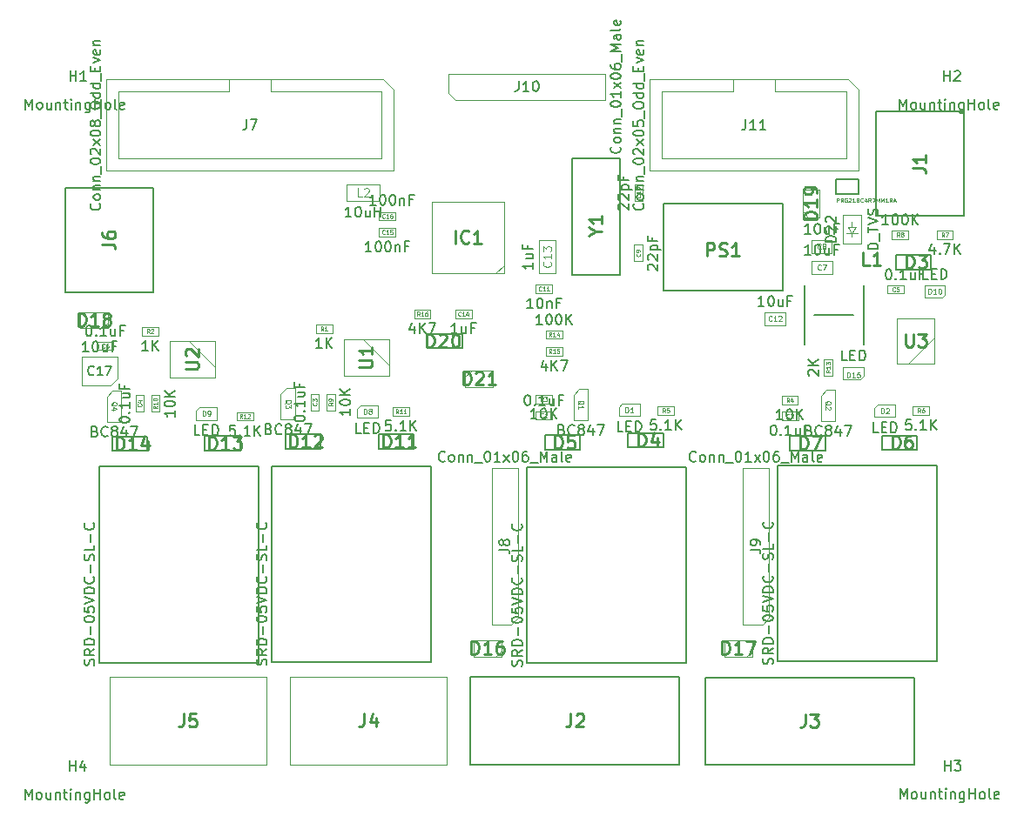
<source format=gbr>
%TF.GenerationSoftware,KiCad,Pcbnew,(5.1.10)-1*%
%TF.CreationDate,2021-12-03T15:52:50+05:30*%
%TF.ProjectId,Relay Board 2.0,52656c61-7920-4426-9f61-726420322e30,rev?*%
%TF.SameCoordinates,Original*%
%TF.FileFunction,Other,Fab,Top*%
%FSLAX46Y46*%
G04 Gerber Fmt 4.6, Leading zero omitted, Abs format (unit mm)*
G04 Created by KiCad (PCBNEW (5.1.10)-1) date 2021-12-03 15:52:50*
%MOMM*%
%LPD*%
G01*
G04 APERTURE LIST*
%ADD10C,0.100000*%
%ADD11C,0.127000*%
%ADD12C,0.200000*%
%ADD13C,0.150000*%
%ADD14C,0.130000*%
%ADD15C,0.080000*%
%ADD16C,0.060000*%
%ADD17C,0.254000*%
%ADD18C,0.098425*%
%ADD19C,0.075000*%
%ADD20C,0.120000*%
G04 APERTURE END LIST*
D10*
%TO.C,D22*%
X178041300Y-64062800D02*
X178041300Y-63562800D01*
X178441300Y-64062800D02*
X178041300Y-64662800D01*
X177641300Y-64062800D02*
X178441300Y-64062800D01*
X178041300Y-64662800D02*
X177641300Y-64062800D01*
X178041300Y-64662800D02*
X178591300Y-64662800D01*
X178041300Y-64662800D02*
X177491300Y-64662800D01*
X178041300Y-65062800D02*
X178041300Y-64662800D01*
X178941300Y-65712800D02*
X177141300Y-65712800D01*
X178941300Y-62912800D02*
X178941300Y-65712800D01*
X177141300Y-62912800D02*
X178941300Y-62912800D01*
X177141300Y-65712800D02*
X177141300Y-62912800D01*
%TO.C,C17*%
X103138500Y-79505000D02*
X105938500Y-79505000D01*
X105938500Y-79505000D02*
X106638500Y-78805000D01*
X106638500Y-78805000D02*
X106638500Y-76705000D01*
X106638500Y-76705000D02*
X103138500Y-76705000D01*
X103138500Y-76705000D02*
X103138500Y-79505000D01*
%TO.C,D8*%
X131949700Y-82654700D02*
X131949700Y-81454700D01*
X129949700Y-82654700D02*
X131949700Y-82654700D01*
X129949700Y-81754700D02*
X129949700Y-82654700D01*
X130249700Y-81454700D02*
X129949700Y-81754700D01*
X131949700Y-81454700D02*
X130249700Y-81454700D01*
%TO.C,R13*%
X175342800Y-78549400D02*
X175342800Y-76949400D01*
X176167800Y-78549400D02*
X175342800Y-78549400D01*
X176167800Y-76949400D02*
X176167800Y-78549400D01*
X175342800Y-76949400D02*
X176167800Y-76949400D01*
%TO.C,C12*%
X171570000Y-72385000D02*
X171570000Y-73635000D01*
X171570000Y-73635000D02*
X169570000Y-73635000D01*
X169570000Y-73635000D02*
X169570000Y-72385000D01*
X169570000Y-72385000D02*
X171570000Y-72385000D01*
%TO.C,C8*%
X176094900Y-65364200D02*
X176094900Y-66614200D01*
X176094900Y-66614200D02*
X174094900Y-66614200D01*
X174094900Y-66614200D02*
X174094900Y-65364200D01*
X174094900Y-65364200D02*
X176094900Y-65364200D01*
%TO.C,C7*%
X176107600Y-67396200D02*
X176107600Y-68646200D01*
X176107600Y-68646200D02*
X174107600Y-68646200D01*
X174107600Y-68646200D02*
X174107600Y-67396200D01*
X174107600Y-67396200D02*
X176107600Y-67396200D01*
D11*
%TO.C,K3*%
X121610000Y-106450000D02*
X121610000Y-87350000D01*
X137110000Y-106450000D02*
X121610000Y-106450000D01*
X137110000Y-87350000D02*
X137110000Y-106450000D01*
X121610000Y-87350000D02*
X137110000Y-87350000D01*
D10*
%TO.C,J11*%
X166470000Y-50920000D02*
X166470000Y-49720000D01*
X166470000Y-50920000D02*
X166470000Y-50920000D01*
X159530000Y-50920000D02*
X166470000Y-50920000D01*
X159530000Y-57420000D02*
X159530000Y-50920000D01*
X177510000Y-57420000D02*
X159530000Y-57420000D01*
X177510000Y-50920000D02*
X177510000Y-57420000D01*
X170570000Y-50920000D02*
X177510000Y-50920000D01*
X170570000Y-49720000D02*
X170570000Y-50920000D01*
X158340000Y-49720000D02*
X177700000Y-49720000D01*
X158340000Y-58620000D02*
X158340000Y-49720000D01*
X178700000Y-58620000D02*
X158340000Y-58620000D01*
X178700000Y-50720000D02*
X178700000Y-58620000D01*
X177700000Y-49720000D02*
X178700000Y-50720000D01*
%TO.C,C14*%
X141070000Y-72960000D02*
X139470000Y-72960000D01*
X141070000Y-72160000D02*
X141070000Y-72960000D01*
X139470000Y-72160000D02*
X141070000Y-72160000D01*
X139470000Y-72960000D02*
X139470000Y-72160000D01*
%TO.C,J10*%
X139454600Y-51700000D02*
X138819600Y-51065000D01*
X154059600Y-51700000D02*
X139454600Y-51700000D01*
X154059600Y-49160000D02*
X154059600Y-51700000D01*
X138819600Y-49160000D02*
X154059600Y-49160000D01*
X138819600Y-51065000D02*
X138819600Y-49160000D01*
%TO.C,J5*%
X105860000Y-116400000D02*
X105860000Y-107900000D01*
X121100000Y-116400000D02*
X105860000Y-116400000D01*
X121100000Y-107900000D02*
X121100000Y-116400000D01*
X105860000Y-107900000D02*
X121100000Y-107900000D01*
%TO.C,J4*%
X123410000Y-116400000D02*
X123410000Y-107900000D01*
X138650000Y-116400000D02*
X123410000Y-116400000D01*
X138650000Y-107900000D02*
X138650000Y-116400000D01*
X123410000Y-107900000D02*
X138650000Y-107900000D01*
D12*
%TO.C,Y1*%
X150820000Y-68780000D02*
X155520000Y-68780000D01*
X150820000Y-57380000D02*
X150820000Y-68780000D01*
X155520000Y-57380000D02*
X150820000Y-57380000D01*
X155520000Y-68780000D02*
X155520000Y-57380000D01*
D10*
%TO.C,U3*%
X186040000Y-74820000D02*
X183500000Y-77360000D01*
X186040000Y-72960000D02*
X186040000Y-77360000D01*
X182440000Y-72960000D02*
X186040000Y-72960000D01*
X182440000Y-77360000D02*
X182440000Y-72960000D01*
X186040000Y-77360000D02*
X182440000Y-77360000D01*
%TO.C,U2*%
X113580000Y-75150000D02*
X116120000Y-77690000D01*
X111720000Y-75150000D02*
X116120000Y-75150000D01*
X111720000Y-78750000D02*
X111720000Y-75150000D01*
X116120000Y-78750000D02*
X111720000Y-78750000D01*
X116120000Y-75150000D02*
X116120000Y-78750000D01*
%TO.C,U1*%
X130480000Y-74971500D02*
X133020000Y-77511500D01*
X128620000Y-74971500D02*
X133020000Y-74971500D01*
X128620000Y-78571500D02*
X128620000Y-74971500D01*
X133020000Y-78571500D02*
X128620000Y-78571500D01*
X133020000Y-74971500D02*
X133020000Y-78571500D01*
D11*
%TO.C,RT1*%
X176510000Y-60890000D02*
X176510000Y-59450000D01*
X178710000Y-60890000D02*
X178710000Y-59450000D01*
X178710000Y-59450000D02*
X176510000Y-59450000D01*
X178710000Y-60890000D02*
X176510000Y-60890000D01*
D10*
%TO.C,R16*%
X137070000Y-72972500D02*
X135470000Y-72972500D01*
X137070000Y-72147500D02*
X137070000Y-72972500D01*
X135470000Y-72147500D02*
X137070000Y-72147500D01*
X135470000Y-72972500D02*
X135470000Y-72147500D01*
%TO.C,R15*%
X149890000Y-76582500D02*
X148290000Y-76582500D01*
X149890000Y-75757500D02*
X149890000Y-76582500D01*
X148290000Y-75757500D02*
X149890000Y-75757500D01*
X148290000Y-76582500D02*
X148290000Y-75757500D01*
%TO.C,R14*%
X148280000Y-74137500D02*
X149880000Y-74137500D01*
X148280000Y-74962500D02*
X148280000Y-74137500D01*
X149880000Y-74962500D02*
X148280000Y-74962500D01*
X149880000Y-74137500D02*
X149880000Y-74962500D01*
%TO.C,R12*%
X119830000Y-82922500D02*
X118230000Y-82922500D01*
X119830000Y-82097500D02*
X119830000Y-82922500D01*
X118230000Y-82097500D02*
X119830000Y-82097500D01*
X118230000Y-82922500D02*
X118230000Y-82097500D01*
%TO.C,R11*%
X134988200Y-82454500D02*
X133388200Y-82454500D01*
X134988200Y-81629500D02*
X134988200Y-82454500D01*
X133388200Y-81629500D02*
X134988200Y-81629500D01*
X133388200Y-82454500D02*
X133388200Y-81629500D01*
%TO.C,R10*%
X110722500Y-80454600D02*
X110722500Y-82054600D01*
X109897500Y-80454600D02*
X110722500Y-80454600D01*
X109897500Y-82054600D02*
X109897500Y-80454600D01*
X110722500Y-82054600D02*
X109897500Y-82054600D01*
%TO.C,R9*%
X127792500Y-80320000D02*
X127792500Y-81920000D01*
X126967500Y-80320000D02*
X127792500Y-80320000D01*
X126967500Y-81920000D02*
X126967500Y-80320000D01*
X127792500Y-81920000D02*
X126967500Y-81920000D01*
%TO.C,R8*%
X181940000Y-64427500D02*
X183540000Y-64427500D01*
X181940000Y-65252500D02*
X181940000Y-64427500D01*
X183540000Y-65252500D02*
X181940000Y-65252500D01*
X183540000Y-64427500D02*
X183540000Y-65252500D01*
%TO.C,R7*%
X187870000Y-65262500D02*
X186270000Y-65262500D01*
X187870000Y-64437500D02*
X187870000Y-65262500D01*
X186270000Y-64437500D02*
X187870000Y-64437500D01*
X186270000Y-65262500D02*
X186270000Y-64437500D01*
%TO.C,R6*%
X185570000Y-82372500D02*
X183970000Y-82372500D01*
X185570000Y-81547500D02*
X185570000Y-82372500D01*
X183970000Y-81547500D02*
X185570000Y-81547500D01*
X183970000Y-82372500D02*
X183970000Y-81547500D01*
%TO.C,R5*%
X160760000Y-82372500D02*
X159160000Y-82372500D01*
X160760000Y-81547500D02*
X160760000Y-82372500D01*
X159160000Y-81547500D02*
X160760000Y-81547500D01*
X159160000Y-82372500D02*
X159160000Y-81547500D01*
%TO.C,R4*%
X172800000Y-81352500D02*
X171200000Y-81352500D01*
X172800000Y-80527500D02*
X172800000Y-81352500D01*
X171200000Y-80527500D02*
X172800000Y-80527500D01*
X171200000Y-81352500D02*
X171200000Y-80527500D01*
%TO.C,R3*%
X148880000Y-81262500D02*
X147280000Y-81262500D01*
X148880000Y-80437500D02*
X148880000Y-81262500D01*
X147280000Y-80437500D02*
X148880000Y-80437500D01*
X147280000Y-81262500D02*
X147280000Y-80437500D01*
%TO.C,R2*%
X110629600Y-74669400D02*
X109029600Y-74669400D01*
X110629600Y-73844400D02*
X110629600Y-74669400D01*
X109029600Y-73844400D02*
X110629600Y-73844400D01*
X109029600Y-74669400D02*
X109029600Y-73844400D01*
%TO.C,R1*%
X127507900Y-74415400D02*
X125907900Y-74415400D01*
X127507900Y-73590400D02*
X127507900Y-74415400D01*
X125907900Y-73590400D02*
X127507900Y-73590400D01*
X125907900Y-74415400D02*
X125907900Y-73590400D01*
%TO.C,Q4*%
X105590000Y-83054000D02*
X106990000Y-83054000D01*
X106990000Y-80014000D02*
X106990000Y-83054000D01*
X105590000Y-80584000D02*
X106140000Y-80014000D01*
X106140000Y-80014000D02*
X106990000Y-80014000D01*
X105590000Y-80584000D02*
X105590000Y-83034000D01*
%TO.C,Q3*%
X122500000Y-82830000D02*
X123900000Y-82830000D01*
X123900000Y-79790000D02*
X123900000Y-82830000D01*
X122500000Y-80360000D02*
X123050000Y-79790000D01*
X123050000Y-79790000D02*
X123900000Y-79790000D01*
X122500000Y-80360000D02*
X122500000Y-82810000D01*
%TO.C,Q2*%
X175010000Y-82980000D02*
X176410000Y-82980000D01*
X176410000Y-79940000D02*
X176410000Y-82980000D01*
X175010000Y-80510000D02*
X175560000Y-79940000D01*
X175560000Y-79940000D02*
X176410000Y-79940000D01*
X175010000Y-80510000D02*
X175010000Y-82960000D01*
%TO.C,Q1*%
X150970000Y-82910000D02*
X152370000Y-82910000D01*
X152370000Y-79870000D02*
X152370000Y-82910000D01*
X150970000Y-80440000D02*
X151520000Y-79870000D01*
X151520000Y-79870000D02*
X152370000Y-79870000D01*
X150970000Y-80440000D02*
X150970000Y-82890000D01*
D12*
%TO.C,PS1*%
X171290000Y-61765000D02*
X171290000Y-70265000D01*
X159690000Y-61765000D02*
X171290000Y-61765000D01*
X159690000Y-70265000D02*
X159690000Y-61765000D01*
X171290000Y-70265000D02*
X159690000Y-70265000D01*
D10*
%TO.C,L2*%
X132130600Y-61560000D02*
X128930600Y-61560000D01*
X132130600Y-59960000D02*
X132130600Y-61560000D01*
X128930600Y-59960000D02*
X132130600Y-59960000D01*
X128930600Y-61560000D02*
X128930600Y-59960000D01*
D11*
%TO.C,L1*%
X179156600Y-69788800D02*
X179156600Y-75511300D01*
X173447300Y-75511300D02*
X173447300Y-69788800D01*
X178213700Y-72656700D02*
X174363700Y-72656700D01*
%TO.C,K4*%
X104850000Y-106470000D02*
X104850000Y-87370000D01*
X120350000Y-106470000D02*
X104850000Y-106470000D01*
X120350000Y-87370000D02*
X120350000Y-106470000D01*
X104850000Y-87370000D02*
X120350000Y-87370000D01*
%TO.C,K2*%
X170850000Y-106360000D02*
X170850000Y-87260000D01*
X186350000Y-106360000D02*
X170850000Y-106360000D01*
X186350000Y-87260000D02*
X186350000Y-106360000D01*
X170850000Y-87260000D02*
X186350000Y-87260000D01*
%TO.C,K1*%
X146450000Y-106550000D02*
X146450000Y-87450000D01*
X161950000Y-106550000D02*
X146450000Y-106550000D01*
X161950000Y-87450000D02*
X161950000Y-106550000D01*
X146450000Y-87450000D02*
X161950000Y-87450000D01*
D10*
%TO.C,J9*%
X169970000Y-102135000D02*
X169335000Y-102770000D01*
X169970000Y-87530000D02*
X169970000Y-102135000D01*
X167430000Y-87530000D02*
X169970000Y-87530000D01*
X167430000Y-102770000D02*
X167430000Y-87530000D01*
X169335000Y-102770000D02*
X167430000Y-102770000D01*
%TO.C,J8*%
X145570000Y-102135000D02*
X144935000Y-102770000D01*
X145570000Y-87530000D02*
X145570000Y-102135000D01*
X143030000Y-87530000D02*
X145570000Y-87530000D01*
X143030000Y-102770000D02*
X143030000Y-87530000D01*
X144935000Y-102770000D02*
X143030000Y-102770000D01*
%TO.C,J7*%
X117460000Y-50920000D02*
X117460000Y-49720000D01*
X117460000Y-50920000D02*
X117460000Y-50920000D01*
X106710000Y-50920000D02*
X117460000Y-50920000D01*
X106710000Y-57420000D02*
X106710000Y-50920000D01*
X132310000Y-57420000D02*
X106710000Y-57420000D01*
X132310000Y-50920000D02*
X132310000Y-57420000D01*
X121560000Y-50920000D02*
X132310000Y-50920000D01*
X121560000Y-49720000D02*
X121560000Y-50920000D01*
X105520000Y-49720000D02*
X132500000Y-49720000D01*
X105520000Y-58620000D02*
X105520000Y-49720000D01*
X133500000Y-58620000D02*
X105520000Y-58620000D01*
X133500000Y-50720000D02*
X133500000Y-58620000D01*
X132500000Y-49720000D02*
X133500000Y-50720000D01*
D12*
%TO.C,J6*%
X101580000Y-60248800D02*
X110080000Y-60248800D01*
X101580000Y-70408800D02*
X101580000Y-60248800D01*
X110080000Y-70408800D02*
X101580000Y-70408800D01*
X110080000Y-60248800D02*
X110080000Y-70408800D01*
%TO.C,J3*%
X163760000Y-116420000D02*
X163760000Y-107920000D01*
X184080000Y-116420000D02*
X163760000Y-116420000D01*
X184080000Y-107920000D02*
X184080000Y-116420000D01*
X163760000Y-107920000D02*
X184080000Y-107920000D01*
%TO.C,J2*%
X140960000Y-116400000D02*
X140960000Y-107900000D01*
X161280000Y-116400000D02*
X140960000Y-116400000D01*
X161280000Y-107900000D02*
X161280000Y-116400000D01*
X140960000Y-107900000D02*
X161280000Y-107900000D01*
%TO.C,J1*%
X180410000Y-52870000D02*
X188910000Y-52870000D01*
X180410000Y-63030000D02*
X180410000Y-52870000D01*
X188910000Y-63030000D02*
X180410000Y-63030000D01*
X188910000Y-52870000D02*
X188910000Y-63030000D01*
D10*
%TO.C,IC1*%
X144200000Y-67800000D02*
X143400000Y-68600000D01*
X144200000Y-61600000D02*
X144200000Y-68600000D01*
X137200000Y-61600000D02*
X144200000Y-61600000D01*
X137200000Y-68600000D02*
X137200000Y-61600000D01*
X144200000Y-68600000D02*
X137200000Y-68600000D01*
%TO.C,D21*%
X140458200Y-78692000D02*
X141058200Y-78092000D01*
X140458200Y-79642000D02*
X140458200Y-78092000D01*
X143158200Y-79642000D02*
X140458200Y-79642000D01*
X143158200Y-78092000D02*
X143158200Y-79642000D01*
X140458200Y-78092000D02*
X143158200Y-78092000D01*
D12*
%TO.C,D20*%
X136800000Y-75900000D02*
X136800000Y-74500000D01*
X140200000Y-75900000D02*
X136800000Y-75900000D01*
X140200000Y-74500000D02*
X140200000Y-75900000D01*
X136800000Y-74500000D02*
X140200000Y-74500000D01*
D10*
%TO.C,D19*%
X173805000Y-63122800D02*
X173280000Y-62597800D01*
X174880000Y-63122800D02*
X173280000Y-63122800D01*
X174880000Y-60422800D02*
X174880000Y-63122800D01*
X173280000Y-60422800D02*
X174880000Y-60422800D01*
X173280000Y-63122800D02*
X173280000Y-60422800D01*
%TO.C,D18*%
X105718600Y-73427000D02*
X105193600Y-73952000D01*
X105718600Y-72352000D02*
X105718600Y-73952000D01*
X103018600Y-72352000D02*
X105718600Y-72352000D01*
X103018600Y-73952000D02*
X103018600Y-72352000D01*
X105718600Y-73952000D02*
X103018600Y-73952000D01*
%TO.C,D17*%
X168330000Y-105375000D02*
X167805000Y-105900000D01*
X168330000Y-104300000D02*
X168330000Y-105900000D01*
X165630000Y-104300000D02*
X168330000Y-104300000D01*
X165630000Y-105900000D02*
X165630000Y-104300000D01*
X168330000Y-105900000D02*
X165630000Y-105900000D01*
%TO.C,D16*%
X143940000Y-105355000D02*
X143415000Y-105880000D01*
X143940000Y-104280000D02*
X143940000Y-105880000D01*
X141240000Y-104280000D02*
X143940000Y-104280000D01*
X141240000Y-105880000D02*
X141240000Y-104280000D01*
X143940000Y-105880000D02*
X141240000Y-105880000D01*
%TO.C,D15*%
X177193700Y-77682800D02*
X177193700Y-78882800D01*
X179193700Y-77682800D02*
X177193700Y-77682800D01*
X179193700Y-78582800D02*
X179193700Y-77682800D01*
X178893700Y-78882800D02*
X179193700Y-78582800D01*
X177193700Y-78882800D02*
X178893700Y-78882800D01*
D12*
%TO.C,D14*%
X109548400Y-84491600D02*
X109548400Y-85891600D01*
X106148400Y-84491600D02*
X109548400Y-84491600D01*
X106148400Y-85891600D02*
X106148400Y-84491600D01*
X109548400Y-85891600D02*
X106148400Y-85891600D01*
%TO.C,D13*%
X118540000Y-84450000D02*
X118540000Y-85850000D01*
X115140000Y-84450000D02*
X118540000Y-84450000D01*
X115140000Y-85850000D02*
X115140000Y-84450000D01*
X118540000Y-85850000D02*
X115140000Y-85850000D01*
%TO.C,D12*%
X126400000Y-84280000D02*
X126400000Y-85680000D01*
X123000000Y-84280000D02*
X126400000Y-84280000D01*
X123000000Y-85680000D02*
X123000000Y-84280000D01*
X126400000Y-85680000D02*
X123000000Y-85680000D01*
%TO.C,D11*%
X135460000Y-84270000D02*
X135460000Y-85670000D01*
X132060000Y-84270000D02*
X135460000Y-84270000D01*
X132060000Y-85670000D02*
X132060000Y-84270000D01*
X135460000Y-85670000D02*
X132060000Y-85670000D01*
D10*
%TO.C,D10*%
X185100000Y-69760000D02*
X185100000Y-70960000D01*
X187100000Y-69760000D02*
X185100000Y-69760000D01*
X187100000Y-70660000D02*
X187100000Y-69760000D01*
X186800000Y-70960000D02*
X187100000Y-70660000D01*
X185100000Y-70960000D02*
X186800000Y-70960000D01*
%TO.C,D9*%
X116280000Y-82850000D02*
X116280000Y-81650000D01*
X114280000Y-82850000D02*
X116280000Y-82850000D01*
X114280000Y-81950000D02*
X114280000Y-82850000D01*
X114580000Y-81650000D02*
X114280000Y-81950000D01*
X116280000Y-81650000D02*
X114580000Y-81650000D01*
D12*
%TO.C,D7*%
X175430000Y-84430000D02*
X175430000Y-85830000D01*
X172030000Y-84430000D02*
X175430000Y-84430000D01*
X172030000Y-85830000D02*
X172030000Y-84430000D01*
X175430000Y-85830000D02*
X172030000Y-85830000D01*
%TO.C,D6*%
X184390000Y-84370000D02*
X184390000Y-85770000D01*
X180990000Y-84370000D02*
X184390000Y-84370000D01*
X180990000Y-85770000D02*
X180990000Y-84370000D01*
X184390000Y-85770000D02*
X180990000Y-85770000D01*
%TO.C,D5*%
X151580000Y-84360000D02*
X151580000Y-85760000D01*
X148180000Y-84360000D02*
X151580000Y-84360000D01*
X148180000Y-85760000D02*
X148180000Y-84360000D01*
X151580000Y-85760000D02*
X148180000Y-85760000D01*
%TO.C,D4*%
X159690000Y-84150000D02*
X159690000Y-85550000D01*
X156290000Y-84150000D02*
X159690000Y-84150000D01*
X156290000Y-85550000D02*
X156290000Y-84150000D01*
X159690000Y-85550000D02*
X156290000Y-85550000D01*
%TO.C,D3*%
X185750000Y-66800000D02*
X185750000Y-68200000D01*
X182350000Y-66800000D02*
X185750000Y-66800000D01*
X182350000Y-68200000D02*
X182350000Y-66800000D01*
X185750000Y-68200000D02*
X182350000Y-68200000D01*
D10*
%TO.C,D2*%
X182250000Y-82580000D02*
X182250000Y-81380000D01*
X180250000Y-82580000D02*
X182250000Y-82580000D01*
X180250000Y-81680000D02*
X180250000Y-82580000D01*
X180550000Y-81380000D02*
X180250000Y-81680000D01*
X182250000Y-81380000D02*
X180550000Y-81380000D01*
%TO.C,D1*%
X157400000Y-82500000D02*
X157400000Y-81300000D01*
X155400000Y-82500000D02*
X157400000Y-82500000D01*
X155400000Y-81600000D02*
X155400000Y-82500000D01*
X155700000Y-81300000D02*
X155400000Y-81600000D01*
X157400000Y-81300000D02*
X155700000Y-81300000D01*
%TO.C,C16*%
X132065000Y-62630000D02*
X133665000Y-62630000D01*
X132065000Y-63430000D02*
X132065000Y-62630000D01*
X133665000Y-63430000D02*
X132065000Y-63430000D01*
X133665000Y-62630000D02*
X133665000Y-63430000D01*
%TO.C,C15*%
X133665000Y-65000000D02*
X132065000Y-65000000D01*
X133665000Y-64200000D02*
X133665000Y-65000000D01*
X132065000Y-64200000D02*
X133665000Y-64200000D01*
X132065000Y-65000000D02*
X132065000Y-64200000D01*
%TO.C,C13*%
X147630000Y-68580000D02*
X147630000Y-65380000D01*
X149230000Y-68580000D02*
X147630000Y-68580000D01*
X149230000Y-65380000D02*
X149230000Y-68580000D01*
X147630000Y-65380000D02*
X149230000Y-65380000D01*
%TO.C,C11*%
X148910000Y-70510000D02*
X147310000Y-70510000D01*
X148910000Y-69710000D02*
X148910000Y-70510000D01*
X147310000Y-69710000D02*
X148910000Y-69710000D01*
X147310000Y-70510000D02*
X147310000Y-69710000D01*
%TO.C,C10*%
X156890000Y-61540000D02*
X156890000Y-59940000D01*
X157690000Y-61540000D02*
X156890000Y-61540000D01*
X157690000Y-59940000D02*
X157690000Y-61540000D01*
X156890000Y-59940000D02*
X157690000Y-59940000D01*
%TO.C,C9*%
X157680000Y-65820000D02*
X157680000Y-67420000D01*
X156880000Y-65820000D02*
X157680000Y-65820000D01*
X156880000Y-67420000D02*
X156880000Y-65820000D01*
X157680000Y-67420000D02*
X156880000Y-67420000D01*
%TO.C,C6*%
X104635400Y-75266600D02*
X106235400Y-75266600D01*
X104635400Y-76066600D02*
X104635400Y-75266600D01*
X106235400Y-76066600D02*
X104635400Y-76066600D01*
X106235400Y-75266600D02*
X106235400Y-76066600D01*
%TO.C,C5*%
X181500000Y-69760000D02*
X183100000Y-69760000D01*
X181500000Y-70560000D02*
X181500000Y-69760000D01*
X183100000Y-70560000D02*
X181500000Y-70560000D01*
X183100000Y-69760000D02*
X183100000Y-70560000D01*
%TO.C,C4*%
X108388200Y-82054600D02*
X108388200Y-80454600D01*
X109188200Y-82054600D02*
X108388200Y-82054600D01*
X109188200Y-80454600D02*
X109188200Y-82054600D01*
X108388200Y-80454600D02*
X109188200Y-80454600D01*
%TO.C,C3*%
X125420000Y-81920000D02*
X125420000Y-80320000D01*
X126220000Y-81920000D02*
X125420000Y-81920000D01*
X126220000Y-80320000D02*
X126220000Y-81920000D01*
X125420000Y-80320000D02*
X126220000Y-80320000D01*
%TO.C,C2*%
X172808800Y-82873800D02*
X171208800Y-82873800D01*
X172808800Y-82073800D02*
X172808800Y-82873800D01*
X171208800Y-82073800D02*
X172808800Y-82073800D01*
X171208800Y-82873800D02*
X171208800Y-82073800D01*
%TO.C,C1*%
X147290000Y-82020000D02*
X148890000Y-82020000D01*
X147290000Y-82820000D02*
X147290000Y-82020000D01*
X148890000Y-82820000D02*
X147290000Y-82820000D01*
X148890000Y-82020000D02*
X148890000Y-82820000D01*
%TD*%
%TO.C,D22*%
D13*
X180593680Y-66241371D02*
X179593680Y-66241371D01*
X179593680Y-66003276D01*
X179641300Y-65860419D01*
X179736538Y-65765180D01*
X179831776Y-65717561D01*
X180022252Y-65669942D01*
X180165109Y-65669942D01*
X180355585Y-65717561D01*
X180450823Y-65765180D01*
X180546061Y-65860419D01*
X180593680Y-66003276D01*
X180593680Y-66241371D01*
X180688919Y-65479466D02*
X180688919Y-64717561D01*
X179593680Y-64622323D02*
X179593680Y-64050895D01*
X180593680Y-64336609D02*
X179593680Y-64336609D01*
X179593680Y-63860419D02*
X180593680Y-63527085D01*
X179593680Y-63193752D01*
X180546061Y-62908038D02*
X180593680Y-62765180D01*
X180593680Y-62527085D01*
X180546061Y-62431847D01*
X180498442Y-62384228D01*
X180403204Y-62336609D01*
X180307966Y-62336609D01*
X180212728Y-62384228D01*
X180165109Y-62431847D01*
X180117490Y-62527085D01*
X180069871Y-62717561D01*
X180022252Y-62812800D01*
X179974633Y-62860419D01*
X179879395Y-62908038D01*
X179784157Y-62908038D01*
X179688919Y-62860419D01*
X179641300Y-62812800D01*
X179593680Y-62717561D01*
X179593680Y-62479466D01*
X179641300Y-62336609D01*
X176493680Y-65527085D02*
X175493680Y-65527085D01*
X175493680Y-65288990D01*
X175541300Y-65146133D01*
X175636538Y-65050895D01*
X175731776Y-65003276D01*
X175922252Y-64955657D01*
X176065109Y-64955657D01*
X176255585Y-65003276D01*
X176350823Y-65050895D01*
X176446061Y-65146133D01*
X176493680Y-65288990D01*
X176493680Y-65527085D01*
X175588919Y-64574704D02*
X175541300Y-64527085D01*
X175493680Y-64431847D01*
X175493680Y-64193752D01*
X175541300Y-64098514D01*
X175588919Y-64050895D01*
X175684157Y-64003276D01*
X175779395Y-64003276D01*
X175922252Y-64050895D01*
X176493680Y-64622323D01*
X176493680Y-64003276D01*
X175588919Y-63622323D02*
X175541300Y-63574704D01*
X175493680Y-63479466D01*
X175493680Y-63241371D01*
X175541300Y-63146133D01*
X175588919Y-63098514D01*
X175684157Y-63050895D01*
X175779395Y-63050895D01*
X175922252Y-63098514D01*
X176493680Y-63669942D01*
X176493680Y-63050895D01*
%TO.C,C17*%
X103817071Y-76207380D02*
X103245642Y-76207380D01*
X103531357Y-76207380D02*
X103531357Y-75207380D01*
X103436119Y-75350238D01*
X103340880Y-75445476D01*
X103245642Y-75493095D01*
X104436119Y-75207380D02*
X104531357Y-75207380D01*
X104626595Y-75255000D01*
X104674214Y-75302619D01*
X104721833Y-75397857D01*
X104769452Y-75588333D01*
X104769452Y-75826428D01*
X104721833Y-76016904D01*
X104674214Y-76112142D01*
X104626595Y-76159761D01*
X104531357Y-76207380D01*
X104436119Y-76207380D01*
X104340880Y-76159761D01*
X104293261Y-76112142D01*
X104245642Y-76016904D01*
X104198023Y-75826428D01*
X104198023Y-75588333D01*
X104245642Y-75397857D01*
X104293261Y-75302619D01*
X104340880Y-75255000D01*
X104436119Y-75207380D01*
X105626595Y-75540714D02*
X105626595Y-76207380D01*
X105198023Y-75540714D02*
X105198023Y-76064523D01*
X105245642Y-76159761D01*
X105340880Y-76207380D01*
X105483738Y-76207380D01*
X105578976Y-76159761D01*
X105626595Y-76112142D01*
X106436119Y-75683571D02*
X106102785Y-75683571D01*
X106102785Y-76207380D02*
X106102785Y-75207380D01*
X106578976Y-75207380D01*
D14*
X104322785Y-78419285D02*
X104280880Y-78461190D01*
X104155166Y-78503095D01*
X104071357Y-78503095D01*
X103945642Y-78461190D01*
X103861833Y-78377380D01*
X103819928Y-78293571D01*
X103778023Y-78125952D01*
X103778023Y-78000238D01*
X103819928Y-77832619D01*
X103861833Y-77748809D01*
X103945642Y-77665000D01*
X104071357Y-77623095D01*
X104155166Y-77623095D01*
X104280880Y-77665000D01*
X104322785Y-77706904D01*
X105160880Y-78503095D02*
X104658023Y-78503095D01*
X104909452Y-78503095D02*
X104909452Y-77623095D01*
X104825642Y-77748809D01*
X104741833Y-77832619D01*
X104658023Y-77874523D01*
X105454214Y-77623095D02*
X106040880Y-77623095D01*
X105663738Y-78503095D01*
%TO.C,D8*%
D13*
X130306842Y-84157080D02*
X129830652Y-84157080D01*
X129830652Y-83157080D01*
X130640176Y-83633271D02*
X130973509Y-83633271D01*
X131116366Y-84157080D02*
X130640176Y-84157080D01*
X130640176Y-83157080D01*
X131116366Y-83157080D01*
X131544938Y-84157080D02*
X131544938Y-83157080D01*
X131783033Y-83157080D01*
X131925890Y-83204700D01*
X132021128Y-83299938D01*
X132068747Y-83395176D01*
X132116366Y-83585652D01*
X132116366Y-83728509D01*
X132068747Y-83918985D01*
X132021128Y-84014223D01*
X131925890Y-84109461D01*
X131783033Y-84157080D01*
X131544938Y-84157080D01*
D15*
X130580652Y-82280890D02*
X130580652Y-81780890D01*
X130699700Y-81780890D01*
X130771128Y-81804700D01*
X130818747Y-81852319D01*
X130842557Y-81899938D01*
X130866366Y-81995176D01*
X130866366Y-82066604D01*
X130842557Y-82161842D01*
X130818747Y-82209461D01*
X130771128Y-82257080D01*
X130699700Y-82280890D01*
X130580652Y-82280890D01*
X131152080Y-81995176D02*
X131104461Y-81971366D01*
X131080652Y-81947557D01*
X131056842Y-81899938D01*
X131056842Y-81876128D01*
X131080652Y-81828509D01*
X131104461Y-81804700D01*
X131152080Y-81780890D01*
X131247319Y-81780890D01*
X131294938Y-81804700D01*
X131318747Y-81828509D01*
X131342557Y-81876128D01*
X131342557Y-81899938D01*
X131318747Y-81947557D01*
X131294938Y-81971366D01*
X131247319Y-81995176D01*
X131152080Y-81995176D01*
X131104461Y-82018985D01*
X131080652Y-82042795D01*
X131056842Y-82090414D01*
X131056842Y-82185652D01*
X131080652Y-82233271D01*
X131104461Y-82257080D01*
X131152080Y-82280890D01*
X131247319Y-82280890D01*
X131294938Y-82257080D01*
X131318747Y-82233271D01*
X131342557Y-82185652D01*
X131342557Y-82090414D01*
X131318747Y-82042795D01*
X131294938Y-82018985D01*
X131247319Y-81995176D01*
%TO.C,R13*%
D13*
X173872919Y-78535114D02*
X173825300Y-78487495D01*
X173777680Y-78392257D01*
X173777680Y-78154161D01*
X173825300Y-78058923D01*
X173872919Y-78011304D01*
X173968157Y-77963685D01*
X174063395Y-77963685D01*
X174206252Y-78011304D01*
X174777680Y-78582733D01*
X174777680Y-77963685D01*
X174777680Y-77535114D02*
X173777680Y-77535114D01*
X174777680Y-76963685D02*
X174206252Y-77392257D01*
X173777680Y-76963685D02*
X174349109Y-77535114D01*
D16*
X175936252Y-78006542D02*
X175745776Y-78139876D01*
X175936252Y-78235114D02*
X175536252Y-78235114D01*
X175536252Y-78082733D01*
X175555300Y-78044638D01*
X175574347Y-78025590D01*
X175612442Y-78006542D01*
X175669585Y-78006542D01*
X175707680Y-78025590D01*
X175726728Y-78044638D01*
X175745776Y-78082733D01*
X175745776Y-78235114D01*
X175936252Y-77625590D02*
X175936252Y-77854161D01*
X175936252Y-77739876D02*
X175536252Y-77739876D01*
X175593395Y-77777971D01*
X175631490Y-77816066D01*
X175650538Y-77854161D01*
X175536252Y-77492257D02*
X175536252Y-77244638D01*
X175688633Y-77377971D01*
X175688633Y-77320828D01*
X175707680Y-77282733D01*
X175726728Y-77263685D01*
X175764823Y-77244638D01*
X175860061Y-77244638D01*
X175898157Y-77263685D01*
X175917204Y-77282733D01*
X175936252Y-77320828D01*
X175936252Y-77435114D01*
X175917204Y-77473209D01*
X175898157Y-77492257D01*
%TO.C,H4*%
D13*
X97654285Y-119772380D02*
X97654285Y-118772380D01*
X97987619Y-119486666D01*
X98320952Y-118772380D01*
X98320952Y-119772380D01*
X98940000Y-119772380D02*
X98844761Y-119724761D01*
X98797142Y-119677142D01*
X98749523Y-119581904D01*
X98749523Y-119296190D01*
X98797142Y-119200952D01*
X98844761Y-119153333D01*
X98940000Y-119105714D01*
X99082857Y-119105714D01*
X99178095Y-119153333D01*
X99225714Y-119200952D01*
X99273333Y-119296190D01*
X99273333Y-119581904D01*
X99225714Y-119677142D01*
X99178095Y-119724761D01*
X99082857Y-119772380D01*
X98940000Y-119772380D01*
X100130476Y-119105714D02*
X100130476Y-119772380D01*
X99701904Y-119105714D02*
X99701904Y-119629523D01*
X99749523Y-119724761D01*
X99844761Y-119772380D01*
X99987619Y-119772380D01*
X100082857Y-119724761D01*
X100130476Y-119677142D01*
X100606666Y-119105714D02*
X100606666Y-119772380D01*
X100606666Y-119200952D02*
X100654285Y-119153333D01*
X100749523Y-119105714D01*
X100892380Y-119105714D01*
X100987619Y-119153333D01*
X101035238Y-119248571D01*
X101035238Y-119772380D01*
X101368571Y-119105714D02*
X101749523Y-119105714D01*
X101511428Y-118772380D02*
X101511428Y-119629523D01*
X101559047Y-119724761D01*
X101654285Y-119772380D01*
X101749523Y-119772380D01*
X102082857Y-119772380D02*
X102082857Y-119105714D01*
X102082857Y-118772380D02*
X102035238Y-118820000D01*
X102082857Y-118867619D01*
X102130476Y-118820000D01*
X102082857Y-118772380D01*
X102082857Y-118867619D01*
X102559047Y-119105714D02*
X102559047Y-119772380D01*
X102559047Y-119200952D02*
X102606666Y-119153333D01*
X102701904Y-119105714D01*
X102844761Y-119105714D01*
X102940000Y-119153333D01*
X102987619Y-119248571D01*
X102987619Y-119772380D01*
X103892380Y-119105714D02*
X103892380Y-119915238D01*
X103844761Y-120010476D01*
X103797142Y-120058095D01*
X103701904Y-120105714D01*
X103559047Y-120105714D01*
X103463809Y-120058095D01*
X103892380Y-119724761D02*
X103797142Y-119772380D01*
X103606666Y-119772380D01*
X103511428Y-119724761D01*
X103463809Y-119677142D01*
X103416190Y-119581904D01*
X103416190Y-119296190D01*
X103463809Y-119200952D01*
X103511428Y-119153333D01*
X103606666Y-119105714D01*
X103797142Y-119105714D01*
X103892380Y-119153333D01*
X104368571Y-119772380D02*
X104368571Y-118772380D01*
X104368571Y-119248571D02*
X104940000Y-119248571D01*
X104940000Y-119772380D02*
X104940000Y-118772380D01*
X105559047Y-119772380D02*
X105463809Y-119724761D01*
X105416190Y-119677142D01*
X105368571Y-119581904D01*
X105368571Y-119296190D01*
X105416190Y-119200952D01*
X105463809Y-119153333D01*
X105559047Y-119105714D01*
X105701904Y-119105714D01*
X105797142Y-119153333D01*
X105844761Y-119200952D01*
X105892380Y-119296190D01*
X105892380Y-119581904D01*
X105844761Y-119677142D01*
X105797142Y-119724761D01*
X105701904Y-119772380D01*
X105559047Y-119772380D01*
X106463809Y-119772380D02*
X106368571Y-119724761D01*
X106320952Y-119629523D01*
X106320952Y-118772380D01*
X107225714Y-119724761D02*
X107130476Y-119772380D01*
X106940000Y-119772380D01*
X106844761Y-119724761D01*
X106797142Y-119629523D01*
X106797142Y-119248571D01*
X106844761Y-119153333D01*
X106940000Y-119105714D01*
X107130476Y-119105714D01*
X107225714Y-119153333D01*
X107273333Y-119248571D01*
X107273333Y-119343809D01*
X106797142Y-119439047D01*
X101978095Y-117022380D02*
X101978095Y-116022380D01*
X101978095Y-116498571D02*
X102549523Y-116498571D01*
X102549523Y-117022380D02*
X102549523Y-116022380D01*
X103454285Y-116355714D02*
X103454285Y-117022380D01*
X103216190Y-115974761D02*
X102978095Y-116689047D01*
X103597142Y-116689047D01*
%TO.C,H3*%
X182734285Y-119732380D02*
X182734285Y-118732380D01*
X183067619Y-119446666D01*
X183400952Y-118732380D01*
X183400952Y-119732380D01*
X184020000Y-119732380D02*
X183924761Y-119684761D01*
X183877142Y-119637142D01*
X183829523Y-119541904D01*
X183829523Y-119256190D01*
X183877142Y-119160952D01*
X183924761Y-119113333D01*
X184020000Y-119065714D01*
X184162857Y-119065714D01*
X184258095Y-119113333D01*
X184305714Y-119160952D01*
X184353333Y-119256190D01*
X184353333Y-119541904D01*
X184305714Y-119637142D01*
X184258095Y-119684761D01*
X184162857Y-119732380D01*
X184020000Y-119732380D01*
X185210476Y-119065714D02*
X185210476Y-119732380D01*
X184781904Y-119065714D02*
X184781904Y-119589523D01*
X184829523Y-119684761D01*
X184924761Y-119732380D01*
X185067619Y-119732380D01*
X185162857Y-119684761D01*
X185210476Y-119637142D01*
X185686666Y-119065714D02*
X185686666Y-119732380D01*
X185686666Y-119160952D02*
X185734285Y-119113333D01*
X185829523Y-119065714D01*
X185972380Y-119065714D01*
X186067619Y-119113333D01*
X186115238Y-119208571D01*
X186115238Y-119732380D01*
X186448571Y-119065714D02*
X186829523Y-119065714D01*
X186591428Y-118732380D02*
X186591428Y-119589523D01*
X186639047Y-119684761D01*
X186734285Y-119732380D01*
X186829523Y-119732380D01*
X187162857Y-119732380D02*
X187162857Y-119065714D01*
X187162857Y-118732380D02*
X187115238Y-118780000D01*
X187162857Y-118827619D01*
X187210476Y-118780000D01*
X187162857Y-118732380D01*
X187162857Y-118827619D01*
X187639047Y-119065714D02*
X187639047Y-119732380D01*
X187639047Y-119160952D02*
X187686666Y-119113333D01*
X187781904Y-119065714D01*
X187924761Y-119065714D01*
X188020000Y-119113333D01*
X188067619Y-119208571D01*
X188067619Y-119732380D01*
X188972380Y-119065714D02*
X188972380Y-119875238D01*
X188924761Y-119970476D01*
X188877142Y-120018095D01*
X188781904Y-120065714D01*
X188639047Y-120065714D01*
X188543809Y-120018095D01*
X188972380Y-119684761D02*
X188877142Y-119732380D01*
X188686666Y-119732380D01*
X188591428Y-119684761D01*
X188543809Y-119637142D01*
X188496190Y-119541904D01*
X188496190Y-119256190D01*
X188543809Y-119160952D01*
X188591428Y-119113333D01*
X188686666Y-119065714D01*
X188877142Y-119065714D01*
X188972380Y-119113333D01*
X189448571Y-119732380D02*
X189448571Y-118732380D01*
X189448571Y-119208571D02*
X190020000Y-119208571D01*
X190020000Y-119732380D02*
X190020000Y-118732380D01*
X190639047Y-119732380D02*
X190543809Y-119684761D01*
X190496190Y-119637142D01*
X190448571Y-119541904D01*
X190448571Y-119256190D01*
X190496190Y-119160952D01*
X190543809Y-119113333D01*
X190639047Y-119065714D01*
X190781904Y-119065714D01*
X190877142Y-119113333D01*
X190924761Y-119160952D01*
X190972380Y-119256190D01*
X190972380Y-119541904D01*
X190924761Y-119637142D01*
X190877142Y-119684761D01*
X190781904Y-119732380D01*
X190639047Y-119732380D01*
X191543809Y-119732380D02*
X191448571Y-119684761D01*
X191400952Y-119589523D01*
X191400952Y-118732380D01*
X192305714Y-119684761D02*
X192210476Y-119732380D01*
X192020000Y-119732380D01*
X191924761Y-119684761D01*
X191877142Y-119589523D01*
X191877142Y-119208571D01*
X191924761Y-119113333D01*
X192020000Y-119065714D01*
X192210476Y-119065714D01*
X192305714Y-119113333D01*
X192353333Y-119208571D01*
X192353333Y-119303809D01*
X191877142Y-119399047D01*
X187058095Y-116982380D02*
X187058095Y-115982380D01*
X187058095Y-116458571D02*
X187629523Y-116458571D01*
X187629523Y-116982380D02*
X187629523Y-115982380D01*
X188010476Y-115982380D02*
X188629523Y-115982380D01*
X188296190Y-116363333D01*
X188439047Y-116363333D01*
X188534285Y-116410952D01*
X188581904Y-116458571D01*
X188629523Y-116553809D01*
X188629523Y-116791904D01*
X188581904Y-116887142D01*
X188534285Y-116934761D01*
X188439047Y-116982380D01*
X188153333Y-116982380D01*
X188058095Y-116934761D01*
X188010476Y-116887142D01*
%TO.C,H2*%
X182674285Y-52632380D02*
X182674285Y-51632380D01*
X183007619Y-52346666D01*
X183340952Y-51632380D01*
X183340952Y-52632380D01*
X183960000Y-52632380D02*
X183864761Y-52584761D01*
X183817142Y-52537142D01*
X183769523Y-52441904D01*
X183769523Y-52156190D01*
X183817142Y-52060952D01*
X183864761Y-52013333D01*
X183960000Y-51965714D01*
X184102857Y-51965714D01*
X184198095Y-52013333D01*
X184245714Y-52060952D01*
X184293333Y-52156190D01*
X184293333Y-52441904D01*
X184245714Y-52537142D01*
X184198095Y-52584761D01*
X184102857Y-52632380D01*
X183960000Y-52632380D01*
X185150476Y-51965714D02*
X185150476Y-52632380D01*
X184721904Y-51965714D02*
X184721904Y-52489523D01*
X184769523Y-52584761D01*
X184864761Y-52632380D01*
X185007619Y-52632380D01*
X185102857Y-52584761D01*
X185150476Y-52537142D01*
X185626666Y-51965714D02*
X185626666Y-52632380D01*
X185626666Y-52060952D02*
X185674285Y-52013333D01*
X185769523Y-51965714D01*
X185912380Y-51965714D01*
X186007619Y-52013333D01*
X186055238Y-52108571D01*
X186055238Y-52632380D01*
X186388571Y-51965714D02*
X186769523Y-51965714D01*
X186531428Y-51632380D02*
X186531428Y-52489523D01*
X186579047Y-52584761D01*
X186674285Y-52632380D01*
X186769523Y-52632380D01*
X187102857Y-52632380D02*
X187102857Y-51965714D01*
X187102857Y-51632380D02*
X187055238Y-51680000D01*
X187102857Y-51727619D01*
X187150476Y-51680000D01*
X187102857Y-51632380D01*
X187102857Y-51727619D01*
X187579047Y-51965714D02*
X187579047Y-52632380D01*
X187579047Y-52060952D02*
X187626666Y-52013333D01*
X187721904Y-51965714D01*
X187864761Y-51965714D01*
X187960000Y-52013333D01*
X188007619Y-52108571D01*
X188007619Y-52632380D01*
X188912380Y-51965714D02*
X188912380Y-52775238D01*
X188864761Y-52870476D01*
X188817142Y-52918095D01*
X188721904Y-52965714D01*
X188579047Y-52965714D01*
X188483809Y-52918095D01*
X188912380Y-52584761D02*
X188817142Y-52632380D01*
X188626666Y-52632380D01*
X188531428Y-52584761D01*
X188483809Y-52537142D01*
X188436190Y-52441904D01*
X188436190Y-52156190D01*
X188483809Y-52060952D01*
X188531428Y-52013333D01*
X188626666Y-51965714D01*
X188817142Y-51965714D01*
X188912380Y-52013333D01*
X189388571Y-52632380D02*
X189388571Y-51632380D01*
X189388571Y-52108571D02*
X189960000Y-52108571D01*
X189960000Y-52632380D02*
X189960000Y-51632380D01*
X190579047Y-52632380D02*
X190483809Y-52584761D01*
X190436190Y-52537142D01*
X190388571Y-52441904D01*
X190388571Y-52156190D01*
X190436190Y-52060952D01*
X190483809Y-52013333D01*
X190579047Y-51965714D01*
X190721904Y-51965714D01*
X190817142Y-52013333D01*
X190864761Y-52060952D01*
X190912380Y-52156190D01*
X190912380Y-52441904D01*
X190864761Y-52537142D01*
X190817142Y-52584761D01*
X190721904Y-52632380D01*
X190579047Y-52632380D01*
X191483809Y-52632380D02*
X191388571Y-52584761D01*
X191340952Y-52489523D01*
X191340952Y-51632380D01*
X192245714Y-52584761D02*
X192150476Y-52632380D01*
X191960000Y-52632380D01*
X191864761Y-52584761D01*
X191817142Y-52489523D01*
X191817142Y-52108571D01*
X191864761Y-52013333D01*
X191960000Y-51965714D01*
X192150476Y-51965714D01*
X192245714Y-52013333D01*
X192293333Y-52108571D01*
X192293333Y-52203809D01*
X191817142Y-52299047D01*
X186998095Y-49882380D02*
X186998095Y-48882380D01*
X186998095Y-49358571D02*
X187569523Y-49358571D01*
X187569523Y-49882380D02*
X187569523Y-48882380D01*
X187998095Y-48977619D02*
X188045714Y-48930000D01*
X188140952Y-48882380D01*
X188379047Y-48882380D01*
X188474285Y-48930000D01*
X188521904Y-48977619D01*
X188569523Y-49072857D01*
X188569523Y-49168095D01*
X188521904Y-49310952D01*
X187950476Y-49882380D01*
X188569523Y-49882380D01*
%TO.C,H1*%
X97704285Y-52622380D02*
X97704285Y-51622380D01*
X98037619Y-52336666D01*
X98370952Y-51622380D01*
X98370952Y-52622380D01*
X98990000Y-52622380D02*
X98894761Y-52574761D01*
X98847142Y-52527142D01*
X98799523Y-52431904D01*
X98799523Y-52146190D01*
X98847142Y-52050952D01*
X98894761Y-52003333D01*
X98990000Y-51955714D01*
X99132857Y-51955714D01*
X99228095Y-52003333D01*
X99275714Y-52050952D01*
X99323333Y-52146190D01*
X99323333Y-52431904D01*
X99275714Y-52527142D01*
X99228095Y-52574761D01*
X99132857Y-52622380D01*
X98990000Y-52622380D01*
X100180476Y-51955714D02*
X100180476Y-52622380D01*
X99751904Y-51955714D02*
X99751904Y-52479523D01*
X99799523Y-52574761D01*
X99894761Y-52622380D01*
X100037619Y-52622380D01*
X100132857Y-52574761D01*
X100180476Y-52527142D01*
X100656666Y-51955714D02*
X100656666Y-52622380D01*
X100656666Y-52050952D02*
X100704285Y-52003333D01*
X100799523Y-51955714D01*
X100942380Y-51955714D01*
X101037619Y-52003333D01*
X101085238Y-52098571D01*
X101085238Y-52622380D01*
X101418571Y-51955714D02*
X101799523Y-51955714D01*
X101561428Y-51622380D02*
X101561428Y-52479523D01*
X101609047Y-52574761D01*
X101704285Y-52622380D01*
X101799523Y-52622380D01*
X102132857Y-52622380D02*
X102132857Y-51955714D01*
X102132857Y-51622380D02*
X102085238Y-51670000D01*
X102132857Y-51717619D01*
X102180476Y-51670000D01*
X102132857Y-51622380D01*
X102132857Y-51717619D01*
X102609047Y-51955714D02*
X102609047Y-52622380D01*
X102609047Y-52050952D02*
X102656666Y-52003333D01*
X102751904Y-51955714D01*
X102894761Y-51955714D01*
X102990000Y-52003333D01*
X103037619Y-52098571D01*
X103037619Y-52622380D01*
X103942380Y-51955714D02*
X103942380Y-52765238D01*
X103894761Y-52860476D01*
X103847142Y-52908095D01*
X103751904Y-52955714D01*
X103609047Y-52955714D01*
X103513809Y-52908095D01*
X103942380Y-52574761D02*
X103847142Y-52622380D01*
X103656666Y-52622380D01*
X103561428Y-52574761D01*
X103513809Y-52527142D01*
X103466190Y-52431904D01*
X103466190Y-52146190D01*
X103513809Y-52050952D01*
X103561428Y-52003333D01*
X103656666Y-51955714D01*
X103847142Y-51955714D01*
X103942380Y-52003333D01*
X104418571Y-52622380D02*
X104418571Y-51622380D01*
X104418571Y-52098571D02*
X104990000Y-52098571D01*
X104990000Y-52622380D02*
X104990000Y-51622380D01*
X105609047Y-52622380D02*
X105513809Y-52574761D01*
X105466190Y-52527142D01*
X105418571Y-52431904D01*
X105418571Y-52146190D01*
X105466190Y-52050952D01*
X105513809Y-52003333D01*
X105609047Y-51955714D01*
X105751904Y-51955714D01*
X105847142Y-52003333D01*
X105894761Y-52050952D01*
X105942380Y-52146190D01*
X105942380Y-52431904D01*
X105894761Y-52527142D01*
X105847142Y-52574761D01*
X105751904Y-52622380D01*
X105609047Y-52622380D01*
X106513809Y-52622380D02*
X106418571Y-52574761D01*
X106370952Y-52479523D01*
X106370952Y-51622380D01*
X107275714Y-52574761D02*
X107180476Y-52622380D01*
X106990000Y-52622380D01*
X106894761Y-52574761D01*
X106847142Y-52479523D01*
X106847142Y-52098571D01*
X106894761Y-52003333D01*
X106990000Y-51955714D01*
X107180476Y-51955714D01*
X107275714Y-52003333D01*
X107323333Y-52098571D01*
X107323333Y-52193809D01*
X106847142Y-52289047D01*
X102028095Y-49872380D02*
X102028095Y-48872380D01*
X102028095Y-49348571D02*
X102599523Y-49348571D01*
X102599523Y-49872380D02*
X102599523Y-48872380D01*
X103599523Y-49872380D02*
X103028095Y-49872380D01*
X103313809Y-49872380D02*
X103313809Y-48872380D01*
X103218571Y-49015238D01*
X103123333Y-49110476D01*
X103028095Y-49158095D01*
%TO.C,C12*%
X169498571Y-71782380D02*
X168927142Y-71782380D01*
X169212857Y-71782380D02*
X169212857Y-70782380D01*
X169117619Y-70925238D01*
X169022380Y-71020476D01*
X168927142Y-71068095D01*
X170117619Y-70782380D02*
X170212857Y-70782380D01*
X170308095Y-70830000D01*
X170355714Y-70877619D01*
X170403333Y-70972857D01*
X170450952Y-71163333D01*
X170450952Y-71401428D01*
X170403333Y-71591904D01*
X170355714Y-71687142D01*
X170308095Y-71734761D01*
X170212857Y-71782380D01*
X170117619Y-71782380D01*
X170022380Y-71734761D01*
X169974761Y-71687142D01*
X169927142Y-71591904D01*
X169879523Y-71401428D01*
X169879523Y-71163333D01*
X169927142Y-70972857D01*
X169974761Y-70877619D01*
X170022380Y-70830000D01*
X170117619Y-70782380D01*
X171308095Y-71115714D02*
X171308095Y-71782380D01*
X170879523Y-71115714D02*
X170879523Y-71639523D01*
X170927142Y-71734761D01*
X171022380Y-71782380D01*
X171165238Y-71782380D01*
X171260476Y-71734761D01*
X171308095Y-71687142D01*
X172117619Y-71258571D02*
X171784285Y-71258571D01*
X171784285Y-71782380D02*
X171784285Y-70782380D01*
X172260476Y-70782380D01*
D15*
X170248571Y-73188571D02*
X170224761Y-73212380D01*
X170153333Y-73236190D01*
X170105714Y-73236190D01*
X170034285Y-73212380D01*
X169986666Y-73164761D01*
X169962857Y-73117142D01*
X169939047Y-73021904D01*
X169939047Y-72950476D01*
X169962857Y-72855238D01*
X169986666Y-72807619D01*
X170034285Y-72760000D01*
X170105714Y-72736190D01*
X170153333Y-72736190D01*
X170224761Y-72760000D01*
X170248571Y-72783809D01*
X170724761Y-73236190D02*
X170439047Y-73236190D01*
X170581904Y-73236190D02*
X170581904Y-72736190D01*
X170534285Y-72807619D01*
X170486666Y-72855238D01*
X170439047Y-72879047D01*
X170915238Y-72783809D02*
X170939047Y-72760000D01*
X170986666Y-72736190D01*
X171105714Y-72736190D01*
X171153333Y-72760000D01*
X171177142Y-72783809D01*
X171200952Y-72831428D01*
X171200952Y-72879047D01*
X171177142Y-72950476D01*
X170891428Y-73236190D01*
X171200952Y-73236190D01*
%TO.C,C8*%
D13*
X174023471Y-64761580D02*
X173452042Y-64761580D01*
X173737757Y-64761580D02*
X173737757Y-63761580D01*
X173642519Y-63904438D01*
X173547280Y-63999676D01*
X173452042Y-64047295D01*
X174642519Y-63761580D02*
X174737757Y-63761580D01*
X174832995Y-63809200D01*
X174880614Y-63856819D01*
X174928233Y-63952057D01*
X174975852Y-64142533D01*
X174975852Y-64380628D01*
X174928233Y-64571104D01*
X174880614Y-64666342D01*
X174832995Y-64713961D01*
X174737757Y-64761580D01*
X174642519Y-64761580D01*
X174547280Y-64713961D01*
X174499661Y-64666342D01*
X174452042Y-64571104D01*
X174404423Y-64380628D01*
X174404423Y-64142533D01*
X174452042Y-63952057D01*
X174499661Y-63856819D01*
X174547280Y-63809200D01*
X174642519Y-63761580D01*
X175832995Y-64094914D02*
X175832995Y-64761580D01*
X175404423Y-64094914D02*
X175404423Y-64618723D01*
X175452042Y-64713961D01*
X175547280Y-64761580D01*
X175690138Y-64761580D01*
X175785376Y-64713961D01*
X175832995Y-64666342D01*
X176642519Y-64237771D02*
X176309185Y-64237771D01*
X176309185Y-64761580D02*
X176309185Y-63761580D01*
X176785376Y-63761580D01*
D15*
X175011566Y-66167771D02*
X174987757Y-66191580D01*
X174916328Y-66215390D01*
X174868709Y-66215390D01*
X174797280Y-66191580D01*
X174749661Y-66143961D01*
X174725852Y-66096342D01*
X174702042Y-66001104D01*
X174702042Y-65929676D01*
X174725852Y-65834438D01*
X174749661Y-65786819D01*
X174797280Y-65739200D01*
X174868709Y-65715390D01*
X174916328Y-65715390D01*
X174987757Y-65739200D01*
X175011566Y-65763009D01*
X175297280Y-65929676D02*
X175249661Y-65905866D01*
X175225852Y-65882057D01*
X175202042Y-65834438D01*
X175202042Y-65810628D01*
X175225852Y-65763009D01*
X175249661Y-65739200D01*
X175297280Y-65715390D01*
X175392519Y-65715390D01*
X175440138Y-65739200D01*
X175463947Y-65763009D01*
X175487757Y-65810628D01*
X175487757Y-65834438D01*
X175463947Y-65882057D01*
X175440138Y-65905866D01*
X175392519Y-65929676D01*
X175297280Y-65929676D01*
X175249661Y-65953485D01*
X175225852Y-65977295D01*
X175202042Y-66024914D01*
X175202042Y-66120152D01*
X175225852Y-66167771D01*
X175249661Y-66191580D01*
X175297280Y-66215390D01*
X175392519Y-66215390D01*
X175440138Y-66191580D01*
X175463947Y-66167771D01*
X175487757Y-66120152D01*
X175487757Y-66024914D01*
X175463947Y-65977295D01*
X175440138Y-65953485D01*
X175392519Y-65929676D01*
%TO.C,C7*%
D13*
X174036171Y-66793580D02*
X173464742Y-66793580D01*
X173750457Y-66793580D02*
X173750457Y-65793580D01*
X173655219Y-65936438D01*
X173559980Y-66031676D01*
X173464742Y-66079295D01*
X174655219Y-65793580D02*
X174750457Y-65793580D01*
X174845695Y-65841200D01*
X174893314Y-65888819D01*
X174940933Y-65984057D01*
X174988552Y-66174533D01*
X174988552Y-66412628D01*
X174940933Y-66603104D01*
X174893314Y-66698342D01*
X174845695Y-66745961D01*
X174750457Y-66793580D01*
X174655219Y-66793580D01*
X174559980Y-66745961D01*
X174512361Y-66698342D01*
X174464742Y-66603104D01*
X174417123Y-66412628D01*
X174417123Y-66174533D01*
X174464742Y-65984057D01*
X174512361Y-65888819D01*
X174559980Y-65841200D01*
X174655219Y-65793580D01*
X175845695Y-66126914D02*
X175845695Y-66793580D01*
X175417123Y-66126914D02*
X175417123Y-66650723D01*
X175464742Y-66745961D01*
X175559980Y-66793580D01*
X175702838Y-66793580D01*
X175798076Y-66745961D01*
X175845695Y-66698342D01*
X176655219Y-66269771D02*
X176321885Y-66269771D01*
X176321885Y-66793580D02*
X176321885Y-65793580D01*
X176798076Y-65793580D01*
D15*
X175024266Y-68199771D02*
X175000457Y-68223580D01*
X174929028Y-68247390D01*
X174881409Y-68247390D01*
X174809980Y-68223580D01*
X174762361Y-68175961D01*
X174738552Y-68128342D01*
X174714742Y-68033104D01*
X174714742Y-67961676D01*
X174738552Y-67866438D01*
X174762361Y-67818819D01*
X174809980Y-67771200D01*
X174881409Y-67747390D01*
X174929028Y-67747390D01*
X175000457Y-67771200D01*
X175024266Y-67795009D01*
X175190933Y-67747390D02*
X175524266Y-67747390D01*
X175309980Y-68247390D01*
%TO.C,K3*%
D13*
X121097191Y-106707741D02*
X121144824Y-106564840D01*
X121144824Y-106326672D01*
X121097191Y-106231405D01*
X121049557Y-106183771D01*
X120954290Y-106136137D01*
X120859022Y-106136137D01*
X120763755Y-106183771D01*
X120716121Y-106231405D01*
X120668488Y-106326672D01*
X120620854Y-106517207D01*
X120573220Y-106612474D01*
X120525587Y-106660108D01*
X120430319Y-106707741D01*
X120335052Y-106707741D01*
X120239785Y-106660108D01*
X120192151Y-106612474D01*
X120144517Y-106517207D01*
X120144517Y-106279038D01*
X120192151Y-106136137D01*
X121144824Y-105135830D02*
X120668488Y-105469266D01*
X121144824Y-105707434D02*
X120144517Y-105707434D01*
X120144517Y-105326365D01*
X120192151Y-105231098D01*
X120239785Y-105183464D01*
X120335052Y-105135830D01*
X120477953Y-105135830D01*
X120573220Y-105183464D01*
X120620854Y-105231098D01*
X120668488Y-105326365D01*
X120668488Y-105707434D01*
X121144824Y-104707127D02*
X120144517Y-104707127D01*
X120144517Y-104468959D01*
X120192151Y-104326058D01*
X120287418Y-104230791D01*
X120382686Y-104183157D01*
X120573220Y-104135523D01*
X120716121Y-104135523D01*
X120906656Y-104183157D01*
X121001923Y-104230791D01*
X121097191Y-104326058D01*
X121144824Y-104468959D01*
X121144824Y-104707127D01*
X120763755Y-103706820D02*
X120763755Y-102944682D01*
X120144517Y-102277810D02*
X120144517Y-102182543D01*
X120192151Y-102087276D01*
X120239785Y-102039642D01*
X120335052Y-101992008D01*
X120525587Y-101944375D01*
X120763755Y-101944375D01*
X120954290Y-101992008D01*
X121049557Y-102039642D01*
X121097191Y-102087276D01*
X121144824Y-102182543D01*
X121144824Y-102277810D01*
X121097191Y-102373078D01*
X121049557Y-102420711D01*
X120954290Y-102468345D01*
X120763755Y-102515979D01*
X120525587Y-102515979D01*
X120335052Y-102468345D01*
X120239785Y-102420711D01*
X120192151Y-102373078D01*
X120144517Y-102277810D01*
X120144517Y-101039335D02*
X120144517Y-101515672D01*
X120620854Y-101563305D01*
X120573220Y-101515672D01*
X120525587Y-101420404D01*
X120525587Y-101182236D01*
X120573220Y-101086969D01*
X120620854Y-101039335D01*
X120716121Y-100991701D01*
X120954290Y-100991701D01*
X121049557Y-101039335D01*
X121097191Y-101086969D01*
X121144824Y-101182236D01*
X121144824Y-101420404D01*
X121097191Y-101515672D01*
X121049557Y-101563305D01*
X120144517Y-100705899D02*
X121144824Y-100372464D01*
X120144517Y-100039028D01*
X121144824Y-99705592D02*
X120144517Y-99705592D01*
X120144517Y-99467424D01*
X120192151Y-99324523D01*
X120287418Y-99229256D01*
X120382686Y-99181622D01*
X120573220Y-99133988D01*
X120716121Y-99133988D01*
X120906656Y-99181622D01*
X121001923Y-99229256D01*
X121097191Y-99324523D01*
X121144824Y-99467424D01*
X121144824Y-99705592D01*
X121049557Y-98133681D02*
X121097191Y-98181315D01*
X121144824Y-98324216D01*
X121144824Y-98419483D01*
X121097191Y-98562384D01*
X121001923Y-98657652D01*
X120906656Y-98705285D01*
X120716121Y-98752919D01*
X120573220Y-98752919D01*
X120382686Y-98705285D01*
X120287418Y-98657652D01*
X120192151Y-98562384D01*
X120144517Y-98419483D01*
X120144517Y-98324216D01*
X120192151Y-98181315D01*
X120239785Y-98133681D01*
X120763755Y-97704978D02*
X120763755Y-96942840D01*
X121097191Y-96514137D02*
X121144824Y-96371236D01*
X121144824Y-96133067D01*
X121097191Y-96037800D01*
X121049557Y-95990166D01*
X120954290Y-95942533D01*
X120859022Y-95942533D01*
X120763755Y-95990166D01*
X120716121Y-96037800D01*
X120668488Y-96133067D01*
X120620854Y-96323602D01*
X120573220Y-96418869D01*
X120525587Y-96466503D01*
X120430319Y-96514137D01*
X120335052Y-96514137D01*
X120239785Y-96466503D01*
X120192151Y-96418869D01*
X120144517Y-96323602D01*
X120144517Y-96085434D01*
X120192151Y-95942533D01*
X121144824Y-95037493D02*
X121144824Y-95513830D01*
X120144517Y-95513830D01*
X120763755Y-94704057D02*
X120763755Y-93941919D01*
X121049557Y-92893978D02*
X121097191Y-92941612D01*
X121144824Y-93084513D01*
X121144824Y-93179780D01*
X121097191Y-93322681D01*
X121001923Y-93417948D01*
X120906656Y-93465582D01*
X120716121Y-93513216D01*
X120573220Y-93513216D01*
X120382686Y-93465582D01*
X120287418Y-93417948D01*
X120192151Y-93322681D01*
X120144517Y-93179780D01*
X120144517Y-93084513D01*
X120192151Y-92941612D01*
X120239785Y-92893978D01*
%TO.C,J11*%
X157697142Y-61812857D02*
X157744761Y-61860476D01*
X157792380Y-62003333D01*
X157792380Y-62098571D01*
X157744761Y-62241428D01*
X157649523Y-62336666D01*
X157554285Y-62384285D01*
X157363809Y-62431904D01*
X157220952Y-62431904D01*
X157030476Y-62384285D01*
X156935238Y-62336666D01*
X156840000Y-62241428D01*
X156792380Y-62098571D01*
X156792380Y-62003333D01*
X156840000Y-61860476D01*
X156887619Y-61812857D01*
X157792380Y-61241428D02*
X157744761Y-61336666D01*
X157697142Y-61384285D01*
X157601904Y-61431904D01*
X157316190Y-61431904D01*
X157220952Y-61384285D01*
X157173333Y-61336666D01*
X157125714Y-61241428D01*
X157125714Y-61098571D01*
X157173333Y-61003333D01*
X157220952Y-60955714D01*
X157316190Y-60908095D01*
X157601904Y-60908095D01*
X157697142Y-60955714D01*
X157744761Y-61003333D01*
X157792380Y-61098571D01*
X157792380Y-61241428D01*
X157125714Y-60479523D02*
X157792380Y-60479523D01*
X157220952Y-60479523D02*
X157173333Y-60431904D01*
X157125714Y-60336666D01*
X157125714Y-60193809D01*
X157173333Y-60098571D01*
X157268571Y-60050952D01*
X157792380Y-60050952D01*
X157125714Y-59574761D02*
X157792380Y-59574761D01*
X157220952Y-59574761D02*
X157173333Y-59527142D01*
X157125714Y-59431904D01*
X157125714Y-59289047D01*
X157173333Y-59193809D01*
X157268571Y-59146190D01*
X157792380Y-59146190D01*
X157887619Y-58908095D02*
X157887619Y-58146190D01*
X156792380Y-57717619D02*
X156792380Y-57622380D01*
X156840000Y-57527142D01*
X156887619Y-57479523D01*
X156982857Y-57431904D01*
X157173333Y-57384285D01*
X157411428Y-57384285D01*
X157601904Y-57431904D01*
X157697142Y-57479523D01*
X157744761Y-57527142D01*
X157792380Y-57622380D01*
X157792380Y-57717619D01*
X157744761Y-57812857D01*
X157697142Y-57860476D01*
X157601904Y-57908095D01*
X157411428Y-57955714D01*
X157173333Y-57955714D01*
X156982857Y-57908095D01*
X156887619Y-57860476D01*
X156840000Y-57812857D01*
X156792380Y-57717619D01*
X156887619Y-57003333D02*
X156840000Y-56955714D01*
X156792380Y-56860476D01*
X156792380Y-56622380D01*
X156840000Y-56527142D01*
X156887619Y-56479523D01*
X156982857Y-56431904D01*
X157078095Y-56431904D01*
X157220952Y-56479523D01*
X157792380Y-57050952D01*
X157792380Y-56431904D01*
X157792380Y-56098571D02*
X157125714Y-55574761D01*
X157125714Y-56098571D02*
X157792380Y-55574761D01*
X156792380Y-55003333D02*
X156792380Y-54908095D01*
X156840000Y-54812857D01*
X156887619Y-54765238D01*
X156982857Y-54717619D01*
X157173333Y-54670000D01*
X157411428Y-54670000D01*
X157601904Y-54717619D01*
X157697142Y-54765238D01*
X157744761Y-54812857D01*
X157792380Y-54908095D01*
X157792380Y-55003333D01*
X157744761Y-55098571D01*
X157697142Y-55146190D01*
X157601904Y-55193809D01*
X157411428Y-55241428D01*
X157173333Y-55241428D01*
X156982857Y-55193809D01*
X156887619Y-55146190D01*
X156840000Y-55098571D01*
X156792380Y-55003333D01*
X156792380Y-53765238D02*
X156792380Y-54241428D01*
X157268571Y-54289047D01*
X157220952Y-54241428D01*
X157173333Y-54146190D01*
X157173333Y-53908095D01*
X157220952Y-53812857D01*
X157268571Y-53765238D01*
X157363809Y-53717619D01*
X157601904Y-53717619D01*
X157697142Y-53765238D01*
X157744761Y-53812857D01*
X157792380Y-53908095D01*
X157792380Y-54146190D01*
X157744761Y-54241428D01*
X157697142Y-54289047D01*
X157887619Y-53527142D02*
X157887619Y-52765238D01*
X156792380Y-52336666D02*
X156792380Y-52146190D01*
X156840000Y-52050952D01*
X156935238Y-51955714D01*
X157125714Y-51908095D01*
X157459047Y-51908095D01*
X157649523Y-51955714D01*
X157744761Y-52050952D01*
X157792380Y-52146190D01*
X157792380Y-52336666D01*
X157744761Y-52431904D01*
X157649523Y-52527142D01*
X157459047Y-52574761D01*
X157125714Y-52574761D01*
X156935238Y-52527142D01*
X156840000Y-52431904D01*
X156792380Y-52336666D01*
X157792380Y-51050952D02*
X156792380Y-51050952D01*
X157744761Y-51050952D02*
X157792380Y-51146190D01*
X157792380Y-51336666D01*
X157744761Y-51431904D01*
X157697142Y-51479523D01*
X157601904Y-51527142D01*
X157316190Y-51527142D01*
X157220952Y-51479523D01*
X157173333Y-51431904D01*
X157125714Y-51336666D01*
X157125714Y-51146190D01*
X157173333Y-51050952D01*
X157792380Y-50146190D02*
X156792380Y-50146190D01*
X157744761Y-50146190D02*
X157792380Y-50241428D01*
X157792380Y-50431904D01*
X157744761Y-50527142D01*
X157697142Y-50574761D01*
X157601904Y-50622380D01*
X157316190Y-50622380D01*
X157220952Y-50574761D01*
X157173333Y-50527142D01*
X157125714Y-50431904D01*
X157125714Y-50241428D01*
X157173333Y-50146190D01*
X157887619Y-49908095D02*
X157887619Y-49146190D01*
X157268571Y-48908095D02*
X157268571Y-48574761D01*
X157792380Y-48431904D02*
X157792380Y-48908095D01*
X156792380Y-48908095D01*
X156792380Y-48431904D01*
X157125714Y-48098571D02*
X157792380Y-47860476D01*
X157125714Y-47622380D01*
X157744761Y-46860476D02*
X157792380Y-46955714D01*
X157792380Y-47146190D01*
X157744761Y-47241428D01*
X157649523Y-47289047D01*
X157268571Y-47289047D01*
X157173333Y-47241428D01*
X157125714Y-47146190D01*
X157125714Y-46955714D01*
X157173333Y-46860476D01*
X157268571Y-46812857D01*
X157363809Y-46812857D01*
X157459047Y-47289047D01*
X157125714Y-46384285D02*
X157792380Y-46384285D01*
X157220952Y-46384285D02*
X157173333Y-46336666D01*
X157125714Y-46241428D01*
X157125714Y-46098571D01*
X157173333Y-46003333D01*
X157268571Y-45955714D01*
X157792380Y-45955714D01*
X167710476Y-53622380D02*
X167710476Y-54336666D01*
X167662857Y-54479523D01*
X167567619Y-54574761D01*
X167424761Y-54622380D01*
X167329523Y-54622380D01*
X168710476Y-54622380D02*
X168139047Y-54622380D01*
X168424761Y-54622380D02*
X168424761Y-53622380D01*
X168329523Y-53765238D01*
X168234285Y-53860476D01*
X168139047Y-53908095D01*
X169662857Y-54622380D02*
X169091428Y-54622380D01*
X169377142Y-54622380D02*
X169377142Y-53622380D01*
X169281904Y-53765238D01*
X169186666Y-53860476D01*
X169091428Y-53908095D01*
%TO.C,C14*%
X139674761Y-74442380D02*
X139103333Y-74442380D01*
X139389047Y-74442380D02*
X139389047Y-73442380D01*
X139293809Y-73585238D01*
X139198571Y-73680476D01*
X139103333Y-73728095D01*
X140531904Y-73775714D02*
X140531904Y-74442380D01*
X140103333Y-73775714D02*
X140103333Y-74299523D01*
X140150952Y-74394761D01*
X140246190Y-74442380D01*
X140389047Y-74442380D01*
X140484285Y-74394761D01*
X140531904Y-74347142D01*
X141341428Y-73918571D02*
X141008095Y-73918571D01*
X141008095Y-74442380D02*
X141008095Y-73442380D01*
X141484285Y-73442380D01*
D16*
X140012857Y-72702857D02*
X139993809Y-72721904D01*
X139936666Y-72740952D01*
X139898571Y-72740952D01*
X139841428Y-72721904D01*
X139803333Y-72683809D01*
X139784285Y-72645714D01*
X139765238Y-72569523D01*
X139765238Y-72512380D01*
X139784285Y-72436190D01*
X139803333Y-72398095D01*
X139841428Y-72360000D01*
X139898571Y-72340952D01*
X139936666Y-72340952D01*
X139993809Y-72360000D01*
X140012857Y-72379047D01*
X140393809Y-72740952D02*
X140165238Y-72740952D01*
X140279523Y-72740952D02*
X140279523Y-72340952D01*
X140241428Y-72398095D01*
X140203333Y-72436190D01*
X140165238Y-72455238D01*
X140736666Y-72474285D02*
X140736666Y-72740952D01*
X140641428Y-72321904D02*
X140546190Y-72607619D01*
X140793809Y-72607619D01*
%TO.C,J10*%
D13*
X155476742Y-56263333D02*
X155524361Y-56310952D01*
X155571980Y-56453809D01*
X155571980Y-56549047D01*
X155524361Y-56691904D01*
X155429123Y-56787142D01*
X155333885Y-56834761D01*
X155143409Y-56882380D01*
X155000552Y-56882380D01*
X154810076Y-56834761D01*
X154714838Y-56787142D01*
X154619600Y-56691904D01*
X154571980Y-56549047D01*
X154571980Y-56453809D01*
X154619600Y-56310952D01*
X154667219Y-56263333D01*
X155571980Y-55691904D02*
X155524361Y-55787142D01*
X155476742Y-55834761D01*
X155381504Y-55882380D01*
X155095790Y-55882380D01*
X155000552Y-55834761D01*
X154952933Y-55787142D01*
X154905314Y-55691904D01*
X154905314Y-55549047D01*
X154952933Y-55453809D01*
X155000552Y-55406190D01*
X155095790Y-55358571D01*
X155381504Y-55358571D01*
X155476742Y-55406190D01*
X155524361Y-55453809D01*
X155571980Y-55549047D01*
X155571980Y-55691904D01*
X154905314Y-54930000D02*
X155571980Y-54930000D01*
X155000552Y-54930000D02*
X154952933Y-54882380D01*
X154905314Y-54787142D01*
X154905314Y-54644285D01*
X154952933Y-54549047D01*
X155048171Y-54501428D01*
X155571980Y-54501428D01*
X154905314Y-54025238D02*
X155571980Y-54025238D01*
X155000552Y-54025238D02*
X154952933Y-53977619D01*
X154905314Y-53882380D01*
X154905314Y-53739523D01*
X154952933Y-53644285D01*
X155048171Y-53596666D01*
X155571980Y-53596666D01*
X155667219Y-53358571D02*
X155667219Y-52596666D01*
X154571980Y-52168095D02*
X154571980Y-52072857D01*
X154619600Y-51977619D01*
X154667219Y-51930000D01*
X154762457Y-51882380D01*
X154952933Y-51834761D01*
X155191028Y-51834761D01*
X155381504Y-51882380D01*
X155476742Y-51930000D01*
X155524361Y-51977619D01*
X155571980Y-52072857D01*
X155571980Y-52168095D01*
X155524361Y-52263333D01*
X155476742Y-52310952D01*
X155381504Y-52358571D01*
X155191028Y-52406190D01*
X154952933Y-52406190D01*
X154762457Y-52358571D01*
X154667219Y-52310952D01*
X154619600Y-52263333D01*
X154571980Y-52168095D01*
X155571980Y-50882380D02*
X155571980Y-51453809D01*
X155571980Y-51168095D02*
X154571980Y-51168095D01*
X154714838Y-51263333D01*
X154810076Y-51358571D01*
X154857695Y-51453809D01*
X155571980Y-50549047D02*
X154905314Y-50025238D01*
X154905314Y-50549047D02*
X155571980Y-50025238D01*
X154571980Y-49453809D02*
X154571980Y-49358571D01*
X154619600Y-49263333D01*
X154667219Y-49215714D01*
X154762457Y-49168095D01*
X154952933Y-49120476D01*
X155191028Y-49120476D01*
X155381504Y-49168095D01*
X155476742Y-49215714D01*
X155524361Y-49263333D01*
X155571980Y-49358571D01*
X155571980Y-49453809D01*
X155524361Y-49549047D01*
X155476742Y-49596666D01*
X155381504Y-49644285D01*
X155191028Y-49691904D01*
X154952933Y-49691904D01*
X154762457Y-49644285D01*
X154667219Y-49596666D01*
X154619600Y-49549047D01*
X154571980Y-49453809D01*
X154571980Y-48263333D02*
X154571980Y-48453809D01*
X154619600Y-48549047D01*
X154667219Y-48596666D01*
X154810076Y-48691904D01*
X155000552Y-48739523D01*
X155381504Y-48739523D01*
X155476742Y-48691904D01*
X155524361Y-48644285D01*
X155571980Y-48549047D01*
X155571980Y-48358571D01*
X155524361Y-48263333D01*
X155476742Y-48215714D01*
X155381504Y-48168095D01*
X155143409Y-48168095D01*
X155048171Y-48215714D01*
X155000552Y-48263333D01*
X154952933Y-48358571D01*
X154952933Y-48549047D01*
X155000552Y-48644285D01*
X155048171Y-48691904D01*
X155143409Y-48739523D01*
X155667219Y-47977619D02*
X155667219Y-47215714D01*
X155571980Y-46977619D02*
X154571980Y-46977619D01*
X155286266Y-46644285D01*
X154571980Y-46310952D01*
X155571980Y-46310952D01*
X155571980Y-45406190D02*
X155048171Y-45406190D01*
X154952933Y-45453809D01*
X154905314Y-45549047D01*
X154905314Y-45739523D01*
X154952933Y-45834761D01*
X155524361Y-45406190D02*
X155571980Y-45501428D01*
X155571980Y-45739523D01*
X155524361Y-45834761D01*
X155429123Y-45882380D01*
X155333885Y-45882380D01*
X155238647Y-45834761D01*
X155191028Y-45739523D01*
X155191028Y-45501428D01*
X155143409Y-45406190D01*
X155571980Y-44787142D02*
X155524361Y-44882380D01*
X155429123Y-44930000D01*
X154571980Y-44930000D01*
X155524361Y-44025238D02*
X155571980Y-44120476D01*
X155571980Y-44310952D01*
X155524361Y-44406190D01*
X155429123Y-44453809D01*
X155048171Y-44453809D01*
X154952933Y-44406190D01*
X154905314Y-44310952D01*
X154905314Y-44120476D01*
X154952933Y-44025238D01*
X155048171Y-43977619D01*
X155143409Y-43977619D01*
X155238647Y-44453809D01*
X145630076Y-49882380D02*
X145630076Y-50596666D01*
X145582457Y-50739523D01*
X145487219Y-50834761D01*
X145344361Y-50882380D01*
X145249123Y-50882380D01*
X146630076Y-50882380D02*
X146058647Y-50882380D01*
X146344361Y-50882380D02*
X146344361Y-49882380D01*
X146249123Y-50025238D01*
X146153885Y-50120476D01*
X146058647Y-50168095D01*
X147249123Y-49882380D02*
X147344361Y-49882380D01*
X147439600Y-49930000D01*
X147487219Y-49977619D01*
X147534838Y-50072857D01*
X147582457Y-50263333D01*
X147582457Y-50501428D01*
X147534838Y-50691904D01*
X147487219Y-50787142D01*
X147439600Y-50834761D01*
X147344361Y-50882380D01*
X147249123Y-50882380D01*
X147153885Y-50834761D01*
X147106266Y-50787142D01*
X147058647Y-50691904D01*
X147011028Y-50501428D01*
X147011028Y-50263333D01*
X147058647Y-50072857D01*
X147106266Y-49977619D01*
X147153885Y-49930000D01*
X147249123Y-49882380D01*
%TO.C,J5*%
D17*
X113056666Y-111454523D02*
X113056666Y-112361666D01*
X112996190Y-112543095D01*
X112875238Y-112664047D01*
X112693809Y-112724523D01*
X112572857Y-112724523D01*
X114266190Y-111454523D02*
X113661428Y-111454523D01*
X113600952Y-112059285D01*
X113661428Y-111998809D01*
X113782380Y-111938333D01*
X114084761Y-111938333D01*
X114205714Y-111998809D01*
X114266190Y-112059285D01*
X114326666Y-112180238D01*
X114326666Y-112482619D01*
X114266190Y-112603571D01*
X114205714Y-112664047D01*
X114084761Y-112724523D01*
X113782380Y-112724523D01*
X113661428Y-112664047D01*
X113600952Y-112603571D01*
%TO.C,J4*%
X130606666Y-111454523D02*
X130606666Y-112361666D01*
X130546190Y-112543095D01*
X130425238Y-112664047D01*
X130243809Y-112724523D01*
X130122857Y-112724523D01*
X131755714Y-111877857D02*
X131755714Y-112724523D01*
X131453333Y-111394047D02*
X131150952Y-112301190D01*
X131937142Y-112301190D01*
%TO.C,Y1*%
X153139761Y-64509761D02*
X153744523Y-64509761D01*
X152474523Y-64933095D02*
X153139761Y-64509761D01*
X152474523Y-64086428D01*
X153744523Y-62997857D02*
X153744523Y-63723571D01*
X153744523Y-63360714D02*
X152474523Y-63360714D01*
X152655952Y-63481666D01*
X152776904Y-63602619D01*
X152837380Y-63723571D01*
%TO.C,U3*%
X183272380Y-74464523D02*
X183272380Y-75492619D01*
X183332857Y-75613571D01*
X183393333Y-75674047D01*
X183514285Y-75734523D01*
X183756190Y-75734523D01*
X183877142Y-75674047D01*
X183937619Y-75613571D01*
X183998095Y-75492619D01*
X183998095Y-74464523D01*
X184481904Y-74464523D02*
X185268095Y-74464523D01*
X184844761Y-74948333D01*
X185026190Y-74948333D01*
X185147142Y-75008809D01*
X185207619Y-75069285D01*
X185268095Y-75190238D01*
X185268095Y-75492619D01*
X185207619Y-75613571D01*
X185147142Y-75674047D01*
X185026190Y-75734523D01*
X184663333Y-75734523D01*
X184542380Y-75674047D01*
X184481904Y-75613571D01*
%TO.C,U2*%
X113224523Y-77917619D02*
X114252619Y-77917619D01*
X114373571Y-77857142D01*
X114434047Y-77796666D01*
X114494523Y-77675714D01*
X114494523Y-77433809D01*
X114434047Y-77312857D01*
X114373571Y-77252380D01*
X114252619Y-77191904D01*
X113224523Y-77191904D01*
X113345476Y-76647619D02*
X113285000Y-76587142D01*
X113224523Y-76466190D01*
X113224523Y-76163809D01*
X113285000Y-76042857D01*
X113345476Y-75982380D01*
X113466428Y-75921904D01*
X113587380Y-75921904D01*
X113768809Y-75982380D01*
X114494523Y-76708095D01*
X114494523Y-75921904D01*
%TO.C,U1*%
X130124523Y-77739119D02*
X131152619Y-77739119D01*
X131273571Y-77678642D01*
X131334047Y-77618166D01*
X131394523Y-77497214D01*
X131394523Y-77255309D01*
X131334047Y-77134357D01*
X131273571Y-77073880D01*
X131152619Y-77013404D01*
X130124523Y-77013404D01*
X131394523Y-75743404D02*
X131394523Y-76469119D01*
X131394523Y-76106261D02*
X130124523Y-76106261D01*
X130305952Y-76227214D01*
X130426904Y-76348166D01*
X130487380Y-76469119D01*
%TO.C,RT1*%
D18*
X176559728Y-61668102D02*
X176559728Y-61274401D01*
X176709709Y-61274401D01*
X176747205Y-61293149D01*
X176765952Y-61311897D01*
X176784700Y-61349392D01*
X176784700Y-61405635D01*
X176765952Y-61443130D01*
X176747205Y-61461878D01*
X176709709Y-61480626D01*
X176559728Y-61480626D01*
X177178401Y-61668102D02*
X177047167Y-61480626D01*
X176953429Y-61668102D02*
X176953429Y-61274401D01*
X177103410Y-61274401D01*
X177140906Y-61293149D01*
X177159653Y-61311897D01*
X177178401Y-61349392D01*
X177178401Y-61405635D01*
X177159653Y-61443130D01*
X177140906Y-61461878D01*
X177103410Y-61480626D01*
X176953429Y-61480626D01*
X177553354Y-61293149D02*
X177515859Y-61274401D01*
X177459616Y-61274401D01*
X177403373Y-61293149D01*
X177365878Y-61330644D01*
X177347130Y-61368140D01*
X177328382Y-61443130D01*
X177328382Y-61499373D01*
X177347130Y-61574364D01*
X177365878Y-61611859D01*
X177403373Y-61649355D01*
X177459616Y-61668102D01*
X177497111Y-61668102D01*
X177553354Y-61649355D01*
X177572102Y-61630607D01*
X177572102Y-61499373D01*
X177497111Y-61499373D01*
X177722083Y-61311897D02*
X177740831Y-61293149D01*
X177778326Y-61274401D01*
X177872065Y-61274401D01*
X177909560Y-61293149D01*
X177928308Y-61311897D01*
X177947055Y-61349392D01*
X177947055Y-61386887D01*
X177928308Y-61443130D01*
X177703336Y-61668102D01*
X177947055Y-61668102D01*
X178322009Y-61668102D02*
X178097037Y-61668102D01*
X178209523Y-61668102D02*
X178209523Y-61274401D01*
X178172027Y-61330644D01*
X178134532Y-61368140D01*
X178097037Y-61386887D01*
X178621971Y-61461878D02*
X178678214Y-61480626D01*
X178696962Y-61499373D01*
X178715710Y-61536869D01*
X178715710Y-61593112D01*
X178696962Y-61630607D01*
X178678214Y-61649355D01*
X178640719Y-61668102D01*
X178490738Y-61668102D01*
X178490738Y-61274401D01*
X178621971Y-61274401D01*
X178659467Y-61293149D01*
X178678214Y-61311897D01*
X178696962Y-61349392D01*
X178696962Y-61386887D01*
X178678214Y-61424383D01*
X178659467Y-61443130D01*
X178621971Y-61461878D01*
X178490738Y-61461878D01*
X179109411Y-61630607D02*
X179090663Y-61649355D01*
X179034420Y-61668102D01*
X178996925Y-61668102D01*
X178940682Y-61649355D01*
X178903186Y-61611859D01*
X178884439Y-61574364D01*
X178865691Y-61499373D01*
X178865691Y-61443130D01*
X178884439Y-61368140D01*
X178903186Y-61330644D01*
X178940682Y-61293149D01*
X178996925Y-61274401D01*
X179034420Y-61274401D01*
X179090663Y-61293149D01*
X179109411Y-61311897D01*
X179446869Y-61405635D02*
X179446869Y-61668102D01*
X179353130Y-61255654D02*
X179259392Y-61536869D01*
X179503112Y-61536869D01*
X179878065Y-61668102D02*
X179746831Y-61480626D01*
X179653093Y-61668102D02*
X179653093Y-61274401D01*
X179803074Y-61274401D01*
X179840570Y-61293149D01*
X179859317Y-61311897D01*
X179878065Y-61349392D01*
X179878065Y-61405635D01*
X179859317Y-61443130D01*
X179840570Y-61461878D01*
X179803074Y-61480626D01*
X179653093Y-61480626D01*
X180009299Y-61274401D02*
X180271766Y-61274401D01*
X180103037Y-61668102D01*
X180421747Y-61668102D02*
X180421747Y-61274401D01*
X180552981Y-61555616D01*
X180684215Y-61274401D01*
X180684215Y-61668102D01*
X180871691Y-61668102D02*
X180871691Y-61274401D01*
X181002925Y-61555616D01*
X181134159Y-61274401D01*
X181134159Y-61668102D01*
X181527860Y-61668102D02*
X181302888Y-61668102D01*
X181415374Y-61668102D02*
X181415374Y-61274401D01*
X181377878Y-61330644D01*
X181340383Y-61368140D01*
X181302888Y-61386887D01*
X181921561Y-61668102D02*
X181790327Y-61480626D01*
X181696589Y-61668102D02*
X181696589Y-61274401D01*
X181846570Y-61274401D01*
X181884065Y-61293149D01*
X181902813Y-61311897D01*
X181921561Y-61349392D01*
X181921561Y-61405635D01*
X181902813Y-61443130D01*
X181884065Y-61461878D01*
X181846570Y-61480626D01*
X181696589Y-61480626D01*
X182071542Y-61555616D02*
X182259019Y-61555616D01*
X182034047Y-61668102D02*
X182165280Y-61274401D01*
X182296514Y-61668102D01*
D13*
%TO.C,R16*%
X135484285Y-73775714D02*
X135484285Y-74442380D01*
X135246190Y-73394761D02*
X135008095Y-74109047D01*
X135627142Y-74109047D01*
X136008095Y-74442380D02*
X136008095Y-73442380D01*
X136579523Y-74442380D02*
X136150952Y-73870952D01*
X136579523Y-73442380D02*
X136008095Y-74013809D01*
X136912857Y-73442380D02*
X137579523Y-73442380D01*
X137150952Y-74442380D01*
D16*
X136012857Y-72740952D02*
X135879523Y-72550476D01*
X135784285Y-72740952D02*
X135784285Y-72340952D01*
X135936666Y-72340952D01*
X135974761Y-72360000D01*
X135993809Y-72379047D01*
X136012857Y-72417142D01*
X136012857Y-72474285D01*
X135993809Y-72512380D01*
X135974761Y-72531428D01*
X135936666Y-72550476D01*
X135784285Y-72550476D01*
X136393809Y-72740952D02*
X136165238Y-72740952D01*
X136279523Y-72740952D02*
X136279523Y-72340952D01*
X136241428Y-72398095D01*
X136203333Y-72436190D01*
X136165238Y-72455238D01*
X136736666Y-72340952D02*
X136660476Y-72340952D01*
X136622380Y-72360000D01*
X136603333Y-72379047D01*
X136565238Y-72436190D01*
X136546190Y-72512380D01*
X136546190Y-72664761D01*
X136565238Y-72702857D01*
X136584285Y-72721904D01*
X136622380Y-72740952D01*
X136698571Y-72740952D01*
X136736666Y-72721904D01*
X136755714Y-72702857D01*
X136774761Y-72664761D01*
X136774761Y-72569523D01*
X136755714Y-72531428D01*
X136736666Y-72512380D01*
X136698571Y-72493333D01*
X136622380Y-72493333D01*
X136584285Y-72512380D01*
X136565238Y-72531428D01*
X136546190Y-72569523D01*
%TO.C,R15*%
D13*
X148304285Y-77385714D02*
X148304285Y-78052380D01*
X148066190Y-77004761D02*
X147828095Y-77719047D01*
X148447142Y-77719047D01*
X148828095Y-78052380D02*
X148828095Y-77052380D01*
X149399523Y-78052380D02*
X148970952Y-77480952D01*
X149399523Y-77052380D02*
X148828095Y-77623809D01*
X149732857Y-77052380D02*
X150399523Y-77052380D01*
X149970952Y-78052380D01*
D16*
X148832857Y-76350952D02*
X148699523Y-76160476D01*
X148604285Y-76350952D02*
X148604285Y-75950952D01*
X148756666Y-75950952D01*
X148794761Y-75970000D01*
X148813809Y-75989047D01*
X148832857Y-76027142D01*
X148832857Y-76084285D01*
X148813809Y-76122380D01*
X148794761Y-76141428D01*
X148756666Y-76160476D01*
X148604285Y-76160476D01*
X149213809Y-76350952D02*
X148985238Y-76350952D01*
X149099523Y-76350952D02*
X149099523Y-75950952D01*
X149061428Y-76008095D01*
X149023333Y-76046190D01*
X148985238Y-76065238D01*
X149575714Y-75950952D02*
X149385238Y-75950952D01*
X149366190Y-76141428D01*
X149385238Y-76122380D01*
X149423333Y-76103333D01*
X149518571Y-76103333D01*
X149556666Y-76122380D01*
X149575714Y-76141428D01*
X149594761Y-76179523D01*
X149594761Y-76274761D01*
X149575714Y-76312857D01*
X149556666Y-76331904D01*
X149518571Y-76350952D01*
X149423333Y-76350952D01*
X149385238Y-76331904D01*
X149366190Y-76312857D01*
%TO.C,R14*%
D13*
X147913333Y-73572380D02*
X147341904Y-73572380D01*
X147627619Y-73572380D02*
X147627619Y-72572380D01*
X147532380Y-72715238D01*
X147437142Y-72810476D01*
X147341904Y-72858095D01*
X148532380Y-72572380D02*
X148627619Y-72572380D01*
X148722857Y-72620000D01*
X148770476Y-72667619D01*
X148818095Y-72762857D01*
X148865714Y-72953333D01*
X148865714Y-73191428D01*
X148818095Y-73381904D01*
X148770476Y-73477142D01*
X148722857Y-73524761D01*
X148627619Y-73572380D01*
X148532380Y-73572380D01*
X148437142Y-73524761D01*
X148389523Y-73477142D01*
X148341904Y-73381904D01*
X148294285Y-73191428D01*
X148294285Y-72953333D01*
X148341904Y-72762857D01*
X148389523Y-72667619D01*
X148437142Y-72620000D01*
X148532380Y-72572380D01*
X149484761Y-72572380D02*
X149580000Y-72572380D01*
X149675238Y-72620000D01*
X149722857Y-72667619D01*
X149770476Y-72762857D01*
X149818095Y-72953333D01*
X149818095Y-73191428D01*
X149770476Y-73381904D01*
X149722857Y-73477142D01*
X149675238Y-73524761D01*
X149580000Y-73572380D01*
X149484761Y-73572380D01*
X149389523Y-73524761D01*
X149341904Y-73477142D01*
X149294285Y-73381904D01*
X149246666Y-73191428D01*
X149246666Y-72953333D01*
X149294285Y-72762857D01*
X149341904Y-72667619D01*
X149389523Y-72620000D01*
X149484761Y-72572380D01*
X150246666Y-73572380D02*
X150246666Y-72572380D01*
X150818095Y-73572380D02*
X150389523Y-73000952D01*
X150818095Y-72572380D02*
X150246666Y-73143809D01*
D16*
X148822857Y-74730952D02*
X148689523Y-74540476D01*
X148594285Y-74730952D02*
X148594285Y-74330952D01*
X148746666Y-74330952D01*
X148784761Y-74350000D01*
X148803809Y-74369047D01*
X148822857Y-74407142D01*
X148822857Y-74464285D01*
X148803809Y-74502380D01*
X148784761Y-74521428D01*
X148746666Y-74540476D01*
X148594285Y-74540476D01*
X149203809Y-74730952D02*
X148975238Y-74730952D01*
X149089523Y-74730952D02*
X149089523Y-74330952D01*
X149051428Y-74388095D01*
X149013333Y-74426190D01*
X148975238Y-74445238D01*
X149546666Y-74464285D02*
X149546666Y-74730952D01*
X149451428Y-74311904D02*
X149356190Y-74597619D01*
X149603809Y-74597619D01*
%TO.C,R12*%
D13*
X118053809Y-83392380D02*
X117577619Y-83392380D01*
X117530000Y-83868571D01*
X117577619Y-83820952D01*
X117672857Y-83773333D01*
X117910952Y-83773333D01*
X118006190Y-83820952D01*
X118053809Y-83868571D01*
X118101428Y-83963809D01*
X118101428Y-84201904D01*
X118053809Y-84297142D01*
X118006190Y-84344761D01*
X117910952Y-84392380D01*
X117672857Y-84392380D01*
X117577619Y-84344761D01*
X117530000Y-84297142D01*
X118530000Y-84297142D02*
X118577619Y-84344761D01*
X118530000Y-84392380D01*
X118482380Y-84344761D01*
X118530000Y-84297142D01*
X118530000Y-84392380D01*
X119530000Y-84392380D02*
X118958571Y-84392380D01*
X119244285Y-84392380D02*
X119244285Y-83392380D01*
X119149047Y-83535238D01*
X119053809Y-83630476D01*
X118958571Y-83678095D01*
X119958571Y-84392380D02*
X119958571Y-83392380D01*
X120530000Y-84392380D02*
X120101428Y-83820952D01*
X120530000Y-83392380D02*
X119958571Y-83963809D01*
D16*
X118772857Y-82690952D02*
X118639523Y-82500476D01*
X118544285Y-82690952D02*
X118544285Y-82290952D01*
X118696666Y-82290952D01*
X118734761Y-82310000D01*
X118753809Y-82329047D01*
X118772857Y-82367142D01*
X118772857Y-82424285D01*
X118753809Y-82462380D01*
X118734761Y-82481428D01*
X118696666Y-82500476D01*
X118544285Y-82500476D01*
X119153809Y-82690952D02*
X118925238Y-82690952D01*
X119039523Y-82690952D02*
X119039523Y-82290952D01*
X119001428Y-82348095D01*
X118963333Y-82386190D01*
X118925238Y-82405238D01*
X119306190Y-82329047D02*
X119325238Y-82310000D01*
X119363333Y-82290952D01*
X119458571Y-82290952D01*
X119496666Y-82310000D01*
X119515714Y-82329047D01*
X119534761Y-82367142D01*
X119534761Y-82405238D01*
X119515714Y-82462380D01*
X119287142Y-82690952D01*
X119534761Y-82690952D01*
%TO.C,R11*%
D13*
X133212009Y-82924380D02*
X132735819Y-82924380D01*
X132688200Y-83400571D01*
X132735819Y-83352952D01*
X132831057Y-83305333D01*
X133069152Y-83305333D01*
X133164390Y-83352952D01*
X133212009Y-83400571D01*
X133259628Y-83495809D01*
X133259628Y-83733904D01*
X133212009Y-83829142D01*
X133164390Y-83876761D01*
X133069152Y-83924380D01*
X132831057Y-83924380D01*
X132735819Y-83876761D01*
X132688200Y-83829142D01*
X133688200Y-83829142D02*
X133735819Y-83876761D01*
X133688200Y-83924380D01*
X133640580Y-83876761D01*
X133688200Y-83829142D01*
X133688200Y-83924380D01*
X134688200Y-83924380D02*
X134116771Y-83924380D01*
X134402485Y-83924380D02*
X134402485Y-82924380D01*
X134307247Y-83067238D01*
X134212009Y-83162476D01*
X134116771Y-83210095D01*
X135116771Y-83924380D02*
X135116771Y-82924380D01*
X135688200Y-83924380D02*
X135259628Y-83352952D01*
X135688200Y-82924380D02*
X135116771Y-83495809D01*
D16*
X133931057Y-82222952D02*
X133797723Y-82032476D01*
X133702485Y-82222952D02*
X133702485Y-81822952D01*
X133854866Y-81822952D01*
X133892961Y-81842000D01*
X133912009Y-81861047D01*
X133931057Y-81899142D01*
X133931057Y-81956285D01*
X133912009Y-81994380D01*
X133892961Y-82013428D01*
X133854866Y-82032476D01*
X133702485Y-82032476D01*
X134312009Y-82222952D02*
X134083438Y-82222952D01*
X134197723Y-82222952D02*
X134197723Y-81822952D01*
X134159628Y-81880095D01*
X134121533Y-81918190D01*
X134083438Y-81937238D01*
X134692961Y-82222952D02*
X134464390Y-82222952D01*
X134578676Y-82222952D02*
X134578676Y-81822952D01*
X134540580Y-81880095D01*
X134502485Y-81918190D01*
X134464390Y-81937238D01*
%TO.C,R10*%
D13*
X112192380Y-81945076D02*
X112192380Y-82516504D01*
X112192380Y-82230790D02*
X111192380Y-82230790D01*
X111335238Y-82326028D01*
X111430476Y-82421266D01*
X111478095Y-82516504D01*
X111192380Y-81326028D02*
X111192380Y-81230790D01*
X111240000Y-81135552D01*
X111287619Y-81087933D01*
X111382857Y-81040314D01*
X111573333Y-80992695D01*
X111811428Y-80992695D01*
X112001904Y-81040314D01*
X112097142Y-81087933D01*
X112144761Y-81135552D01*
X112192380Y-81230790D01*
X112192380Y-81326028D01*
X112144761Y-81421266D01*
X112097142Y-81468885D01*
X112001904Y-81516504D01*
X111811428Y-81564123D01*
X111573333Y-81564123D01*
X111382857Y-81516504D01*
X111287619Y-81468885D01*
X111240000Y-81421266D01*
X111192380Y-81326028D01*
X112192380Y-80564123D02*
X111192380Y-80564123D01*
X112192380Y-79992695D02*
X111620952Y-80421266D01*
X111192380Y-79992695D02*
X111763809Y-80564123D01*
D16*
X110490952Y-81511742D02*
X110300476Y-81645076D01*
X110490952Y-81740314D02*
X110090952Y-81740314D01*
X110090952Y-81587933D01*
X110110000Y-81549838D01*
X110129047Y-81530790D01*
X110167142Y-81511742D01*
X110224285Y-81511742D01*
X110262380Y-81530790D01*
X110281428Y-81549838D01*
X110300476Y-81587933D01*
X110300476Y-81740314D01*
X110490952Y-81130790D02*
X110490952Y-81359361D01*
X110490952Y-81245076D02*
X110090952Y-81245076D01*
X110148095Y-81283171D01*
X110186190Y-81321266D01*
X110205238Y-81359361D01*
X110090952Y-80883171D02*
X110090952Y-80845076D01*
X110110000Y-80806980D01*
X110129047Y-80787933D01*
X110167142Y-80768885D01*
X110243333Y-80749838D01*
X110338571Y-80749838D01*
X110414761Y-80768885D01*
X110452857Y-80787933D01*
X110471904Y-80806980D01*
X110490952Y-80845076D01*
X110490952Y-80883171D01*
X110471904Y-80921266D01*
X110452857Y-80940314D01*
X110414761Y-80959361D01*
X110338571Y-80978409D01*
X110243333Y-80978409D01*
X110167142Y-80959361D01*
X110129047Y-80940314D01*
X110110000Y-80921266D01*
X110090952Y-80883171D01*
%TO.C,R9*%
D13*
X129262380Y-81810476D02*
X129262380Y-82381904D01*
X129262380Y-82096190D02*
X128262380Y-82096190D01*
X128405238Y-82191428D01*
X128500476Y-82286666D01*
X128548095Y-82381904D01*
X128262380Y-81191428D02*
X128262380Y-81096190D01*
X128310000Y-81000952D01*
X128357619Y-80953333D01*
X128452857Y-80905714D01*
X128643333Y-80858095D01*
X128881428Y-80858095D01*
X129071904Y-80905714D01*
X129167142Y-80953333D01*
X129214761Y-81000952D01*
X129262380Y-81096190D01*
X129262380Y-81191428D01*
X129214761Y-81286666D01*
X129167142Y-81334285D01*
X129071904Y-81381904D01*
X128881428Y-81429523D01*
X128643333Y-81429523D01*
X128452857Y-81381904D01*
X128357619Y-81334285D01*
X128310000Y-81286666D01*
X128262380Y-81191428D01*
X129262380Y-80429523D02*
X128262380Y-80429523D01*
X129262380Y-79858095D02*
X128690952Y-80286666D01*
X128262380Y-79858095D02*
X128833809Y-80429523D01*
D16*
X127560952Y-81186666D02*
X127370476Y-81320000D01*
X127560952Y-81415238D02*
X127160952Y-81415238D01*
X127160952Y-81262857D01*
X127180000Y-81224761D01*
X127199047Y-81205714D01*
X127237142Y-81186666D01*
X127294285Y-81186666D01*
X127332380Y-81205714D01*
X127351428Y-81224761D01*
X127370476Y-81262857D01*
X127370476Y-81415238D01*
X127560952Y-80996190D02*
X127560952Y-80920000D01*
X127541904Y-80881904D01*
X127522857Y-80862857D01*
X127465714Y-80824761D01*
X127389523Y-80805714D01*
X127237142Y-80805714D01*
X127199047Y-80824761D01*
X127180000Y-80843809D01*
X127160952Y-80881904D01*
X127160952Y-80958095D01*
X127180000Y-80996190D01*
X127199047Y-81015238D01*
X127237142Y-81034285D01*
X127332380Y-81034285D01*
X127370476Y-81015238D01*
X127389523Y-80996190D01*
X127408571Y-80958095D01*
X127408571Y-80881904D01*
X127389523Y-80843809D01*
X127370476Y-80824761D01*
X127332380Y-80805714D01*
%TO.C,R8*%
D13*
X181573333Y-63862380D02*
X181001904Y-63862380D01*
X181287619Y-63862380D02*
X181287619Y-62862380D01*
X181192380Y-63005238D01*
X181097142Y-63100476D01*
X181001904Y-63148095D01*
X182192380Y-62862380D02*
X182287619Y-62862380D01*
X182382857Y-62910000D01*
X182430476Y-62957619D01*
X182478095Y-63052857D01*
X182525714Y-63243333D01*
X182525714Y-63481428D01*
X182478095Y-63671904D01*
X182430476Y-63767142D01*
X182382857Y-63814761D01*
X182287619Y-63862380D01*
X182192380Y-63862380D01*
X182097142Y-63814761D01*
X182049523Y-63767142D01*
X182001904Y-63671904D01*
X181954285Y-63481428D01*
X181954285Y-63243333D01*
X182001904Y-63052857D01*
X182049523Y-62957619D01*
X182097142Y-62910000D01*
X182192380Y-62862380D01*
X183144761Y-62862380D02*
X183240000Y-62862380D01*
X183335238Y-62910000D01*
X183382857Y-62957619D01*
X183430476Y-63052857D01*
X183478095Y-63243333D01*
X183478095Y-63481428D01*
X183430476Y-63671904D01*
X183382857Y-63767142D01*
X183335238Y-63814761D01*
X183240000Y-63862380D01*
X183144761Y-63862380D01*
X183049523Y-63814761D01*
X183001904Y-63767142D01*
X182954285Y-63671904D01*
X182906666Y-63481428D01*
X182906666Y-63243333D01*
X182954285Y-63052857D01*
X183001904Y-62957619D01*
X183049523Y-62910000D01*
X183144761Y-62862380D01*
X183906666Y-63862380D02*
X183906666Y-62862380D01*
X184478095Y-63862380D02*
X184049523Y-63290952D01*
X184478095Y-62862380D02*
X183906666Y-63433809D01*
D16*
X182673333Y-65020952D02*
X182540000Y-64830476D01*
X182444761Y-65020952D02*
X182444761Y-64620952D01*
X182597142Y-64620952D01*
X182635238Y-64640000D01*
X182654285Y-64659047D01*
X182673333Y-64697142D01*
X182673333Y-64754285D01*
X182654285Y-64792380D01*
X182635238Y-64811428D01*
X182597142Y-64830476D01*
X182444761Y-64830476D01*
X182901904Y-64792380D02*
X182863809Y-64773333D01*
X182844761Y-64754285D01*
X182825714Y-64716190D01*
X182825714Y-64697142D01*
X182844761Y-64659047D01*
X182863809Y-64640000D01*
X182901904Y-64620952D01*
X182978095Y-64620952D01*
X183016190Y-64640000D01*
X183035238Y-64659047D01*
X183054285Y-64697142D01*
X183054285Y-64716190D01*
X183035238Y-64754285D01*
X183016190Y-64773333D01*
X182978095Y-64792380D01*
X182901904Y-64792380D01*
X182863809Y-64811428D01*
X182844761Y-64830476D01*
X182825714Y-64868571D01*
X182825714Y-64944761D01*
X182844761Y-64982857D01*
X182863809Y-65001904D01*
X182901904Y-65020952D01*
X182978095Y-65020952D01*
X183016190Y-65001904D01*
X183035238Y-64982857D01*
X183054285Y-64944761D01*
X183054285Y-64868571D01*
X183035238Y-64830476D01*
X183016190Y-64811428D01*
X182978095Y-64792380D01*
%TO.C,R7*%
D13*
X186046190Y-66065714D02*
X186046190Y-66732380D01*
X185808095Y-65684761D02*
X185570000Y-66399047D01*
X186189047Y-66399047D01*
X186570000Y-66637142D02*
X186617619Y-66684761D01*
X186570000Y-66732380D01*
X186522380Y-66684761D01*
X186570000Y-66637142D01*
X186570000Y-66732380D01*
X186950952Y-65732380D02*
X187617619Y-65732380D01*
X187189047Y-66732380D01*
X187998571Y-66732380D02*
X187998571Y-65732380D01*
X188570000Y-66732380D02*
X188141428Y-66160952D01*
X188570000Y-65732380D02*
X187998571Y-66303809D01*
D16*
X187003333Y-65030952D02*
X186870000Y-64840476D01*
X186774761Y-65030952D02*
X186774761Y-64630952D01*
X186927142Y-64630952D01*
X186965238Y-64650000D01*
X186984285Y-64669047D01*
X187003333Y-64707142D01*
X187003333Y-64764285D01*
X186984285Y-64802380D01*
X186965238Y-64821428D01*
X186927142Y-64840476D01*
X186774761Y-64840476D01*
X187136666Y-64630952D02*
X187403333Y-64630952D01*
X187231904Y-65030952D01*
%TO.C,R6*%
D13*
X183793809Y-82842380D02*
X183317619Y-82842380D01*
X183270000Y-83318571D01*
X183317619Y-83270952D01*
X183412857Y-83223333D01*
X183650952Y-83223333D01*
X183746190Y-83270952D01*
X183793809Y-83318571D01*
X183841428Y-83413809D01*
X183841428Y-83651904D01*
X183793809Y-83747142D01*
X183746190Y-83794761D01*
X183650952Y-83842380D01*
X183412857Y-83842380D01*
X183317619Y-83794761D01*
X183270000Y-83747142D01*
X184270000Y-83747142D02*
X184317619Y-83794761D01*
X184270000Y-83842380D01*
X184222380Y-83794761D01*
X184270000Y-83747142D01*
X184270000Y-83842380D01*
X185270000Y-83842380D02*
X184698571Y-83842380D01*
X184984285Y-83842380D02*
X184984285Y-82842380D01*
X184889047Y-82985238D01*
X184793809Y-83080476D01*
X184698571Y-83128095D01*
X185698571Y-83842380D02*
X185698571Y-82842380D01*
X186270000Y-83842380D02*
X185841428Y-83270952D01*
X186270000Y-82842380D02*
X185698571Y-83413809D01*
D16*
X184703333Y-82140952D02*
X184570000Y-81950476D01*
X184474761Y-82140952D02*
X184474761Y-81740952D01*
X184627142Y-81740952D01*
X184665238Y-81760000D01*
X184684285Y-81779047D01*
X184703333Y-81817142D01*
X184703333Y-81874285D01*
X184684285Y-81912380D01*
X184665238Y-81931428D01*
X184627142Y-81950476D01*
X184474761Y-81950476D01*
X185046190Y-81740952D02*
X184970000Y-81740952D01*
X184931904Y-81760000D01*
X184912857Y-81779047D01*
X184874761Y-81836190D01*
X184855714Y-81912380D01*
X184855714Y-82064761D01*
X184874761Y-82102857D01*
X184893809Y-82121904D01*
X184931904Y-82140952D01*
X185008095Y-82140952D01*
X185046190Y-82121904D01*
X185065238Y-82102857D01*
X185084285Y-82064761D01*
X185084285Y-81969523D01*
X185065238Y-81931428D01*
X185046190Y-81912380D01*
X185008095Y-81893333D01*
X184931904Y-81893333D01*
X184893809Y-81912380D01*
X184874761Y-81931428D01*
X184855714Y-81969523D01*
%TO.C,R5*%
D13*
X158983809Y-82842380D02*
X158507619Y-82842380D01*
X158460000Y-83318571D01*
X158507619Y-83270952D01*
X158602857Y-83223333D01*
X158840952Y-83223333D01*
X158936190Y-83270952D01*
X158983809Y-83318571D01*
X159031428Y-83413809D01*
X159031428Y-83651904D01*
X158983809Y-83747142D01*
X158936190Y-83794761D01*
X158840952Y-83842380D01*
X158602857Y-83842380D01*
X158507619Y-83794761D01*
X158460000Y-83747142D01*
X159460000Y-83747142D02*
X159507619Y-83794761D01*
X159460000Y-83842380D01*
X159412380Y-83794761D01*
X159460000Y-83747142D01*
X159460000Y-83842380D01*
X160460000Y-83842380D02*
X159888571Y-83842380D01*
X160174285Y-83842380D02*
X160174285Y-82842380D01*
X160079047Y-82985238D01*
X159983809Y-83080476D01*
X159888571Y-83128095D01*
X160888571Y-83842380D02*
X160888571Y-82842380D01*
X161460000Y-83842380D02*
X161031428Y-83270952D01*
X161460000Y-82842380D02*
X160888571Y-83413809D01*
D16*
X159893333Y-82140952D02*
X159760000Y-81950476D01*
X159664761Y-82140952D02*
X159664761Y-81740952D01*
X159817142Y-81740952D01*
X159855238Y-81760000D01*
X159874285Y-81779047D01*
X159893333Y-81817142D01*
X159893333Y-81874285D01*
X159874285Y-81912380D01*
X159855238Y-81931428D01*
X159817142Y-81950476D01*
X159664761Y-81950476D01*
X160255238Y-81740952D02*
X160064761Y-81740952D01*
X160045714Y-81931428D01*
X160064761Y-81912380D01*
X160102857Y-81893333D01*
X160198095Y-81893333D01*
X160236190Y-81912380D01*
X160255238Y-81931428D01*
X160274285Y-81969523D01*
X160274285Y-82064761D01*
X160255238Y-82102857D01*
X160236190Y-82121904D01*
X160198095Y-82140952D01*
X160102857Y-82140952D01*
X160064761Y-82121904D01*
X160045714Y-82102857D01*
%TO.C,R4*%
D13*
X171309523Y-82822380D02*
X170738095Y-82822380D01*
X171023809Y-82822380D02*
X171023809Y-81822380D01*
X170928571Y-81965238D01*
X170833333Y-82060476D01*
X170738095Y-82108095D01*
X171928571Y-81822380D02*
X172023809Y-81822380D01*
X172119047Y-81870000D01*
X172166666Y-81917619D01*
X172214285Y-82012857D01*
X172261904Y-82203333D01*
X172261904Y-82441428D01*
X172214285Y-82631904D01*
X172166666Y-82727142D01*
X172119047Y-82774761D01*
X172023809Y-82822380D01*
X171928571Y-82822380D01*
X171833333Y-82774761D01*
X171785714Y-82727142D01*
X171738095Y-82631904D01*
X171690476Y-82441428D01*
X171690476Y-82203333D01*
X171738095Y-82012857D01*
X171785714Y-81917619D01*
X171833333Y-81870000D01*
X171928571Y-81822380D01*
X172690476Y-82822380D02*
X172690476Y-81822380D01*
X173261904Y-82822380D02*
X172833333Y-82250952D01*
X173261904Y-81822380D02*
X172690476Y-82393809D01*
D16*
X171933333Y-81120952D02*
X171800000Y-80930476D01*
X171704761Y-81120952D02*
X171704761Y-80720952D01*
X171857142Y-80720952D01*
X171895238Y-80740000D01*
X171914285Y-80759047D01*
X171933333Y-80797142D01*
X171933333Y-80854285D01*
X171914285Y-80892380D01*
X171895238Y-80911428D01*
X171857142Y-80930476D01*
X171704761Y-80930476D01*
X172276190Y-80854285D02*
X172276190Y-81120952D01*
X172180952Y-80701904D02*
X172085714Y-80987619D01*
X172333333Y-80987619D01*
%TO.C,R3*%
D13*
X147389523Y-82732380D02*
X146818095Y-82732380D01*
X147103809Y-82732380D02*
X147103809Y-81732380D01*
X147008571Y-81875238D01*
X146913333Y-81970476D01*
X146818095Y-82018095D01*
X148008571Y-81732380D02*
X148103809Y-81732380D01*
X148199047Y-81780000D01*
X148246666Y-81827619D01*
X148294285Y-81922857D01*
X148341904Y-82113333D01*
X148341904Y-82351428D01*
X148294285Y-82541904D01*
X148246666Y-82637142D01*
X148199047Y-82684761D01*
X148103809Y-82732380D01*
X148008571Y-82732380D01*
X147913333Y-82684761D01*
X147865714Y-82637142D01*
X147818095Y-82541904D01*
X147770476Y-82351428D01*
X147770476Y-82113333D01*
X147818095Y-81922857D01*
X147865714Y-81827619D01*
X147913333Y-81780000D01*
X148008571Y-81732380D01*
X148770476Y-82732380D02*
X148770476Y-81732380D01*
X149341904Y-82732380D02*
X148913333Y-82160952D01*
X149341904Y-81732380D02*
X148770476Y-82303809D01*
D16*
X148013333Y-81030952D02*
X147880000Y-80840476D01*
X147784761Y-81030952D02*
X147784761Y-80630952D01*
X147937142Y-80630952D01*
X147975238Y-80650000D01*
X147994285Y-80669047D01*
X148013333Y-80707142D01*
X148013333Y-80764285D01*
X147994285Y-80802380D01*
X147975238Y-80821428D01*
X147937142Y-80840476D01*
X147784761Y-80840476D01*
X148146666Y-80630952D02*
X148394285Y-80630952D01*
X148260952Y-80783333D01*
X148318095Y-80783333D01*
X148356190Y-80802380D01*
X148375238Y-80821428D01*
X148394285Y-80859523D01*
X148394285Y-80954761D01*
X148375238Y-80992857D01*
X148356190Y-81011904D01*
X148318095Y-81030952D01*
X148203809Y-81030952D01*
X148165714Y-81011904D01*
X148146666Y-80992857D01*
%TO.C,R2*%
D13*
X109615314Y-76139280D02*
X109043885Y-76139280D01*
X109329600Y-76139280D02*
X109329600Y-75139280D01*
X109234361Y-75282138D01*
X109139123Y-75377376D01*
X109043885Y-75424995D01*
X110043885Y-76139280D02*
X110043885Y-75139280D01*
X110615314Y-76139280D02*
X110186742Y-75567852D01*
X110615314Y-75139280D02*
X110043885Y-75710709D01*
D16*
X109762933Y-74437852D02*
X109629600Y-74247376D01*
X109534361Y-74437852D02*
X109534361Y-74037852D01*
X109686742Y-74037852D01*
X109724838Y-74056900D01*
X109743885Y-74075947D01*
X109762933Y-74114042D01*
X109762933Y-74171185D01*
X109743885Y-74209280D01*
X109724838Y-74228328D01*
X109686742Y-74247376D01*
X109534361Y-74247376D01*
X109915314Y-74075947D02*
X109934361Y-74056900D01*
X109972457Y-74037852D01*
X110067695Y-74037852D01*
X110105790Y-74056900D01*
X110124838Y-74075947D01*
X110143885Y-74114042D01*
X110143885Y-74152138D01*
X110124838Y-74209280D01*
X109896266Y-74437852D01*
X110143885Y-74437852D01*
%TO.C,R1*%
D13*
X126493614Y-75885280D02*
X125922185Y-75885280D01*
X126207900Y-75885280D02*
X126207900Y-74885280D01*
X126112661Y-75028138D01*
X126017423Y-75123376D01*
X125922185Y-75170995D01*
X126922185Y-75885280D02*
X126922185Y-74885280D01*
X127493614Y-75885280D02*
X127065042Y-75313852D01*
X127493614Y-74885280D02*
X126922185Y-75456709D01*
D16*
X126641233Y-74183852D02*
X126507900Y-73993376D01*
X126412661Y-74183852D02*
X126412661Y-73783852D01*
X126565042Y-73783852D01*
X126603138Y-73802900D01*
X126622185Y-73821947D01*
X126641233Y-73860042D01*
X126641233Y-73917185D01*
X126622185Y-73955280D01*
X126603138Y-73974328D01*
X126565042Y-73993376D01*
X126412661Y-73993376D01*
X127022185Y-74183852D02*
X126793614Y-74183852D01*
X126907900Y-74183852D02*
X126907900Y-73783852D01*
X126869804Y-73840995D01*
X126831709Y-73879090D01*
X126793614Y-73898138D01*
%TO.C,Q4*%
D13*
X104432857Y-83962571D02*
X104575714Y-84010190D01*
X104623333Y-84057809D01*
X104670952Y-84153047D01*
X104670952Y-84295904D01*
X104623333Y-84391142D01*
X104575714Y-84438761D01*
X104480476Y-84486380D01*
X104099523Y-84486380D01*
X104099523Y-83486380D01*
X104432857Y-83486380D01*
X104528095Y-83534000D01*
X104575714Y-83581619D01*
X104623333Y-83676857D01*
X104623333Y-83772095D01*
X104575714Y-83867333D01*
X104528095Y-83914952D01*
X104432857Y-83962571D01*
X104099523Y-83962571D01*
X105670952Y-84391142D02*
X105623333Y-84438761D01*
X105480476Y-84486380D01*
X105385238Y-84486380D01*
X105242380Y-84438761D01*
X105147142Y-84343523D01*
X105099523Y-84248285D01*
X105051904Y-84057809D01*
X105051904Y-83914952D01*
X105099523Y-83724476D01*
X105147142Y-83629238D01*
X105242380Y-83534000D01*
X105385238Y-83486380D01*
X105480476Y-83486380D01*
X105623333Y-83534000D01*
X105670952Y-83581619D01*
X106242380Y-83914952D02*
X106147142Y-83867333D01*
X106099523Y-83819714D01*
X106051904Y-83724476D01*
X106051904Y-83676857D01*
X106099523Y-83581619D01*
X106147142Y-83534000D01*
X106242380Y-83486380D01*
X106432857Y-83486380D01*
X106528095Y-83534000D01*
X106575714Y-83581619D01*
X106623333Y-83676857D01*
X106623333Y-83724476D01*
X106575714Y-83819714D01*
X106528095Y-83867333D01*
X106432857Y-83914952D01*
X106242380Y-83914952D01*
X106147142Y-83962571D01*
X106099523Y-84010190D01*
X106051904Y-84105428D01*
X106051904Y-84295904D01*
X106099523Y-84391142D01*
X106147142Y-84438761D01*
X106242380Y-84486380D01*
X106432857Y-84486380D01*
X106528095Y-84438761D01*
X106575714Y-84391142D01*
X106623333Y-84295904D01*
X106623333Y-84105428D01*
X106575714Y-84010190D01*
X106528095Y-83962571D01*
X106432857Y-83914952D01*
X107480476Y-83819714D02*
X107480476Y-84486380D01*
X107242380Y-83438761D02*
X107004285Y-84153047D01*
X107623333Y-84153047D01*
X107909047Y-83486380D02*
X108575714Y-83486380D01*
X108147142Y-84486380D01*
D19*
X106016190Y-81486380D02*
X106040000Y-81438761D01*
X106087619Y-81391142D01*
X106159047Y-81319714D01*
X106182857Y-81272095D01*
X106182857Y-81224476D01*
X106063809Y-81248285D02*
X106087619Y-81200666D01*
X106135238Y-81153047D01*
X106230476Y-81129238D01*
X106397142Y-81129238D01*
X106492380Y-81153047D01*
X106540000Y-81200666D01*
X106563809Y-81248285D01*
X106563809Y-81343523D01*
X106540000Y-81391142D01*
X106492380Y-81438761D01*
X106397142Y-81462571D01*
X106230476Y-81462571D01*
X106135238Y-81438761D01*
X106087619Y-81391142D01*
X106063809Y-81343523D01*
X106063809Y-81248285D01*
X106397142Y-81891142D02*
X106063809Y-81891142D01*
X106587619Y-81772095D02*
X106230476Y-81653047D01*
X106230476Y-81962571D01*
%TO.C,Q3*%
D13*
X121342857Y-83738571D02*
X121485714Y-83786190D01*
X121533333Y-83833809D01*
X121580952Y-83929047D01*
X121580952Y-84071904D01*
X121533333Y-84167142D01*
X121485714Y-84214761D01*
X121390476Y-84262380D01*
X121009523Y-84262380D01*
X121009523Y-83262380D01*
X121342857Y-83262380D01*
X121438095Y-83310000D01*
X121485714Y-83357619D01*
X121533333Y-83452857D01*
X121533333Y-83548095D01*
X121485714Y-83643333D01*
X121438095Y-83690952D01*
X121342857Y-83738571D01*
X121009523Y-83738571D01*
X122580952Y-84167142D02*
X122533333Y-84214761D01*
X122390476Y-84262380D01*
X122295238Y-84262380D01*
X122152380Y-84214761D01*
X122057142Y-84119523D01*
X122009523Y-84024285D01*
X121961904Y-83833809D01*
X121961904Y-83690952D01*
X122009523Y-83500476D01*
X122057142Y-83405238D01*
X122152380Y-83310000D01*
X122295238Y-83262380D01*
X122390476Y-83262380D01*
X122533333Y-83310000D01*
X122580952Y-83357619D01*
X123152380Y-83690952D02*
X123057142Y-83643333D01*
X123009523Y-83595714D01*
X122961904Y-83500476D01*
X122961904Y-83452857D01*
X123009523Y-83357619D01*
X123057142Y-83310000D01*
X123152380Y-83262380D01*
X123342857Y-83262380D01*
X123438095Y-83310000D01*
X123485714Y-83357619D01*
X123533333Y-83452857D01*
X123533333Y-83500476D01*
X123485714Y-83595714D01*
X123438095Y-83643333D01*
X123342857Y-83690952D01*
X123152380Y-83690952D01*
X123057142Y-83738571D01*
X123009523Y-83786190D01*
X122961904Y-83881428D01*
X122961904Y-84071904D01*
X123009523Y-84167142D01*
X123057142Y-84214761D01*
X123152380Y-84262380D01*
X123342857Y-84262380D01*
X123438095Y-84214761D01*
X123485714Y-84167142D01*
X123533333Y-84071904D01*
X123533333Y-83881428D01*
X123485714Y-83786190D01*
X123438095Y-83738571D01*
X123342857Y-83690952D01*
X124390476Y-83595714D02*
X124390476Y-84262380D01*
X124152380Y-83214761D02*
X123914285Y-83929047D01*
X124533333Y-83929047D01*
X124819047Y-83262380D02*
X125485714Y-83262380D01*
X125057142Y-84262380D01*
D19*
X122926190Y-81262380D02*
X122950000Y-81214761D01*
X122997619Y-81167142D01*
X123069047Y-81095714D01*
X123092857Y-81048095D01*
X123092857Y-81000476D01*
X122973809Y-81024285D02*
X122997619Y-80976666D01*
X123045238Y-80929047D01*
X123140476Y-80905238D01*
X123307142Y-80905238D01*
X123402380Y-80929047D01*
X123450000Y-80976666D01*
X123473809Y-81024285D01*
X123473809Y-81119523D01*
X123450000Y-81167142D01*
X123402380Y-81214761D01*
X123307142Y-81238571D01*
X123140476Y-81238571D01*
X123045238Y-81214761D01*
X122997619Y-81167142D01*
X122973809Y-81119523D01*
X122973809Y-81024285D01*
X123473809Y-81405238D02*
X123473809Y-81714761D01*
X123283333Y-81548095D01*
X123283333Y-81619523D01*
X123259523Y-81667142D01*
X123235714Y-81690952D01*
X123188095Y-81714761D01*
X123069047Y-81714761D01*
X123021428Y-81690952D01*
X122997619Y-81667142D01*
X122973809Y-81619523D01*
X122973809Y-81476666D01*
X122997619Y-81429047D01*
X123021428Y-81405238D01*
%TO.C,Q2*%
D13*
X173852857Y-83888571D02*
X173995714Y-83936190D01*
X174043333Y-83983809D01*
X174090952Y-84079047D01*
X174090952Y-84221904D01*
X174043333Y-84317142D01*
X173995714Y-84364761D01*
X173900476Y-84412380D01*
X173519523Y-84412380D01*
X173519523Y-83412380D01*
X173852857Y-83412380D01*
X173948095Y-83460000D01*
X173995714Y-83507619D01*
X174043333Y-83602857D01*
X174043333Y-83698095D01*
X173995714Y-83793333D01*
X173948095Y-83840952D01*
X173852857Y-83888571D01*
X173519523Y-83888571D01*
X175090952Y-84317142D02*
X175043333Y-84364761D01*
X174900476Y-84412380D01*
X174805238Y-84412380D01*
X174662380Y-84364761D01*
X174567142Y-84269523D01*
X174519523Y-84174285D01*
X174471904Y-83983809D01*
X174471904Y-83840952D01*
X174519523Y-83650476D01*
X174567142Y-83555238D01*
X174662380Y-83460000D01*
X174805238Y-83412380D01*
X174900476Y-83412380D01*
X175043333Y-83460000D01*
X175090952Y-83507619D01*
X175662380Y-83840952D02*
X175567142Y-83793333D01*
X175519523Y-83745714D01*
X175471904Y-83650476D01*
X175471904Y-83602857D01*
X175519523Y-83507619D01*
X175567142Y-83460000D01*
X175662380Y-83412380D01*
X175852857Y-83412380D01*
X175948095Y-83460000D01*
X175995714Y-83507619D01*
X176043333Y-83602857D01*
X176043333Y-83650476D01*
X175995714Y-83745714D01*
X175948095Y-83793333D01*
X175852857Y-83840952D01*
X175662380Y-83840952D01*
X175567142Y-83888571D01*
X175519523Y-83936190D01*
X175471904Y-84031428D01*
X175471904Y-84221904D01*
X175519523Y-84317142D01*
X175567142Y-84364761D01*
X175662380Y-84412380D01*
X175852857Y-84412380D01*
X175948095Y-84364761D01*
X175995714Y-84317142D01*
X176043333Y-84221904D01*
X176043333Y-84031428D01*
X175995714Y-83936190D01*
X175948095Y-83888571D01*
X175852857Y-83840952D01*
X176900476Y-83745714D02*
X176900476Y-84412380D01*
X176662380Y-83364761D02*
X176424285Y-84079047D01*
X177043333Y-84079047D01*
X177329047Y-83412380D02*
X177995714Y-83412380D01*
X177567142Y-84412380D01*
D19*
X175436190Y-81412380D02*
X175460000Y-81364761D01*
X175507619Y-81317142D01*
X175579047Y-81245714D01*
X175602857Y-81198095D01*
X175602857Y-81150476D01*
X175483809Y-81174285D02*
X175507619Y-81126666D01*
X175555238Y-81079047D01*
X175650476Y-81055238D01*
X175817142Y-81055238D01*
X175912380Y-81079047D01*
X175960000Y-81126666D01*
X175983809Y-81174285D01*
X175983809Y-81269523D01*
X175960000Y-81317142D01*
X175912380Y-81364761D01*
X175817142Y-81388571D01*
X175650476Y-81388571D01*
X175555238Y-81364761D01*
X175507619Y-81317142D01*
X175483809Y-81269523D01*
X175483809Y-81174285D01*
X175936190Y-81579047D02*
X175960000Y-81602857D01*
X175983809Y-81650476D01*
X175983809Y-81769523D01*
X175960000Y-81817142D01*
X175936190Y-81840952D01*
X175888571Y-81864761D01*
X175840952Y-81864761D01*
X175769523Y-81840952D01*
X175483809Y-81555238D01*
X175483809Y-81864761D01*
%TO.C,Q1*%
D13*
X149812857Y-83818571D02*
X149955714Y-83866190D01*
X150003333Y-83913809D01*
X150050952Y-84009047D01*
X150050952Y-84151904D01*
X150003333Y-84247142D01*
X149955714Y-84294761D01*
X149860476Y-84342380D01*
X149479523Y-84342380D01*
X149479523Y-83342380D01*
X149812857Y-83342380D01*
X149908095Y-83390000D01*
X149955714Y-83437619D01*
X150003333Y-83532857D01*
X150003333Y-83628095D01*
X149955714Y-83723333D01*
X149908095Y-83770952D01*
X149812857Y-83818571D01*
X149479523Y-83818571D01*
X151050952Y-84247142D02*
X151003333Y-84294761D01*
X150860476Y-84342380D01*
X150765238Y-84342380D01*
X150622380Y-84294761D01*
X150527142Y-84199523D01*
X150479523Y-84104285D01*
X150431904Y-83913809D01*
X150431904Y-83770952D01*
X150479523Y-83580476D01*
X150527142Y-83485238D01*
X150622380Y-83390000D01*
X150765238Y-83342380D01*
X150860476Y-83342380D01*
X151003333Y-83390000D01*
X151050952Y-83437619D01*
X151622380Y-83770952D02*
X151527142Y-83723333D01*
X151479523Y-83675714D01*
X151431904Y-83580476D01*
X151431904Y-83532857D01*
X151479523Y-83437619D01*
X151527142Y-83390000D01*
X151622380Y-83342380D01*
X151812857Y-83342380D01*
X151908095Y-83390000D01*
X151955714Y-83437619D01*
X152003333Y-83532857D01*
X152003333Y-83580476D01*
X151955714Y-83675714D01*
X151908095Y-83723333D01*
X151812857Y-83770952D01*
X151622380Y-83770952D01*
X151527142Y-83818571D01*
X151479523Y-83866190D01*
X151431904Y-83961428D01*
X151431904Y-84151904D01*
X151479523Y-84247142D01*
X151527142Y-84294761D01*
X151622380Y-84342380D01*
X151812857Y-84342380D01*
X151908095Y-84294761D01*
X151955714Y-84247142D01*
X152003333Y-84151904D01*
X152003333Y-83961428D01*
X151955714Y-83866190D01*
X151908095Y-83818571D01*
X151812857Y-83770952D01*
X152860476Y-83675714D02*
X152860476Y-84342380D01*
X152622380Y-83294761D02*
X152384285Y-84009047D01*
X153003333Y-84009047D01*
X153289047Y-83342380D02*
X153955714Y-83342380D01*
X153527142Y-84342380D01*
D19*
X151396190Y-81342380D02*
X151420000Y-81294761D01*
X151467619Y-81247142D01*
X151539047Y-81175714D01*
X151562857Y-81128095D01*
X151562857Y-81080476D01*
X151443809Y-81104285D02*
X151467619Y-81056666D01*
X151515238Y-81009047D01*
X151610476Y-80985238D01*
X151777142Y-80985238D01*
X151872380Y-81009047D01*
X151920000Y-81056666D01*
X151943809Y-81104285D01*
X151943809Y-81199523D01*
X151920000Y-81247142D01*
X151872380Y-81294761D01*
X151777142Y-81318571D01*
X151610476Y-81318571D01*
X151515238Y-81294761D01*
X151467619Y-81247142D01*
X151443809Y-81199523D01*
X151443809Y-81104285D01*
X151443809Y-81794761D02*
X151443809Y-81509047D01*
X151443809Y-81651904D02*
X151943809Y-81651904D01*
X151872380Y-81604285D01*
X151824761Y-81556666D01*
X151800952Y-81509047D01*
%TO.C,PS1*%
D17*
X163947857Y-66914523D02*
X163947857Y-65644523D01*
X164431666Y-65644523D01*
X164552619Y-65705000D01*
X164613095Y-65765476D01*
X164673571Y-65886428D01*
X164673571Y-66067857D01*
X164613095Y-66188809D01*
X164552619Y-66249285D01*
X164431666Y-66309761D01*
X163947857Y-66309761D01*
X165157380Y-66854047D02*
X165338809Y-66914523D01*
X165641190Y-66914523D01*
X165762142Y-66854047D01*
X165822619Y-66793571D01*
X165883095Y-66672619D01*
X165883095Y-66551666D01*
X165822619Y-66430714D01*
X165762142Y-66370238D01*
X165641190Y-66309761D01*
X165399285Y-66249285D01*
X165278333Y-66188809D01*
X165217857Y-66128333D01*
X165157380Y-66007380D01*
X165157380Y-65886428D01*
X165217857Y-65765476D01*
X165278333Y-65705000D01*
X165399285Y-65644523D01*
X165701666Y-65644523D01*
X165883095Y-65705000D01*
X167092619Y-66914523D02*
X166366904Y-66914523D01*
X166729761Y-66914523D02*
X166729761Y-65644523D01*
X166608809Y-65825952D01*
X166487857Y-65946904D01*
X166366904Y-66007380D01*
%TO.C,L2*%
D13*
X129363933Y-63112380D02*
X128792504Y-63112380D01*
X129078219Y-63112380D02*
X129078219Y-62112380D01*
X128982980Y-62255238D01*
X128887742Y-62350476D01*
X128792504Y-62398095D01*
X129982980Y-62112380D02*
X130078219Y-62112380D01*
X130173457Y-62160000D01*
X130221076Y-62207619D01*
X130268695Y-62302857D01*
X130316314Y-62493333D01*
X130316314Y-62731428D01*
X130268695Y-62921904D01*
X130221076Y-63017142D01*
X130173457Y-63064761D01*
X130078219Y-63112380D01*
X129982980Y-63112380D01*
X129887742Y-63064761D01*
X129840123Y-63017142D01*
X129792504Y-62921904D01*
X129744885Y-62731428D01*
X129744885Y-62493333D01*
X129792504Y-62302857D01*
X129840123Y-62207619D01*
X129887742Y-62160000D01*
X129982980Y-62112380D01*
X131173457Y-62445714D02*
X131173457Y-63112380D01*
X130744885Y-62445714D02*
X130744885Y-62969523D01*
X130792504Y-63064761D01*
X130887742Y-63112380D01*
X131030600Y-63112380D01*
X131125838Y-63064761D01*
X131173457Y-63017142D01*
X131649647Y-63112380D02*
X131649647Y-62112380D01*
X131649647Y-62588571D02*
X132221076Y-62588571D01*
X132221076Y-63112380D02*
X132221076Y-62112380D01*
D20*
X130397266Y-61121904D02*
X130016314Y-61121904D01*
X130016314Y-60321904D01*
X130625838Y-60398095D02*
X130663933Y-60360000D01*
X130740123Y-60321904D01*
X130930600Y-60321904D01*
X131006790Y-60360000D01*
X131044885Y-60398095D01*
X131082980Y-60474285D01*
X131082980Y-60550476D01*
X131044885Y-60664761D01*
X130587742Y-61121904D01*
X131082980Y-61121904D01*
%TO.C,L1*%
D17*
X179752033Y-67786223D02*
X179147271Y-67786223D01*
X179147271Y-66516223D01*
X180840604Y-67786223D02*
X180114890Y-67786223D01*
X180477747Y-67786223D02*
X180477747Y-66516223D01*
X180356795Y-66697652D01*
X180235842Y-66818604D01*
X180114890Y-66879080D01*
%TO.C,K4*%
D13*
X104337191Y-106727741D02*
X104384824Y-106584840D01*
X104384824Y-106346672D01*
X104337191Y-106251405D01*
X104289557Y-106203771D01*
X104194290Y-106156137D01*
X104099022Y-106156137D01*
X104003755Y-106203771D01*
X103956121Y-106251405D01*
X103908488Y-106346672D01*
X103860854Y-106537207D01*
X103813220Y-106632474D01*
X103765587Y-106680108D01*
X103670319Y-106727741D01*
X103575052Y-106727741D01*
X103479785Y-106680108D01*
X103432151Y-106632474D01*
X103384517Y-106537207D01*
X103384517Y-106299038D01*
X103432151Y-106156137D01*
X104384824Y-105155830D02*
X103908488Y-105489266D01*
X104384824Y-105727434D02*
X103384517Y-105727434D01*
X103384517Y-105346365D01*
X103432151Y-105251098D01*
X103479785Y-105203464D01*
X103575052Y-105155830D01*
X103717953Y-105155830D01*
X103813220Y-105203464D01*
X103860854Y-105251098D01*
X103908488Y-105346365D01*
X103908488Y-105727434D01*
X104384824Y-104727127D02*
X103384517Y-104727127D01*
X103384517Y-104488959D01*
X103432151Y-104346058D01*
X103527418Y-104250791D01*
X103622686Y-104203157D01*
X103813220Y-104155523D01*
X103956121Y-104155523D01*
X104146656Y-104203157D01*
X104241923Y-104250791D01*
X104337191Y-104346058D01*
X104384824Y-104488959D01*
X104384824Y-104727127D01*
X104003755Y-103726820D02*
X104003755Y-102964682D01*
X103384517Y-102297810D02*
X103384517Y-102202543D01*
X103432151Y-102107276D01*
X103479785Y-102059642D01*
X103575052Y-102012008D01*
X103765587Y-101964375D01*
X104003755Y-101964375D01*
X104194290Y-102012008D01*
X104289557Y-102059642D01*
X104337191Y-102107276D01*
X104384824Y-102202543D01*
X104384824Y-102297810D01*
X104337191Y-102393078D01*
X104289557Y-102440711D01*
X104194290Y-102488345D01*
X104003755Y-102535979D01*
X103765587Y-102535979D01*
X103575052Y-102488345D01*
X103479785Y-102440711D01*
X103432151Y-102393078D01*
X103384517Y-102297810D01*
X103384517Y-101059335D02*
X103384517Y-101535672D01*
X103860854Y-101583305D01*
X103813220Y-101535672D01*
X103765587Y-101440404D01*
X103765587Y-101202236D01*
X103813220Y-101106969D01*
X103860854Y-101059335D01*
X103956121Y-101011701D01*
X104194290Y-101011701D01*
X104289557Y-101059335D01*
X104337191Y-101106969D01*
X104384824Y-101202236D01*
X104384824Y-101440404D01*
X104337191Y-101535672D01*
X104289557Y-101583305D01*
X103384517Y-100725899D02*
X104384824Y-100392464D01*
X103384517Y-100059028D01*
X104384824Y-99725592D02*
X103384517Y-99725592D01*
X103384517Y-99487424D01*
X103432151Y-99344523D01*
X103527418Y-99249256D01*
X103622686Y-99201622D01*
X103813220Y-99153988D01*
X103956121Y-99153988D01*
X104146656Y-99201622D01*
X104241923Y-99249256D01*
X104337191Y-99344523D01*
X104384824Y-99487424D01*
X104384824Y-99725592D01*
X104289557Y-98153681D02*
X104337191Y-98201315D01*
X104384824Y-98344216D01*
X104384824Y-98439483D01*
X104337191Y-98582384D01*
X104241923Y-98677652D01*
X104146656Y-98725285D01*
X103956121Y-98772919D01*
X103813220Y-98772919D01*
X103622686Y-98725285D01*
X103527418Y-98677652D01*
X103432151Y-98582384D01*
X103384517Y-98439483D01*
X103384517Y-98344216D01*
X103432151Y-98201315D01*
X103479785Y-98153681D01*
X104003755Y-97724978D02*
X104003755Y-96962840D01*
X104337191Y-96534137D02*
X104384824Y-96391236D01*
X104384824Y-96153067D01*
X104337191Y-96057800D01*
X104289557Y-96010166D01*
X104194290Y-95962533D01*
X104099022Y-95962533D01*
X104003755Y-96010166D01*
X103956121Y-96057800D01*
X103908488Y-96153067D01*
X103860854Y-96343602D01*
X103813220Y-96438869D01*
X103765587Y-96486503D01*
X103670319Y-96534137D01*
X103575052Y-96534137D01*
X103479785Y-96486503D01*
X103432151Y-96438869D01*
X103384517Y-96343602D01*
X103384517Y-96105434D01*
X103432151Y-95962533D01*
X104384824Y-95057493D02*
X104384824Y-95533830D01*
X103384517Y-95533830D01*
X104003755Y-94724057D02*
X104003755Y-93961919D01*
X104289557Y-92913978D02*
X104337191Y-92961612D01*
X104384824Y-93104513D01*
X104384824Y-93199780D01*
X104337191Y-93342681D01*
X104241923Y-93437948D01*
X104146656Y-93485582D01*
X103956121Y-93533216D01*
X103813220Y-93533216D01*
X103622686Y-93485582D01*
X103527418Y-93437948D01*
X103432151Y-93342681D01*
X103384517Y-93199780D01*
X103384517Y-93104513D01*
X103432151Y-92961612D01*
X103479785Y-92913978D01*
%TO.C,K2*%
X170337191Y-106617741D02*
X170384824Y-106474840D01*
X170384824Y-106236672D01*
X170337191Y-106141405D01*
X170289557Y-106093771D01*
X170194290Y-106046137D01*
X170099022Y-106046137D01*
X170003755Y-106093771D01*
X169956121Y-106141405D01*
X169908488Y-106236672D01*
X169860854Y-106427207D01*
X169813220Y-106522474D01*
X169765587Y-106570108D01*
X169670319Y-106617741D01*
X169575052Y-106617741D01*
X169479785Y-106570108D01*
X169432151Y-106522474D01*
X169384517Y-106427207D01*
X169384517Y-106189038D01*
X169432151Y-106046137D01*
X170384824Y-105045830D02*
X169908488Y-105379266D01*
X170384824Y-105617434D02*
X169384517Y-105617434D01*
X169384517Y-105236365D01*
X169432151Y-105141098D01*
X169479785Y-105093464D01*
X169575052Y-105045830D01*
X169717953Y-105045830D01*
X169813220Y-105093464D01*
X169860854Y-105141098D01*
X169908488Y-105236365D01*
X169908488Y-105617434D01*
X170384824Y-104617127D02*
X169384517Y-104617127D01*
X169384517Y-104378959D01*
X169432151Y-104236058D01*
X169527418Y-104140791D01*
X169622686Y-104093157D01*
X169813220Y-104045523D01*
X169956121Y-104045523D01*
X170146656Y-104093157D01*
X170241923Y-104140791D01*
X170337191Y-104236058D01*
X170384824Y-104378959D01*
X170384824Y-104617127D01*
X170003755Y-103616820D02*
X170003755Y-102854682D01*
X169384517Y-102187810D02*
X169384517Y-102092543D01*
X169432151Y-101997276D01*
X169479785Y-101949642D01*
X169575052Y-101902008D01*
X169765587Y-101854375D01*
X170003755Y-101854375D01*
X170194290Y-101902008D01*
X170289557Y-101949642D01*
X170337191Y-101997276D01*
X170384824Y-102092543D01*
X170384824Y-102187810D01*
X170337191Y-102283078D01*
X170289557Y-102330711D01*
X170194290Y-102378345D01*
X170003755Y-102425979D01*
X169765587Y-102425979D01*
X169575052Y-102378345D01*
X169479785Y-102330711D01*
X169432151Y-102283078D01*
X169384517Y-102187810D01*
X169384517Y-100949335D02*
X169384517Y-101425672D01*
X169860854Y-101473305D01*
X169813220Y-101425672D01*
X169765587Y-101330404D01*
X169765587Y-101092236D01*
X169813220Y-100996969D01*
X169860854Y-100949335D01*
X169956121Y-100901701D01*
X170194290Y-100901701D01*
X170289557Y-100949335D01*
X170337191Y-100996969D01*
X170384824Y-101092236D01*
X170384824Y-101330404D01*
X170337191Y-101425672D01*
X170289557Y-101473305D01*
X169384517Y-100615899D02*
X170384824Y-100282464D01*
X169384517Y-99949028D01*
X170384824Y-99615592D02*
X169384517Y-99615592D01*
X169384517Y-99377424D01*
X169432151Y-99234523D01*
X169527418Y-99139256D01*
X169622686Y-99091622D01*
X169813220Y-99043988D01*
X169956121Y-99043988D01*
X170146656Y-99091622D01*
X170241923Y-99139256D01*
X170337191Y-99234523D01*
X170384824Y-99377424D01*
X170384824Y-99615592D01*
X170289557Y-98043681D02*
X170337191Y-98091315D01*
X170384824Y-98234216D01*
X170384824Y-98329483D01*
X170337191Y-98472384D01*
X170241923Y-98567652D01*
X170146656Y-98615285D01*
X169956121Y-98662919D01*
X169813220Y-98662919D01*
X169622686Y-98615285D01*
X169527418Y-98567652D01*
X169432151Y-98472384D01*
X169384517Y-98329483D01*
X169384517Y-98234216D01*
X169432151Y-98091315D01*
X169479785Y-98043681D01*
X170003755Y-97614978D02*
X170003755Y-96852840D01*
X170337191Y-96424137D02*
X170384824Y-96281236D01*
X170384824Y-96043067D01*
X170337191Y-95947800D01*
X170289557Y-95900166D01*
X170194290Y-95852533D01*
X170099022Y-95852533D01*
X170003755Y-95900166D01*
X169956121Y-95947800D01*
X169908488Y-96043067D01*
X169860854Y-96233602D01*
X169813220Y-96328869D01*
X169765587Y-96376503D01*
X169670319Y-96424137D01*
X169575052Y-96424137D01*
X169479785Y-96376503D01*
X169432151Y-96328869D01*
X169384517Y-96233602D01*
X169384517Y-95995434D01*
X169432151Y-95852533D01*
X170384824Y-94947493D02*
X170384824Y-95423830D01*
X169384517Y-95423830D01*
X170003755Y-94614057D02*
X170003755Y-93851919D01*
X170289557Y-92803978D02*
X170337191Y-92851612D01*
X170384824Y-92994513D01*
X170384824Y-93089780D01*
X170337191Y-93232681D01*
X170241923Y-93327948D01*
X170146656Y-93375582D01*
X169956121Y-93423216D01*
X169813220Y-93423216D01*
X169622686Y-93375582D01*
X169527418Y-93327948D01*
X169432151Y-93232681D01*
X169384517Y-93089780D01*
X169384517Y-92994513D01*
X169432151Y-92851612D01*
X169479785Y-92803978D01*
%TO.C,K1*%
X145937191Y-106807741D02*
X145984824Y-106664840D01*
X145984824Y-106426672D01*
X145937191Y-106331405D01*
X145889557Y-106283771D01*
X145794290Y-106236137D01*
X145699022Y-106236137D01*
X145603755Y-106283771D01*
X145556121Y-106331405D01*
X145508488Y-106426672D01*
X145460854Y-106617207D01*
X145413220Y-106712474D01*
X145365587Y-106760108D01*
X145270319Y-106807741D01*
X145175052Y-106807741D01*
X145079785Y-106760108D01*
X145032151Y-106712474D01*
X144984517Y-106617207D01*
X144984517Y-106379038D01*
X145032151Y-106236137D01*
X145984824Y-105235830D02*
X145508488Y-105569266D01*
X145984824Y-105807434D02*
X144984517Y-105807434D01*
X144984517Y-105426365D01*
X145032151Y-105331098D01*
X145079785Y-105283464D01*
X145175052Y-105235830D01*
X145317953Y-105235830D01*
X145413220Y-105283464D01*
X145460854Y-105331098D01*
X145508488Y-105426365D01*
X145508488Y-105807434D01*
X145984824Y-104807127D02*
X144984517Y-104807127D01*
X144984517Y-104568959D01*
X145032151Y-104426058D01*
X145127418Y-104330791D01*
X145222686Y-104283157D01*
X145413220Y-104235523D01*
X145556121Y-104235523D01*
X145746656Y-104283157D01*
X145841923Y-104330791D01*
X145937191Y-104426058D01*
X145984824Y-104568959D01*
X145984824Y-104807127D01*
X145603755Y-103806820D02*
X145603755Y-103044682D01*
X144984517Y-102377810D02*
X144984517Y-102282543D01*
X145032151Y-102187276D01*
X145079785Y-102139642D01*
X145175052Y-102092008D01*
X145365587Y-102044375D01*
X145603755Y-102044375D01*
X145794290Y-102092008D01*
X145889557Y-102139642D01*
X145937191Y-102187276D01*
X145984824Y-102282543D01*
X145984824Y-102377810D01*
X145937191Y-102473078D01*
X145889557Y-102520711D01*
X145794290Y-102568345D01*
X145603755Y-102615979D01*
X145365587Y-102615979D01*
X145175052Y-102568345D01*
X145079785Y-102520711D01*
X145032151Y-102473078D01*
X144984517Y-102377810D01*
X144984517Y-101139335D02*
X144984517Y-101615672D01*
X145460854Y-101663305D01*
X145413220Y-101615672D01*
X145365587Y-101520404D01*
X145365587Y-101282236D01*
X145413220Y-101186969D01*
X145460854Y-101139335D01*
X145556121Y-101091701D01*
X145794290Y-101091701D01*
X145889557Y-101139335D01*
X145937191Y-101186969D01*
X145984824Y-101282236D01*
X145984824Y-101520404D01*
X145937191Y-101615672D01*
X145889557Y-101663305D01*
X144984517Y-100805899D02*
X145984824Y-100472464D01*
X144984517Y-100139028D01*
X145984824Y-99805592D02*
X144984517Y-99805592D01*
X144984517Y-99567424D01*
X145032151Y-99424523D01*
X145127418Y-99329256D01*
X145222686Y-99281622D01*
X145413220Y-99233988D01*
X145556121Y-99233988D01*
X145746656Y-99281622D01*
X145841923Y-99329256D01*
X145937191Y-99424523D01*
X145984824Y-99567424D01*
X145984824Y-99805592D01*
X145889557Y-98233681D02*
X145937191Y-98281315D01*
X145984824Y-98424216D01*
X145984824Y-98519483D01*
X145937191Y-98662384D01*
X145841923Y-98757652D01*
X145746656Y-98805285D01*
X145556121Y-98852919D01*
X145413220Y-98852919D01*
X145222686Y-98805285D01*
X145127418Y-98757652D01*
X145032151Y-98662384D01*
X144984517Y-98519483D01*
X144984517Y-98424216D01*
X145032151Y-98281315D01*
X145079785Y-98233681D01*
X145603755Y-97804978D02*
X145603755Y-97042840D01*
X145937191Y-96614137D02*
X145984824Y-96471236D01*
X145984824Y-96233067D01*
X145937191Y-96137800D01*
X145889557Y-96090166D01*
X145794290Y-96042533D01*
X145699022Y-96042533D01*
X145603755Y-96090166D01*
X145556121Y-96137800D01*
X145508488Y-96233067D01*
X145460854Y-96423602D01*
X145413220Y-96518869D01*
X145365587Y-96566503D01*
X145270319Y-96614137D01*
X145175052Y-96614137D01*
X145079785Y-96566503D01*
X145032151Y-96518869D01*
X144984517Y-96423602D01*
X144984517Y-96185434D01*
X145032151Y-96042533D01*
X145984824Y-95137493D02*
X145984824Y-95613830D01*
X144984517Y-95613830D01*
X145603755Y-94804057D02*
X145603755Y-94041919D01*
X145889557Y-92993978D02*
X145937191Y-93041612D01*
X145984824Y-93184513D01*
X145984824Y-93279780D01*
X145937191Y-93422681D01*
X145841923Y-93517948D01*
X145746656Y-93565582D01*
X145556121Y-93613216D01*
X145413220Y-93613216D01*
X145222686Y-93565582D01*
X145127418Y-93517948D01*
X145032151Y-93422681D01*
X144984517Y-93279780D01*
X144984517Y-93184513D01*
X145032151Y-93041612D01*
X145079785Y-92993978D01*
%TO.C,J9*%
X162866666Y-86827142D02*
X162819047Y-86874761D01*
X162676190Y-86922380D01*
X162580952Y-86922380D01*
X162438095Y-86874761D01*
X162342857Y-86779523D01*
X162295238Y-86684285D01*
X162247619Y-86493809D01*
X162247619Y-86350952D01*
X162295238Y-86160476D01*
X162342857Y-86065238D01*
X162438095Y-85970000D01*
X162580952Y-85922380D01*
X162676190Y-85922380D01*
X162819047Y-85970000D01*
X162866666Y-86017619D01*
X163438095Y-86922380D02*
X163342857Y-86874761D01*
X163295238Y-86827142D01*
X163247619Y-86731904D01*
X163247619Y-86446190D01*
X163295238Y-86350952D01*
X163342857Y-86303333D01*
X163438095Y-86255714D01*
X163580952Y-86255714D01*
X163676190Y-86303333D01*
X163723809Y-86350952D01*
X163771428Y-86446190D01*
X163771428Y-86731904D01*
X163723809Y-86827142D01*
X163676190Y-86874761D01*
X163580952Y-86922380D01*
X163438095Y-86922380D01*
X164200000Y-86255714D02*
X164200000Y-86922380D01*
X164200000Y-86350952D02*
X164247619Y-86303333D01*
X164342857Y-86255714D01*
X164485714Y-86255714D01*
X164580952Y-86303333D01*
X164628571Y-86398571D01*
X164628571Y-86922380D01*
X165104761Y-86255714D02*
X165104761Y-86922380D01*
X165104761Y-86350952D02*
X165152380Y-86303333D01*
X165247619Y-86255714D01*
X165390476Y-86255714D01*
X165485714Y-86303333D01*
X165533333Y-86398571D01*
X165533333Y-86922380D01*
X165771428Y-87017619D02*
X166533333Y-87017619D01*
X166961904Y-85922380D02*
X167057142Y-85922380D01*
X167152380Y-85970000D01*
X167200000Y-86017619D01*
X167247619Y-86112857D01*
X167295238Y-86303333D01*
X167295238Y-86541428D01*
X167247619Y-86731904D01*
X167200000Y-86827142D01*
X167152380Y-86874761D01*
X167057142Y-86922380D01*
X166961904Y-86922380D01*
X166866666Y-86874761D01*
X166819047Y-86827142D01*
X166771428Y-86731904D01*
X166723809Y-86541428D01*
X166723809Y-86303333D01*
X166771428Y-86112857D01*
X166819047Y-86017619D01*
X166866666Y-85970000D01*
X166961904Y-85922380D01*
X168247619Y-86922380D02*
X167676190Y-86922380D01*
X167961904Y-86922380D02*
X167961904Y-85922380D01*
X167866666Y-86065238D01*
X167771428Y-86160476D01*
X167676190Y-86208095D01*
X168580952Y-86922380D02*
X169104761Y-86255714D01*
X168580952Y-86255714D02*
X169104761Y-86922380D01*
X169676190Y-85922380D02*
X169771428Y-85922380D01*
X169866666Y-85970000D01*
X169914285Y-86017619D01*
X169961904Y-86112857D01*
X170009523Y-86303333D01*
X170009523Y-86541428D01*
X169961904Y-86731904D01*
X169914285Y-86827142D01*
X169866666Y-86874761D01*
X169771428Y-86922380D01*
X169676190Y-86922380D01*
X169580952Y-86874761D01*
X169533333Y-86827142D01*
X169485714Y-86731904D01*
X169438095Y-86541428D01*
X169438095Y-86303333D01*
X169485714Y-86112857D01*
X169533333Y-86017619D01*
X169580952Y-85970000D01*
X169676190Y-85922380D01*
X170866666Y-85922380D02*
X170676190Y-85922380D01*
X170580952Y-85970000D01*
X170533333Y-86017619D01*
X170438095Y-86160476D01*
X170390476Y-86350952D01*
X170390476Y-86731904D01*
X170438095Y-86827142D01*
X170485714Y-86874761D01*
X170580952Y-86922380D01*
X170771428Y-86922380D01*
X170866666Y-86874761D01*
X170914285Y-86827142D01*
X170961904Y-86731904D01*
X170961904Y-86493809D01*
X170914285Y-86398571D01*
X170866666Y-86350952D01*
X170771428Y-86303333D01*
X170580952Y-86303333D01*
X170485714Y-86350952D01*
X170438095Y-86398571D01*
X170390476Y-86493809D01*
X171152380Y-87017619D02*
X171914285Y-87017619D01*
X172152380Y-86922380D02*
X172152380Y-85922380D01*
X172485714Y-86636666D01*
X172819047Y-85922380D01*
X172819047Y-86922380D01*
X173723809Y-86922380D02*
X173723809Y-86398571D01*
X173676190Y-86303333D01*
X173580952Y-86255714D01*
X173390476Y-86255714D01*
X173295238Y-86303333D01*
X173723809Y-86874761D02*
X173628571Y-86922380D01*
X173390476Y-86922380D01*
X173295238Y-86874761D01*
X173247619Y-86779523D01*
X173247619Y-86684285D01*
X173295238Y-86589047D01*
X173390476Y-86541428D01*
X173628571Y-86541428D01*
X173723809Y-86493809D01*
X174342857Y-86922380D02*
X174247619Y-86874761D01*
X174200000Y-86779523D01*
X174200000Y-85922380D01*
X175104761Y-86874761D02*
X175009523Y-86922380D01*
X174819047Y-86922380D01*
X174723809Y-86874761D01*
X174676190Y-86779523D01*
X174676190Y-86398571D01*
X174723809Y-86303333D01*
X174819047Y-86255714D01*
X175009523Y-86255714D01*
X175104761Y-86303333D01*
X175152380Y-86398571D01*
X175152380Y-86493809D01*
X174676190Y-86589047D01*
X168152380Y-95483333D02*
X168866666Y-95483333D01*
X169009523Y-95530952D01*
X169104761Y-95626190D01*
X169152380Y-95769047D01*
X169152380Y-95864285D01*
X169152380Y-94959523D02*
X169152380Y-94769047D01*
X169104761Y-94673809D01*
X169057142Y-94626190D01*
X168914285Y-94530952D01*
X168723809Y-94483333D01*
X168342857Y-94483333D01*
X168247619Y-94530952D01*
X168200000Y-94578571D01*
X168152380Y-94673809D01*
X168152380Y-94864285D01*
X168200000Y-94959523D01*
X168247619Y-95007142D01*
X168342857Y-95054761D01*
X168580952Y-95054761D01*
X168676190Y-95007142D01*
X168723809Y-94959523D01*
X168771428Y-94864285D01*
X168771428Y-94673809D01*
X168723809Y-94578571D01*
X168676190Y-94530952D01*
X168580952Y-94483333D01*
%TO.C,J8*%
X138466666Y-86827142D02*
X138419047Y-86874761D01*
X138276190Y-86922380D01*
X138180952Y-86922380D01*
X138038095Y-86874761D01*
X137942857Y-86779523D01*
X137895238Y-86684285D01*
X137847619Y-86493809D01*
X137847619Y-86350952D01*
X137895238Y-86160476D01*
X137942857Y-86065238D01*
X138038095Y-85970000D01*
X138180952Y-85922380D01*
X138276190Y-85922380D01*
X138419047Y-85970000D01*
X138466666Y-86017619D01*
X139038095Y-86922380D02*
X138942857Y-86874761D01*
X138895238Y-86827142D01*
X138847619Y-86731904D01*
X138847619Y-86446190D01*
X138895238Y-86350952D01*
X138942857Y-86303333D01*
X139038095Y-86255714D01*
X139180952Y-86255714D01*
X139276190Y-86303333D01*
X139323809Y-86350952D01*
X139371428Y-86446190D01*
X139371428Y-86731904D01*
X139323809Y-86827142D01*
X139276190Y-86874761D01*
X139180952Y-86922380D01*
X139038095Y-86922380D01*
X139800000Y-86255714D02*
X139800000Y-86922380D01*
X139800000Y-86350952D02*
X139847619Y-86303333D01*
X139942857Y-86255714D01*
X140085714Y-86255714D01*
X140180952Y-86303333D01*
X140228571Y-86398571D01*
X140228571Y-86922380D01*
X140704761Y-86255714D02*
X140704761Y-86922380D01*
X140704761Y-86350952D02*
X140752380Y-86303333D01*
X140847619Y-86255714D01*
X140990476Y-86255714D01*
X141085714Y-86303333D01*
X141133333Y-86398571D01*
X141133333Y-86922380D01*
X141371428Y-87017619D02*
X142133333Y-87017619D01*
X142561904Y-85922380D02*
X142657142Y-85922380D01*
X142752380Y-85970000D01*
X142800000Y-86017619D01*
X142847619Y-86112857D01*
X142895238Y-86303333D01*
X142895238Y-86541428D01*
X142847619Y-86731904D01*
X142800000Y-86827142D01*
X142752380Y-86874761D01*
X142657142Y-86922380D01*
X142561904Y-86922380D01*
X142466666Y-86874761D01*
X142419047Y-86827142D01*
X142371428Y-86731904D01*
X142323809Y-86541428D01*
X142323809Y-86303333D01*
X142371428Y-86112857D01*
X142419047Y-86017619D01*
X142466666Y-85970000D01*
X142561904Y-85922380D01*
X143847619Y-86922380D02*
X143276190Y-86922380D01*
X143561904Y-86922380D02*
X143561904Y-85922380D01*
X143466666Y-86065238D01*
X143371428Y-86160476D01*
X143276190Y-86208095D01*
X144180952Y-86922380D02*
X144704761Y-86255714D01*
X144180952Y-86255714D02*
X144704761Y-86922380D01*
X145276190Y-85922380D02*
X145371428Y-85922380D01*
X145466666Y-85970000D01*
X145514285Y-86017619D01*
X145561904Y-86112857D01*
X145609523Y-86303333D01*
X145609523Y-86541428D01*
X145561904Y-86731904D01*
X145514285Y-86827142D01*
X145466666Y-86874761D01*
X145371428Y-86922380D01*
X145276190Y-86922380D01*
X145180952Y-86874761D01*
X145133333Y-86827142D01*
X145085714Y-86731904D01*
X145038095Y-86541428D01*
X145038095Y-86303333D01*
X145085714Y-86112857D01*
X145133333Y-86017619D01*
X145180952Y-85970000D01*
X145276190Y-85922380D01*
X146466666Y-85922380D02*
X146276190Y-85922380D01*
X146180952Y-85970000D01*
X146133333Y-86017619D01*
X146038095Y-86160476D01*
X145990476Y-86350952D01*
X145990476Y-86731904D01*
X146038095Y-86827142D01*
X146085714Y-86874761D01*
X146180952Y-86922380D01*
X146371428Y-86922380D01*
X146466666Y-86874761D01*
X146514285Y-86827142D01*
X146561904Y-86731904D01*
X146561904Y-86493809D01*
X146514285Y-86398571D01*
X146466666Y-86350952D01*
X146371428Y-86303333D01*
X146180952Y-86303333D01*
X146085714Y-86350952D01*
X146038095Y-86398571D01*
X145990476Y-86493809D01*
X146752380Y-87017619D02*
X147514285Y-87017619D01*
X147752380Y-86922380D02*
X147752380Y-85922380D01*
X148085714Y-86636666D01*
X148419047Y-85922380D01*
X148419047Y-86922380D01*
X149323809Y-86922380D02*
X149323809Y-86398571D01*
X149276190Y-86303333D01*
X149180952Y-86255714D01*
X148990476Y-86255714D01*
X148895238Y-86303333D01*
X149323809Y-86874761D02*
X149228571Y-86922380D01*
X148990476Y-86922380D01*
X148895238Y-86874761D01*
X148847619Y-86779523D01*
X148847619Y-86684285D01*
X148895238Y-86589047D01*
X148990476Y-86541428D01*
X149228571Y-86541428D01*
X149323809Y-86493809D01*
X149942857Y-86922380D02*
X149847619Y-86874761D01*
X149800000Y-86779523D01*
X149800000Y-85922380D01*
X150704761Y-86874761D02*
X150609523Y-86922380D01*
X150419047Y-86922380D01*
X150323809Y-86874761D01*
X150276190Y-86779523D01*
X150276190Y-86398571D01*
X150323809Y-86303333D01*
X150419047Y-86255714D01*
X150609523Y-86255714D01*
X150704761Y-86303333D01*
X150752380Y-86398571D01*
X150752380Y-86493809D01*
X150276190Y-86589047D01*
X143752380Y-95483333D02*
X144466666Y-95483333D01*
X144609523Y-95530952D01*
X144704761Y-95626190D01*
X144752380Y-95769047D01*
X144752380Y-95864285D01*
X144180952Y-94864285D02*
X144133333Y-94959523D01*
X144085714Y-95007142D01*
X143990476Y-95054761D01*
X143942857Y-95054761D01*
X143847619Y-95007142D01*
X143800000Y-94959523D01*
X143752380Y-94864285D01*
X143752380Y-94673809D01*
X143800000Y-94578571D01*
X143847619Y-94530952D01*
X143942857Y-94483333D01*
X143990476Y-94483333D01*
X144085714Y-94530952D01*
X144133333Y-94578571D01*
X144180952Y-94673809D01*
X144180952Y-94864285D01*
X144228571Y-94959523D01*
X144276190Y-95007142D01*
X144371428Y-95054761D01*
X144561904Y-95054761D01*
X144657142Y-95007142D01*
X144704761Y-94959523D01*
X144752380Y-94864285D01*
X144752380Y-94673809D01*
X144704761Y-94578571D01*
X144657142Y-94530952D01*
X144561904Y-94483333D01*
X144371428Y-94483333D01*
X144276190Y-94530952D01*
X144228571Y-94578571D01*
X144180952Y-94673809D01*
%TO.C,J7*%
X104877142Y-61812857D02*
X104924761Y-61860476D01*
X104972380Y-62003333D01*
X104972380Y-62098571D01*
X104924761Y-62241428D01*
X104829523Y-62336666D01*
X104734285Y-62384285D01*
X104543809Y-62431904D01*
X104400952Y-62431904D01*
X104210476Y-62384285D01*
X104115238Y-62336666D01*
X104020000Y-62241428D01*
X103972380Y-62098571D01*
X103972380Y-62003333D01*
X104020000Y-61860476D01*
X104067619Y-61812857D01*
X104972380Y-61241428D02*
X104924761Y-61336666D01*
X104877142Y-61384285D01*
X104781904Y-61431904D01*
X104496190Y-61431904D01*
X104400952Y-61384285D01*
X104353333Y-61336666D01*
X104305714Y-61241428D01*
X104305714Y-61098571D01*
X104353333Y-61003333D01*
X104400952Y-60955714D01*
X104496190Y-60908095D01*
X104781904Y-60908095D01*
X104877142Y-60955714D01*
X104924761Y-61003333D01*
X104972380Y-61098571D01*
X104972380Y-61241428D01*
X104305714Y-60479523D02*
X104972380Y-60479523D01*
X104400952Y-60479523D02*
X104353333Y-60431904D01*
X104305714Y-60336666D01*
X104305714Y-60193809D01*
X104353333Y-60098571D01*
X104448571Y-60050952D01*
X104972380Y-60050952D01*
X104305714Y-59574761D02*
X104972380Y-59574761D01*
X104400952Y-59574761D02*
X104353333Y-59527142D01*
X104305714Y-59431904D01*
X104305714Y-59289047D01*
X104353333Y-59193809D01*
X104448571Y-59146190D01*
X104972380Y-59146190D01*
X105067619Y-58908095D02*
X105067619Y-58146190D01*
X103972380Y-57717619D02*
X103972380Y-57622380D01*
X104020000Y-57527142D01*
X104067619Y-57479523D01*
X104162857Y-57431904D01*
X104353333Y-57384285D01*
X104591428Y-57384285D01*
X104781904Y-57431904D01*
X104877142Y-57479523D01*
X104924761Y-57527142D01*
X104972380Y-57622380D01*
X104972380Y-57717619D01*
X104924761Y-57812857D01*
X104877142Y-57860476D01*
X104781904Y-57908095D01*
X104591428Y-57955714D01*
X104353333Y-57955714D01*
X104162857Y-57908095D01*
X104067619Y-57860476D01*
X104020000Y-57812857D01*
X103972380Y-57717619D01*
X104067619Y-57003333D02*
X104020000Y-56955714D01*
X103972380Y-56860476D01*
X103972380Y-56622380D01*
X104020000Y-56527142D01*
X104067619Y-56479523D01*
X104162857Y-56431904D01*
X104258095Y-56431904D01*
X104400952Y-56479523D01*
X104972380Y-57050952D01*
X104972380Y-56431904D01*
X104972380Y-56098571D02*
X104305714Y-55574761D01*
X104305714Y-56098571D02*
X104972380Y-55574761D01*
X103972380Y-55003333D02*
X103972380Y-54908095D01*
X104020000Y-54812857D01*
X104067619Y-54765238D01*
X104162857Y-54717619D01*
X104353333Y-54670000D01*
X104591428Y-54670000D01*
X104781904Y-54717619D01*
X104877142Y-54765238D01*
X104924761Y-54812857D01*
X104972380Y-54908095D01*
X104972380Y-55003333D01*
X104924761Y-55098571D01*
X104877142Y-55146190D01*
X104781904Y-55193809D01*
X104591428Y-55241428D01*
X104353333Y-55241428D01*
X104162857Y-55193809D01*
X104067619Y-55146190D01*
X104020000Y-55098571D01*
X103972380Y-55003333D01*
X104400952Y-54098571D02*
X104353333Y-54193809D01*
X104305714Y-54241428D01*
X104210476Y-54289047D01*
X104162857Y-54289047D01*
X104067619Y-54241428D01*
X104020000Y-54193809D01*
X103972380Y-54098571D01*
X103972380Y-53908095D01*
X104020000Y-53812857D01*
X104067619Y-53765238D01*
X104162857Y-53717619D01*
X104210476Y-53717619D01*
X104305714Y-53765238D01*
X104353333Y-53812857D01*
X104400952Y-53908095D01*
X104400952Y-54098571D01*
X104448571Y-54193809D01*
X104496190Y-54241428D01*
X104591428Y-54289047D01*
X104781904Y-54289047D01*
X104877142Y-54241428D01*
X104924761Y-54193809D01*
X104972380Y-54098571D01*
X104972380Y-53908095D01*
X104924761Y-53812857D01*
X104877142Y-53765238D01*
X104781904Y-53717619D01*
X104591428Y-53717619D01*
X104496190Y-53765238D01*
X104448571Y-53812857D01*
X104400952Y-53908095D01*
X105067619Y-53527142D02*
X105067619Y-52765238D01*
X103972380Y-52336666D02*
X103972380Y-52146190D01*
X104020000Y-52050952D01*
X104115238Y-51955714D01*
X104305714Y-51908095D01*
X104639047Y-51908095D01*
X104829523Y-51955714D01*
X104924761Y-52050952D01*
X104972380Y-52146190D01*
X104972380Y-52336666D01*
X104924761Y-52431904D01*
X104829523Y-52527142D01*
X104639047Y-52574761D01*
X104305714Y-52574761D01*
X104115238Y-52527142D01*
X104020000Y-52431904D01*
X103972380Y-52336666D01*
X104972380Y-51050952D02*
X103972380Y-51050952D01*
X104924761Y-51050952D02*
X104972380Y-51146190D01*
X104972380Y-51336666D01*
X104924761Y-51431904D01*
X104877142Y-51479523D01*
X104781904Y-51527142D01*
X104496190Y-51527142D01*
X104400952Y-51479523D01*
X104353333Y-51431904D01*
X104305714Y-51336666D01*
X104305714Y-51146190D01*
X104353333Y-51050952D01*
X104972380Y-50146190D02*
X103972380Y-50146190D01*
X104924761Y-50146190D02*
X104972380Y-50241428D01*
X104972380Y-50431904D01*
X104924761Y-50527142D01*
X104877142Y-50574761D01*
X104781904Y-50622380D01*
X104496190Y-50622380D01*
X104400952Y-50574761D01*
X104353333Y-50527142D01*
X104305714Y-50431904D01*
X104305714Y-50241428D01*
X104353333Y-50146190D01*
X105067619Y-49908095D02*
X105067619Y-49146190D01*
X104448571Y-48908095D02*
X104448571Y-48574761D01*
X104972380Y-48431904D02*
X104972380Y-48908095D01*
X103972380Y-48908095D01*
X103972380Y-48431904D01*
X104305714Y-48098571D02*
X104972380Y-47860476D01*
X104305714Y-47622380D01*
X104924761Y-46860476D02*
X104972380Y-46955714D01*
X104972380Y-47146190D01*
X104924761Y-47241428D01*
X104829523Y-47289047D01*
X104448571Y-47289047D01*
X104353333Y-47241428D01*
X104305714Y-47146190D01*
X104305714Y-46955714D01*
X104353333Y-46860476D01*
X104448571Y-46812857D01*
X104543809Y-46812857D01*
X104639047Y-47289047D01*
X104305714Y-46384285D02*
X104972380Y-46384285D01*
X104400952Y-46384285D02*
X104353333Y-46336666D01*
X104305714Y-46241428D01*
X104305714Y-46098571D01*
X104353333Y-46003333D01*
X104448571Y-45955714D01*
X104972380Y-45955714D01*
X119176666Y-53622380D02*
X119176666Y-54336666D01*
X119129047Y-54479523D01*
X119033809Y-54574761D01*
X118890952Y-54622380D01*
X118795714Y-54622380D01*
X119557619Y-53622380D02*
X120224285Y-53622380D01*
X119795714Y-54622380D01*
%TO.C,J6*%
D17*
X105134523Y-65752133D02*
X106041666Y-65752133D01*
X106223095Y-65812609D01*
X106344047Y-65933561D01*
X106404523Y-66114990D01*
X106404523Y-66235942D01*
X105134523Y-64603085D02*
X105134523Y-64844990D01*
X105195000Y-64965942D01*
X105255476Y-65026419D01*
X105436904Y-65147371D01*
X105678809Y-65207847D01*
X106162619Y-65207847D01*
X106283571Y-65147371D01*
X106344047Y-65086895D01*
X106404523Y-64965942D01*
X106404523Y-64724038D01*
X106344047Y-64603085D01*
X106283571Y-64542609D01*
X106162619Y-64482133D01*
X105860238Y-64482133D01*
X105739285Y-64542609D01*
X105678809Y-64603085D01*
X105618333Y-64724038D01*
X105618333Y-64965942D01*
X105678809Y-65086895D01*
X105739285Y-65147371D01*
X105860238Y-65207847D01*
%TO.C,J3*%
X173496666Y-111474523D02*
X173496666Y-112381666D01*
X173436190Y-112563095D01*
X173315238Y-112684047D01*
X173133809Y-112744523D01*
X173012857Y-112744523D01*
X173980476Y-111474523D02*
X174766666Y-111474523D01*
X174343333Y-111958333D01*
X174524761Y-111958333D01*
X174645714Y-112018809D01*
X174706190Y-112079285D01*
X174766666Y-112200238D01*
X174766666Y-112502619D01*
X174706190Y-112623571D01*
X174645714Y-112684047D01*
X174524761Y-112744523D01*
X174161904Y-112744523D01*
X174040952Y-112684047D01*
X173980476Y-112623571D01*
%TO.C,J2*%
X150696666Y-111454523D02*
X150696666Y-112361666D01*
X150636190Y-112543095D01*
X150515238Y-112664047D01*
X150333809Y-112724523D01*
X150212857Y-112724523D01*
X151240952Y-111575476D02*
X151301428Y-111515000D01*
X151422380Y-111454523D01*
X151724761Y-111454523D01*
X151845714Y-111515000D01*
X151906190Y-111575476D01*
X151966666Y-111696428D01*
X151966666Y-111817380D01*
X151906190Y-111998809D01*
X151180476Y-112724523D01*
X151966666Y-112724523D01*
%TO.C,J1*%
X183964523Y-58373333D02*
X184871666Y-58373333D01*
X185053095Y-58433809D01*
X185174047Y-58554761D01*
X185234523Y-58736190D01*
X185234523Y-58857142D01*
X185234523Y-57103333D02*
X185234523Y-57829047D01*
X185234523Y-57466190D02*
X183964523Y-57466190D01*
X184145952Y-57587142D01*
X184266904Y-57708095D01*
X184327380Y-57829047D01*
%TO.C,IC1*%
X139460238Y-65674523D02*
X139460238Y-64404523D01*
X140790714Y-65553571D02*
X140730238Y-65614047D01*
X140548809Y-65674523D01*
X140427857Y-65674523D01*
X140246428Y-65614047D01*
X140125476Y-65493095D01*
X140065000Y-65372142D01*
X140004523Y-65130238D01*
X140004523Y-64948809D01*
X140065000Y-64706904D01*
X140125476Y-64585952D01*
X140246428Y-64465000D01*
X140427857Y-64404523D01*
X140548809Y-64404523D01*
X140730238Y-64465000D01*
X140790714Y-64525476D01*
X142000238Y-65674523D02*
X141274523Y-65674523D01*
X141637380Y-65674523D02*
X141637380Y-64404523D01*
X141516428Y-64585952D01*
X141395476Y-64706904D01*
X141274523Y-64767380D01*
%TO.C,D21*%
X140266057Y-79441523D02*
X140266057Y-78171523D01*
X140568438Y-78171523D01*
X140749866Y-78232000D01*
X140870819Y-78352952D01*
X140931295Y-78473904D01*
X140991771Y-78715809D01*
X140991771Y-78897238D01*
X140931295Y-79139142D01*
X140870819Y-79260095D01*
X140749866Y-79381047D01*
X140568438Y-79441523D01*
X140266057Y-79441523D01*
X141475580Y-78292476D02*
X141536057Y-78232000D01*
X141657009Y-78171523D01*
X141959390Y-78171523D01*
X142080342Y-78232000D01*
X142140819Y-78292476D01*
X142201295Y-78413428D01*
X142201295Y-78534380D01*
X142140819Y-78715809D01*
X141415104Y-79441523D01*
X142201295Y-79441523D01*
X143410819Y-79441523D02*
X142685104Y-79441523D01*
X143047961Y-79441523D02*
X143047961Y-78171523D01*
X142927009Y-78352952D01*
X142806057Y-78473904D01*
X142685104Y-78534380D01*
%TO.C,D20*%
X136720857Y-75774523D02*
X136720857Y-74504523D01*
X137023238Y-74504523D01*
X137204666Y-74565000D01*
X137325619Y-74685952D01*
X137386095Y-74806904D01*
X137446571Y-75048809D01*
X137446571Y-75230238D01*
X137386095Y-75472142D01*
X137325619Y-75593095D01*
X137204666Y-75714047D01*
X137023238Y-75774523D01*
X136720857Y-75774523D01*
X137930380Y-74625476D02*
X137990857Y-74565000D01*
X138111809Y-74504523D01*
X138414190Y-74504523D01*
X138535142Y-74565000D01*
X138595619Y-74625476D01*
X138656095Y-74746428D01*
X138656095Y-74867380D01*
X138595619Y-75048809D01*
X137869904Y-75774523D01*
X138656095Y-75774523D01*
X139442285Y-74504523D02*
X139563238Y-74504523D01*
X139684190Y-74565000D01*
X139744666Y-74625476D01*
X139805142Y-74746428D01*
X139865619Y-74988333D01*
X139865619Y-75290714D01*
X139805142Y-75532619D01*
X139744666Y-75653571D01*
X139684190Y-75714047D01*
X139563238Y-75774523D01*
X139442285Y-75774523D01*
X139321333Y-75714047D01*
X139260857Y-75653571D01*
X139200380Y-75532619D01*
X139139904Y-75290714D01*
X139139904Y-74988333D01*
X139200380Y-74746428D01*
X139260857Y-74625476D01*
X139321333Y-74565000D01*
X139442285Y-74504523D01*
%TO.C,D19*%
X174654523Y-63314942D02*
X173384523Y-63314942D01*
X173384523Y-63012561D01*
X173445000Y-62831133D01*
X173565952Y-62710180D01*
X173686904Y-62649704D01*
X173928809Y-62589228D01*
X174110238Y-62589228D01*
X174352142Y-62649704D01*
X174473095Y-62710180D01*
X174594047Y-62831133D01*
X174654523Y-63012561D01*
X174654523Y-63314942D01*
X174654523Y-61379704D02*
X174654523Y-62105419D01*
X174654523Y-61742561D02*
X173384523Y-61742561D01*
X173565952Y-61863514D01*
X173686904Y-61984466D01*
X173747380Y-62105419D01*
X174654523Y-60774942D02*
X174654523Y-60533038D01*
X174594047Y-60412085D01*
X174533571Y-60351609D01*
X174352142Y-60230657D01*
X174110238Y-60170180D01*
X173626428Y-60170180D01*
X173505476Y-60230657D01*
X173445000Y-60291133D01*
X173384523Y-60412085D01*
X173384523Y-60653990D01*
X173445000Y-60774942D01*
X173505476Y-60835419D01*
X173626428Y-60895895D01*
X173928809Y-60895895D01*
X174049761Y-60835419D01*
X174110238Y-60774942D01*
X174170714Y-60653990D01*
X174170714Y-60412085D01*
X174110238Y-60291133D01*
X174049761Y-60230657D01*
X173928809Y-60170180D01*
%TO.C,D18*%
X102826457Y-73726523D02*
X102826457Y-72456523D01*
X103128838Y-72456523D01*
X103310266Y-72517000D01*
X103431219Y-72637952D01*
X103491695Y-72758904D01*
X103552171Y-73000809D01*
X103552171Y-73182238D01*
X103491695Y-73424142D01*
X103431219Y-73545095D01*
X103310266Y-73666047D01*
X103128838Y-73726523D01*
X102826457Y-73726523D01*
X104761695Y-73726523D02*
X104035980Y-73726523D01*
X104398838Y-73726523D02*
X104398838Y-72456523D01*
X104277885Y-72637952D01*
X104156933Y-72758904D01*
X104035980Y-72819380D01*
X105487409Y-73000809D02*
X105366457Y-72940333D01*
X105305980Y-72879857D01*
X105245504Y-72758904D01*
X105245504Y-72698428D01*
X105305980Y-72577476D01*
X105366457Y-72517000D01*
X105487409Y-72456523D01*
X105729314Y-72456523D01*
X105850266Y-72517000D01*
X105910742Y-72577476D01*
X105971219Y-72698428D01*
X105971219Y-72758904D01*
X105910742Y-72879857D01*
X105850266Y-72940333D01*
X105729314Y-73000809D01*
X105487409Y-73000809D01*
X105366457Y-73061285D01*
X105305980Y-73121761D01*
X105245504Y-73242714D01*
X105245504Y-73484619D01*
X105305980Y-73605571D01*
X105366457Y-73666047D01*
X105487409Y-73726523D01*
X105729314Y-73726523D01*
X105850266Y-73666047D01*
X105910742Y-73605571D01*
X105971219Y-73484619D01*
X105971219Y-73242714D01*
X105910742Y-73121761D01*
X105850266Y-73061285D01*
X105729314Y-73000809D01*
%TO.C,D17*%
X165437857Y-105674523D02*
X165437857Y-104404523D01*
X165740238Y-104404523D01*
X165921666Y-104465000D01*
X166042619Y-104585952D01*
X166103095Y-104706904D01*
X166163571Y-104948809D01*
X166163571Y-105130238D01*
X166103095Y-105372142D01*
X166042619Y-105493095D01*
X165921666Y-105614047D01*
X165740238Y-105674523D01*
X165437857Y-105674523D01*
X167373095Y-105674523D02*
X166647380Y-105674523D01*
X167010238Y-105674523D02*
X167010238Y-104404523D01*
X166889285Y-104585952D01*
X166768333Y-104706904D01*
X166647380Y-104767380D01*
X167796428Y-104404523D02*
X168643095Y-104404523D01*
X168098809Y-105674523D01*
%TO.C,D16*%
X141047857Y-105654523D02*
X141047857Y-104384523D01*
X141350238Y-104384523D01*
X141531666Y-104445000D01*
X141652619Y-104565952D01*
X141713095Y-104686904D01*
X141773571Y-104928809D01*
X141773571Y-105110238D01*
X141713095Y-105352142D01*
X141652619Y-105473095D01*
X141531666Y-105594047D01*
X141350238Y-105654523D01*
X141047857Y-105654523D01*
X142983095Y-105654523D02*
X142257380Y-105654523D01*
X142620238Y-105654523D02*
X142620238Y-104384523D01*
X142499285Y-104565952D01*
X142378333Y-104686904D01*
X142257380Y-104747380D01*
X144071666Y-104384523D02*
X143829761Y-104384523D01*
X143708809Y-104445000D01*
X143648333Y-104505476D01*
X143527380Y-104686904D01*
X143466904Y-104928809D01*
X143466904Y-105412619D01*
X143527380Y-105533571D01*
X143587857Y-105594047D01*
X143708809Y-105654523D01*
X143950714Y-105654523D01*
X144071666Y-105594047D01*
X144132142Y-105533571D01*
X144192619Y-105412619D01*
X144192619Y-105110238D01*
X144132142Y-104989285D01*
X144071666Y-104928809D01*
X143950714Y-104868333D01*
X143708809Y-104868333D01*
X143587857Y-104928809D01*
X143527380Y-104989285D01*
X143466904Y-105110238D01*
%TO.C,D15*%
D13*
X177550842Y-77085180D02*
X177074652Y-77085180D01*
X177074652Y-76085180D01*
X177884176Y-76561371D02*
X178217509Y-76561371D01*
X178360366Y-77085180D02*
X177884176Y-77085180D01*
X177884176Y-76085180D01*
X178360366Y-76085180D01*
X178788938Y-77085180D02*
X178788938Y-76085180D01*
X179027033Y-76085180D01*
X179169890Y-76132800D01*
X179265128Y-76228038D01*
X179312747Y-76323276D01*
X179360366Y-76513752D01*
X179360366Y-76656609D01*
X179312747Y-76847085D01*
X179265128Y-76942323D01*
X179169890Y-77037561D01*
X179027033Y-77085180D01*
X178788938Y-77085180D01*
D15*
X177586557Y-78708990D02*
X177586557Y-78208990D01*
X177705604Y-78208990D01*
X177777033Y-78232800D01*
X177824652Y-78280419D01*
X177848461Y-78328038D01*
X177872271Y-78423276D01*
X177872271Y-78494704D01*
X177848461Y-78589942D01*
X177824652Y-78637561D01*
X177777033Y-78685180D01*
X177705604Y-78708990D01*
X177586557Y-78708990D01*
X178348461Y-78708990D02*
X178062747Y-78708990D01*
X178205604Y-78708990D02*
X178205604Y-78208990D01*
X178157985Y-78280419D01*
X178110366Y-78328038D01*
X178062747Y-78351847D01*
X178800842Y-78208990D02*
X178562747Y-78208990D01*
X178538938Y-78447085D01*
X178562747Y-78423276D01*
X178610366Y-78399466D01*
X178729414Y-78399466D01*
X178777033Y-78423276D01*
X178800842Y-78447085D01*
X178824652Y-78494704D01*
X178824652Y-78613752D01*
X178800842Y-78661371D01*
X178777033Y-78685180D01*
X178729414Y-78708990D01*
X178610366Y-78708990D01*
X178562747Y-78685180D01*
X178538938Y-78661371D01*
%TO.C,D14*%
D17*
X106543257Y-85766123D02*
X106543257Y-84496123D01*
X106845638Y-84496123D01*
X107027066Y-84556600D01*
X107148019Y-84677552D01*
X107208495Y-84798504D01*
X107268971Y-85040409D01*
X107268971Y-85221838D01*
X107208495Y-85463742D01*
X107148019Y-85584695D01*
X107027066Y-85705647D01*
X106845638Y-85766123D01*
X106543257Y-85766123D01*
X108478495Y-85766123D02*
X107752780Y-85766123D01*
X108115638Y-85766123D02*
X108115638Y-84496123D01*
X107994685Y-84677552D01*
X107873733Y-84798504D01*
X107752780Y-84858980D01*
X109567066Y-84919457D02*
X109567066Y-85766123D01*
X109264685Y-84435647D02*
X108962304Y-85342790D01*
X109748495Y-85342790D01*
%TO.C,D13*%
X115534857Y-85724523D02*
X115534857Y-84454523D01*
X115837238Y-84454523D01*
X116018666Y-84515000D01*
X116139619Y-84635952D01*
X116200095Y-84756904D01*
X116260571Y-84998809D01*
X116260571Y-85180238D01*
X116200095Y-85422142D01*
X116139619Y-85543095D01*
X116018666Y-85664047D01*
X115837238Y-85724523D01*
X115534857Y-85724523D01*
X117470095Y-85724523D02*
X116744380Y-85724523D01*
X117107238Y-85724523D02*
X117107238Y-84454523D01*
X116986285Y-84635952D01*
X116865333Y-84756904D01*
X116744380Y-84817380D01*
X117893428Y-84454523D02*
X118679619Y-84454523D01*
X118256285Y-84938333D01*
X118437714Y-84938333D01*
X118558666Y-84998809D01*
X118619142Y-85059285D01*
X118679619Y-85180238D01*
X118679619Y-85482619D01*
X118619142Y-85603571D01*
X118558666Y-85664047D01*
X118437714Y-85724523D01*
X118074857Y-85724523D01*
X117953904Y-85664047D01*
X117893428Y-85603571D01*
%TO.C,D12*%
X123394857Y-85554523D02*
X123394857Y-84284523D01*
X123697238Y-84284523D01*
X123878666Y-84345000D01*
X123999619Y-84465952D01*
X124060095Y-84586904D01*
X124120571Y-84828809D01*
X124120571Y-85010238D01*
X124060095Y-85252142D01*
X123999619Y-85373095D01*
X123878666Y-85494047D01*
X123697238Y-85554523D01*
X123394857Y-85554523D01*
X125330095Y-85554523D02*
X124604380Y-85554523D01*
X124967238Y-85554523D02*
X124967238Y-84284523D01*
X124846285Y-84465952D01*
X124725333Y-84586904D01*
X124604380Y-84647380D01*
X125813904Y-84405476D02*
X125874380Y-84345000D01*
X125995333Y-84284523D01*
X126297714Y-84284523D01*
X126418666Y-84345000D01*
X126479142Y-84405476D01*
X126539619Y-84526428D01*
X126539619Y-84647380D01*
X126479142Y-84828809D01*
X125753428Y-85554523D01*
X126539619Y-85554523D01*
%TO.C,D11*%
X132454857Y-85544523D02*
X132454857Y-84274523D01*
X132757238Y-84274523D01*
X132938666Y-84335000D01*
X133059619Y-84455952D01*
X133120095Y-84576904D01*
X133180571Y-84818809D01*
X133180571Y-85000238D01*
X133120095Y-85242142D01*
X133059619Y-85363095D01*
X132938666Y-85484047D01*
X132757238Y-85544523D01*
X132454857Y-85544523D01*
X134390095Y-85544523D02*
X133664380Y-85544523D01*
X134027238Y-85544523D02*
X134027238Y-84274523D01*
X133906285Y-84455952D01*
X133785333Y-84576904D01*
X133664380Y-84637380D01*
X135599619Y-85544523D02*
X134873904Y-85544523D01*
X135236761Y-85544523D02*
X135236761Y-84274523D01*
X135115809Y-84455952D01*
X134994857Y-84576904D01*
X134873904Y-84637380D01*
%TO.C,D10*%
D13*
X185457142Y-69162380D02*
X184980952Y-69162380D01*
X184980952Y-68162380D01*
X185790476Y-68638571D02*
X186123809Y-68638571D01*
X186266666Y-69162380D02*
X185790476Y-69162380D01*
X185790476Y-68162380D01*
X186266666Y-68162380D01*
X186695238Y-69162380D02*
X186695238Y-68162380D01*
X186933333Y-68162380D01*
X187076190Y-68210000D01*
X187171428Y-68305238D01*
X187219047Y-68400476D01*
X187266666Y-68590952D01*
X187266666Y-68733809D01*
X187219047Y-68924285D01*
X187171428Y-69019523D01*
X187076190Y-69114761D01*
X186933333Y-69162380D01*
X186695238Y-69162380D01*
D15*
X185492857Y-70586190D02*
X185492857Y-70086190D01*
X185611904Y-70086190D01*
X185683333Y-70110000D01*
X185730952Y-70157619D01*
X185754761Y-70205238D01*
X185778571Y-70300476D01*
X185778571Y-70371904D01*
X185754761Y-70467142D01*
X185730952Y-70514761D01*
X185683333Y-70562380D01*
X185611904Y-70586190D01*
X185492857Y-70586190D01*
X186254761Y-70586190D02*
X185969047Y-70586190D01*
X186111904Y-70586190D02*
X186111904Y-70086190D01*
X186064285Y-70157619D01*
X186016666Y-70205238D01*
X185969047Y-70229047D01*
X186564285Y-70086190D02*
X186611904Y-70086190D01*
X186659523Y-70110000D01*
X186683333Y-70133809D01*
X186707142Y-70181428D01*
X186730952Y-70276666D01*
X186730952Y-70395714D01*
X186707142Y-70490952D01*
X186683333Y-70538571D01*
X186659523Y-70562380D01*
X186611904Y-70586190D01*
X186564285Y-70586190D01*
X186516666Y-70562380D01*
X186492857Y-70538571D01*
X186469047Y-70490952D01*
X186445238Y-70395714D01*
X186445238Y-70276666D01*
X186469047Y-70181428D01*
X186492857Y-70133809D01*
X186516666Y-70110000D01*
X186564285Y-70086190D01*
%TO.C,D9*%
D13*
X114637142Y-84352380D02*
X114160952Y-84352380D01*
X114160952Y-83352380D01*
X114970476Y-83828571D02*
X115303809Y-83828571D01*
X115446666Y-84352380D02*
X114970476Y-84352380D01*
X114970476Y-83352380D01*
X115446666Y-83352380D01*
X115875238Y-84352380D02*
X115875238Y-83352380D01*
X116113333Y-83352380D01*
X116256190Y-83400000D01*
X116351428Y-83495238D01*
X116399047Y-83590476D01*
X116446666Y-83780952D01*
X116446666Y-83923809D01*
X116399047Y-84114285D01*
X116351428Y-84209523D01*
X116256190Y-84304761D01*
X116113333Y-84352380D01*
X115875238Y-84352380D01*
D15*
X114910952Y-82476190D02*
X114910952Y-81976190D01*
X115030000Y-81976190D01*
X115101428Y-82000000D01*
X115149047Y-82047619D01*
X115172857Y-82095238D01*
X115196666Y-82190476D01*
X115196666Y-82261904D01*
X115172857Y-82357142D01*
X115149047Y-82404761D01*
X115101428Y-82452380D01*
X115030000Y-82476190D01*
X114910952Y-82476190D01*
X115434761Y-82476190D02*
X115530000Y-82476190D01*
X115577619Y-82452380D01*
X115601428Y-82428571D01*
X115649047Y-82357142D01*
X115672857Y-82261904D01*
X115672857Y-82071428D01*
X115649047Y-82023809D01*
X115625238Y-82000000D01*
X115577619Y-81976190D01*
X115482380Y-81976190D01*
X115434761Y-82000000D01*
X115410952Y-82023809D01*
X115387142Y-82071428D01*
X115387142Y-82190476D01*
X115410952Y-82238095D01*
X115434761Y-82261904D01*
X115482380Y-82285714D01*
X115577619Y-82285714D01*
X115625238Y-82261904D01*
X115649047Y-82238095D01*
X115672857Y-82190476D01*
%TO.C,D7*%
D17*
X173029619Y-85704523D02*
X173029619Y-84434523D01*
X173332000Y-84434523D01*
X173513428Y-84495000D01*
X173634380Y-84615952D01*
X173694857Y-84736904D01*
X173755333Y-84978809D01*
X173755333Y-85160238D01*
X173694857Y-85402142D01*
X173634380Y-85523095D01*
X173513428Y-85644047D01*
X173332000Y-85704523D01*
X173029619Y-85704523D01*
X174178666Y-84434523D02*
X175025333Y-84434523D01*
X174481047Y-85704523D01*
%TO.C,D6*%
X181989619Y-85644523D02*
X181989619Y-84374523D01*
X182292000Y-84374523D01*
X182473428Y-84435000D01*
X182594380Y-84555952D01*
X182654857Y-84676904D01*
X182715333Y-84918809D01*
X182715333Y-85100238D01*
X182654857Y-85342142D01*
X182594380Y-85463095D01*
X182473428Y-85584047D01*
X182292000Y-85644523D01*
X181989619Y-85644523D01*
X183803904Y-84374523D02*
X183562000Y-84374523D01*
X183441047Y-84435000D01*
X183380571Y-84495476D01*
X183259619Y-84676904D01*
X183199142Y-84918809D01*
X183199142Y-85402619D01*
X183259619Y-85523571D01*
X183320095Y-85584047D01*
X183441047Y-85644523D01*
X183682952Y-85644523D01*
X183803904Y-85584047D01*
X183864380Y-85523571D01*
X183924857Y-85402619D01*
X183924857Y-85100238D01*
X183864380Y-84979285D01*
X183803904Y-84918809D01*
X183682952Y-84858333D01*
X183441047Y-84858333D01*
X183320095Y-84918809D01*
X183259619Y-84979285D01*
X183199142Y-85100238D01*
%TO.C,D5*%
X149179619Y-85634523D02*
X149179619Y-84364523D01*
X149482000Y-84364523D01*
X149663428Y-84425000D01*
X149784380Y-84545952D01*
X149844857Y-84666904D01*
X149905333Y-84908809D01*
X149905333Y-85090238D01*
X149844857Y-85332142D01*
X149784380Y-85453095D01*
X149663428Y-85574047D01*
X149482000Y-85634523D01*
X149179619Y-85634523D01*
X151054380Y-84364523D02*
X150449619Y-84364523D01*
X150389142Y-84969285D01*
X150449619Y-84908809D01*
X150570571Y-84848333D01*
X150872952Y-84848333D01*
X150993904Y-84908809D01*
X151054380Y-84969285D01*
X151114857Y-85090238D01*
X151114857Y-85392619D01*
X151054380Y-85513571D01*
X150993904Y-85574047D01*
X150872952Y-85634523D01*
X150570571Y-85634523D01*
X150449619Y-85574047D01*
X150389142Y-85513571D01*
%TO.C,D4*%
X157289619Y-85424523D02*
X157289619Y-84154523D01*
X157592000Y-84154523D01*
X157773428Y-84215000D01*
X157894380Y-84335952D01*
X157954857Y-84456904D01*
X158015333Y-84698809D01*
X158015333Y-84880238D01*
X157954857Y-85122142D01*
X157894380Y-85243095D01*
X157773428Y-85364047D01*
X157592000Y-85424523D01*
X157289619Y-85424523D01*
X159103904Y-84577857D02*
X159103904Y-85424523D01*
X158801523Y-84094047D02*
X158499142Y-85001190D01*
X159285333Y-85001190D01*
%TO.C,D3*%
X183349619Y-68074523D02*
X183349619Y-66804523D01*
X183652000Y-66804523D01*
X183833428Y-66865000D01*
X183954380Y-66985952D01*
X184014857Y-67106904D01*
X184075333Y-67348809D01*
X184075333Y-67530238D01*
X184014857Y-67772142D01*
X183954380Y-67893095D01*
X183833428Y-68014047D01*
X183652000Y-68074523D01*
X183349619Y-68074523D01*
X184498666Y-66804523D02*
X185284857Y-66804523D01*
X184861523Y-67288333D01*
X185042952Y-67288333D01*
X185163904Y-67348809D01*
X185224380Y-67409285D01*
X185284857Y-67530238D01*
X185284857Y-67832619D01*
X185224380Y-67953571D01*
X185163904Y-68014047D01*
X185042952Y-68074523D01*
X184680095Y-68074523D01*
X184559142Y-68014047D01*
X184498666Y-67953571D01*
%TO.C,D2*%
D13*
X180607142Y-84082380D02*
X180130952Y-84082380D01*
X180130952Y-83082380D01*
X180940476Y-83558571D02*
X181273809Y-83558571D01*
X181416666Y-84082380D02*
X180940476Y-84082380D01*
X180940476Y-83082380D01*
X181416666Y-83082380D01*
X181845238Y-84082380D02*
X181845238Y-83082380D01*
X182083333Y-83082380D01*
X182226190Y-83130000D01*
X182321428Y-83225238D01*
X182369047Y-83320476D01*
X182416666Y-83510952D01*
X182416666Y-83653809D01*
X182369047Y-83844285D01*
X182321428Y-83939523D01*
X182226190Y-84034761D01*
X182083333Y-84082380D01*
X181845238Y-84082380D01*
D15*
X180880952Y-82206190D02*
X180880952Y-81706190D01*
X181000000Y-81706190D01*
X181071428Y-81730000D01*
X181119047Y-81777619D01*
X181142857Y-81825238D01*
X181166666Y-81920476D01*
X181166666Y-81991904D01*
X181142857Y-82087142D01*
X181119047Y-82134761D01*
X181071428Y-82182380D01*
X181000000Y-82206190D01*
X180880952Y-82206190D01*
X181357142Y-81753809D02*
X181380952Y-81730000D01*
X181428571Y-81706190D01*
X181547619Y-81706190D01*
X181595238Y-81730000D01*
X181619047Y-81753809D01*
X181642857Y-81801428D01*
X181642857Y-81849047D01*
X181619047Y-81920476D01*
X181333333Y-82206190D01*
X181642857Y-82206190D01*
%TO.C,D1*%
D13*
X155757142Y-84002380D02*
X155280952Y-84002380D01*
X155280952Y-83002380D01*
X156090476Y-83478571D02*
X156423809Y-83478571D01*
X156566666Y-84002380D02*
X156090476Y-84002380D01*
X156090476Y-83002380D01*
X156566666Y-83002380D01*
X156995238Y-84002380D02*
X156995238Y-83002380D01*
X157233333Y-83002380D01*
X157376190Y-83050000D01*
X157471428Y-83145238D01*
X157519047Y-83240476D01*
X157566666Y-83430952D01*
X157566666Y-83573809D01*
X157519047Y-83764285D01*
X157471428Y-83859523D01*
X157376190Y-83954761D01*
X157233333Y-84002380D01*
X156995238Y-84002380D01*
D15*
X156030952Y-82126190D02*
X156030952Y-81626190D01*
X156150000Y-81626190D01*
X156221428Y-81650000D01*
X156269047Y-81697619D01*
X156292857Y-81745238D01*
X156316666Y-81840476D01*
X156316666Y-81911904D01*
X156292857Y-82007142D01*
X156269047Y-82054761D01*
X156221428Y-82102380D01*
X156150000Y-82126190D01*
X156030952Y-82126190D01*
X156792857Y-82126190D02*
X156507142Y-82126190D01*
X156650000Y-82126190D02*
X156650000Y-81626190D01*
X156602380Y-81697619D01*
X156554761Y-81745238D01*
X156507142Y-81769047D01*
%TO.C,C16*%
D13*
X131757380Y-61942380D02*
X131185952Y-61942380D01*
X131471666Y-61942380D02*
X131471666Y-60942380D01*
X131376428Y-61085238D01*
X131281190Y-61180476D01*
X131185952Y-61228095D01*
X132376428Y-60942380D02*
X132471666Y-60942380D01*
X132566904Y-60990000D01*
X132614523Y-61037619D01*
X132662142Y-61132857D01*
X132709761Y-61323333D01*
X132709761Y-61561428D01*
X132662142Y-61751904D01*
X132614523Y-61847142D01*
X132566904Y-61894761D01*
X132471666Y-61942380D01*
X132376428Y-61942380D01*
X132281190Y-61894761D01*
X132233571Y-61847142D01*
X132185952Y-61751904D01*
X132138333Y-61561428D01*
X132138333Y-61323333D01*
X132185952Y-61132857D01*
X132233571Y-61037619D01*
X132281190Y-60990000D01*
X132376428Y-60942380D01*
X133328809Y-60942380D02*
X133424047Y-60942380D01*
X133519285Y-60990000D01*
X133566904Y-61037619D01*
X133614523Y-61132857D01*
X133662142Y-61323333D01*
X133662142Y-61561428D01*
X133614523Y-61751904D01*
X133566904Y-61847142D01*
X133519285Y-61894761D01*
X133424047Y-61942380D01*
X133328809Y-61942380D01*
X133233571Y-61894761D01*
X133185952Y-61847142D01*
X133138333Y-61751904D01*
X133090714Y-61561428D01*
X133090714Y-61323333D01*
X133138333Y-61132857D01*
X133185952Y-61037619D01*
X133233571Y-60990000D01*
X133328809Y-60942380D01*
X134090714Y-61275714D02*
X134090714Y-61942380D01*
X134090714Y-61370952D02*
X134138333Y-61323333D01*
X134233571Y-61275714D01*
X134376428Y-61275714D01*
X134471666Y-61323333D01*
X134519285Y-61418571D01*
X134519285Y-61942380D01*
X135328809Y-61418571D02*
X134995476Y-61418571D01*
X134995476Y-61942380D02*
X134995476Y-60942380D01*
X135471666Y-60942380D01*
D16*
X132607857Y-63172857D02*
X132588809Y-63191904D01*
X132531666Y-63210952D01*
X132493571Y-63210952D01*
X132436428Y-63191904D01*
X132398333Y-63153809D01*
X132379285Y-63115714D01*
X132360238Y-63039523D01*
X132360238Y-62982380D01*
X132379285Y-62906190D01*
X132398333Y-62868095D01*
X132436428Y-62830000D01*
X132493571Y-62810952D01*
X132531666Y-62810952D01*
X132588809Y-62830000D01*
X132607857Y-62849047D01*
X132988809Y-63210952D02*
X132760238Y-63210952D01*
X132874523Y-63210952D02*
X132874523Y-62810952D01*
X132836428Y-62868095D01*
X132798333Y-62906190D01*
X132760238Y-62925238D01*
X133331666Y-62810952D02*
X133255476Y-62810952D01*
X133217380Y-62830000D01*
X133198333Y-62849047D01*
X133160238Y-62906190D01*
X133141190Y-62982380D01*
X133141190Y-63134761D01*
X133160238Y-63172857D01*
X133179285Y-63191904D01*
X133217380Y-63210952D01*
X133293571Y-63210952D01*
X133331666Y-63191904D01*
X133350714Y-63172857D01*
X133369761Y-63134761D01*
X133369761Y-63039523D01*
X133350714Y-63001428D01*
X133331666Y-62982380D01*
X133293571Y-62963333D01*
X133217380Y-62963333D01*
X133179285Y-62982380D01*
X133160238Y-63001428D01*
X133141190Y-63039523D01*
%TO.C,C15*%
D13*
X131317380Y-66482380D02*
X130745952Y-66482380D01*
X131031666Y-66482380D02*
X131031666Y-65482380D01*
X130936428Y-65625238D01*
X130841190Y-65720476D01*
X130745952Y-65768095D01*
X131936428Y-65482380D02*
X132031666Y-65482380D01*
X132126904Y-65530000D01*
X132174523Y-65577619D01*
X132222142Y-65672857D01*
X132269761Y-65863333D01*
X132269761Y-66101428D01*
X132222142Y-66291904D01*
X132174523Y-66387142D01*
X132126904Y-66434761D01*
X132031666Y-66482380D01*
X131936428Y-66482380D01*
X131841190Y-66434761D01*
X131793571Y-66387142D01*
X131745952Y-66291904D01*
X131698333Y-66101428D01*
X131698333Y-65863333D01*
X131745952Y-65672857D01*
X131793571Y-65577619D01*
X131841190Y-65530000D01*
X131936428Y-65482380D01*
X132888809Y-65482380D02*
X132984047Y-65482380D01*
X133079285Y-65530000D01*
X133126904Y-65577619D01*
X133174523Y-65672857D01*
X133222142Y-65863333D01*
X133222142Y-66101428D01*
X133174523Y-66291904D01*
X133126904Y-66387142D01*
X133079285Y-66434761D01*
X132984047Y-66482380D01*
X132888809Y-66482380D01*
X132793571Y-66434761D01*
X132745952Y-66387142D01*
X132698333Y-66291904D01*
X132650714Y-66101428D01*
X132650714Y-65863333D01*
X132698333Y-65672857D01*
X132745952Y-65577619D01*
X132793571Y-65530000D01*
X132888809Y-65482380D01*
X133650714Y-65815714D02*
X133650714Y-66482380D01*
X133650714Y-65910952D02*
X133698333Y-65863333D01*
X133793571Y-65815714D01*
X133936428Y-65815714D01*
X134031666Y-65863333D01*
X134079285Y-65958571D01*
X134079285Y-66482380D01*
X134888809Y-65958571D02*
X134555476Y-65958571D01*
X134555476Y-66482380D02*
X134555476Y-65482380D01*
X135031666Y-65482380D01*
D16*
X132607857Y-64742857D02*
X132588809Y-64761904D01*
X132531666Y-64780952D01*
X132493571Y-64780952D01*
X132436428Y-64761904D01*
X132398333Y-64723809D01*
X132379285Y-64685714D01*
X132360238Y-64609523D01*
X132360238Y-64552380D01*
X132379285Y-64476190D01*
X132398333Y-64438095D01*
X132436428Y-64400000D01*
X132493571Y-64380952D01*
X132531666Y-64380952D01*
X132588809Y-64400000D01*
X132607857Y-64419047D01*
X132988809Y-64780952D02*
X132760238Y-64780952D01*
X132874523Y-64780952D02*
X132874523Y-64380952D01*
X132836428Y-64438095D01*
X132798333Y-64476190D01*
X132760238Y-64495238D01*
X133350714Y-64380952D02*
X133160238Y-64380952D01*
X133141190Y-64571428D01*
X133160238Y-64552380D01*
X133198333Y-64533333D01*
X133293571Y-64533333D01*
X133331666Y-64552380D01*
X133350714Y-64571428D01*
X133369761Y-64609523D01*
X133369761Y-64704761D01*
X133350714Y-64742857D01*
X133331666Y-64761904D01*
X133293571Y-64780952D01*
X133198333Y-64780952D01*
X133160238Y-64761904D01*
X133141190Y-64742857D01*
%TO.C,C13*%
D13*
X147032380Y-67575238D02*
X147032380Y-68146666D01*
X147032380Y-67860952D02*
X146032380Y-67860952D01*
X146175238Y-67956190D01*
X146270476Y-68051428D01*
X146318095Y-68146666D01*
X146365714Y-66718095D02*
X147032380Y-66718095D01*
X146365714Y-67146666D02*
X146889523Y-67146666D01*
X146984761Y-67099047D01*
X147032380Y-67003809D01*
X147032380Y-66860952D01*
X146984761Y-66765714D01*
X146937142Y-66718095D01*
X146508571Y-65908571D02*
X146508571Y-66241904D01*
X147032380Y-66241904D02*
X146032380Y-66241904D01*
X146032380Y-65765714D01*
D20*
X148725714Y-67484285D02*
X148763809Y-67522380D01*
X148801904Y-67636666D01*
X148801904Y-67712857D01*
X148763809Y-67827142D01*
X148687619Y-67903333D01*
X148611428Y-67941428D01*
X148459047Y-67979523D01*
X148344761Y-67979523D01*
X148192380Y-67941428D01*
X148116190Y-67903333D01*
X148040000Y-67827142D01*
X148001904Y-67712857D01*
X148001904Y-67636666D01*
X148040000Y-67522380D01*
X148078095Y-67484285D01*
X148801904Y-66722380D02*
X148801904Y-67179523D01*
X148801904Y-66950952D02*
X148001904Y-66950952D01*
X148116190Y-67027142D01*
X148192380Y-67103333D01*
X148230476Y-67179523D01*
X148001904Y-66455714D02*
X148001904Y-65960476D01*
X148306666Y-66227142D01*
X148306666Y-66112857D01*
X148344761Y-66036666D01*
X148382857Y-65998571D01*
X148459047Y-65960476D01*
X148649523Y-65960476D01*
X148725714Y-65998571D01*
X148763809Y-66036666D01*
X148801904Y-66112857D01*
X148801904Y-66341428D01*
X148763809Y-66417619D01*
X148725714Y-66455714D01*
%TO.C,C11*%
D13*
X147038571Y-71992380D02*
X146467142Y-71992380D01*
X146752857Y-71992380D02*
X146752857Y-70992380D01*
X146657619Y-71135238D01*
X146562380Y-71230476D01*
X146467142Y-71278095D01*
X147657619Y-70992380D02*
X147752857Y-70992380D01*
X147848095Y-71040000D01*
X147895714Y-71087619D01*
X147943333Y-71182857D01*
X147990952Y-71373333D01*
X147990952Y-71611428D01*
X147943333Y-71801904D01*
X147895714Y-71897142D01*
X147848095Y-71944761D01*
X147752857Y-71992380D01*
X147657619Y-71992380D01*
X147562380Y-71944761D01*
X147514761Y-71897142D01*
X147467142Y-71801904D01*
X147419523Y-71611428D01*
X147419523Y-71373333D01*
X147467142Y-71182857D01*
X147514761Y-71087619D01*
X147562380Y-71040000D01*
X147657619Y-70992380D01*
X148419523Y-71325714D02*
X148419523Y-71992380D01*
X148419523Y-71420952D02*
X148467142Y-71373333D01*
X148562380Y-71325714D01*
X148705238Y-71325714D01*
X148800476Y-71373333D01*
X148848095Y-71468571D01*
X148848095Y-71992380D01*
X149657619Y-71468571D02*
X149324285Y-71468571D01*
X149324285Y-71992380D02*
X149324285Y-70992380D01*
X149800476Y-70992380D01*
D16*
X147852857Y-70252857D02*
X147833809Y-70271904D01*
X147776666Y-70290952D01*
X147738571Y-70290952D01*
X147681428Y-70271904D01*
X147643333Y-70233809D01*
X147624285Y-70195714D01*
X147605238Y-70119523D01*
X147605238Y-70062380D01*
X147624285Y-69986190D01*
X147643333Y-69948095D01*
X147681428Y-69910000D01*
X147738571Y-69890952D01*
X147776666Y-69890952D01*
X147833809Y-69910000D01*
X147852857Y-69929047D01*
X148233809Y-70290952D02*
X148005238Y-70290952D01*
X148119523Y-70290952D02*
X148119523Y-69890952D01*
X148081428Y-69948095D01*
X148043333Y-69986190D01*
X148005238Y-70005238D01*
X148614761Y-70290952D02*
X148386190Y-70290952D01*
X148500476Y-70290952D02*
X148500476Y-69890952D01*
X148462380Y-69948095D01*
X148424285Y-69986190D01*
X148386190Y-70005238D01*
%TO.C,C10*%
D13*
X155407619Y-62382857D02*
X155360000Y-62335238D01*
X155312380Y-62240000D01*
X155312380Y-62001904D01*
X155360000Y-61906666D01*
X155407619Y-61859047D01*
X155502857Y-61811428D01*
X155598095Y-61811428D01*
X155740952Y-61859047D01*
X156312380Y-62430476D01*
X156312380Y-61811428D01*
X155407619Y-61430476D02*
X155360000Y-61382857D01*
X155312380Y-61287619D01*
X155312380Y-61049523D01*
X155360000Y-60954285D01*
X155407619Y-60906666D01*
X155502857Y-60859047D01*
X155598095Y-60859047D01*
X155740952Y-60906666D01*
X156312380Y-61478095D01*
X156312380Y-60859047D01*
X155645714Y-60430476D02*
X156645714Y-60430476D01*
X155693333Y-60430476D02*
X155645714Y-60335238D01*
X155645714Y-60144761D01*
X155693333Y-60049523D01*
X155740952Y-60001904D01*
X155836190Y-59954285D01*
X156121904Y-59954285D01*
X156217142Y-60001904D01*
X156264761Y-60049523D01*
X156312380Y-60144761D01*
X156312380Y-60335238D01*
X156264761Y-60430476D01*
X155788571Y-59192380D02*
X155788571Y-59525714D01*
X156312380Y-59525714D02*
X155312380Y-59525714D01*
X155312380Y-59049523D01*
D16*
X157432857Y-60997142D02*
X157451904Y-61016190D01*
X157470952Y-61073333D01*
X157470952Y-61111428D01*
X157451904Y-61168571D01*
X157413809Y-61206666D01*
X157375714Y-61225714D01*
X157299523Y-61244761D01*
X157242380Y-61244761D01*
X157166190Y-61225714D01*
X157128095Y-61206666D01*
X157090000Y-61168571D01*
X157070952Y-61111428D01*
X157070952Y-61073333D01*
X157090000Y-61016190D01*
X157109047Y-60997142D01*
X157470952Y-60616190D02*
X157470952Y-60844761D01*
X157470952Y-60730476D02*
X157070952Y-60730476D01*
X157128095Y-60768571D01*
X157166190Y-60806666D01*
X157185238Y-60844761D01*
X157070952Y-60368571D02*
X157070952Y-60330476D01*
X157090000Y-60292380D01*
X157109047Y-60273333D01*
X157147142Y-60254285D01*
X157223333Y-60235238D01*
X157318571Y-60235238D01*
X157394761Y-60254285D01*
X157432857Y-60273333D01*
X157451904Y-60292380D01*
X157470952Y-60330476D01*
X157470952Y-60368571D01*
X157451904Y-60406666D01*
X157432857Y-60425714D01*
X157394761Y-60444761D01*
X157318571Y-60463809D01*
X157223333Y-60463809D01*
X157147142Y-60444761D01*
X157109047Y-60425714D01*
X157090000Y-60406666D01*
X157070952Y-60368571D01*
%TO.C,C9*%
D13*
X158257619Y-68262857D02*
X158210000Y-68215238D01*
X158162380Y-68120000D01*
X158162380Y-67881904D01*
X158210000Y-67786666D01*
X158257619Y-67739047D01*
X158352857Y-67691428D01*
X158448095Y-67691428D01*
X158590952Y-67739047D01*
X159162380Y-68310476D01*
X159162380Y-67691428D01*
X158257619Y-67310476D02*
X158210000Y-67262857D01*
X158162380Y-67167619D01*
X158162380Y-66929523D01*
X158210000Y-66834285D01*
X158257619Y-66786666D01*
X158352857Y-66739047D01*
X158448095Y-66739047D01*
X158590952Y-66786666D01*
X159162380Y-67358095D01*
X159162380Y-66739047D01*
X158495714Y-66310476D02*
X159495714Y-66310476D01*
X158543333Y-66310476D02*
X158495714Y-66215238D01*
X158495714Y-66024761D01*
X158543333Y-65929523D01*
X158590952Y-65881904D01*
X158686190Y-65834285D01*
X158971904Y-65834285D01*
X159067142Y-65881904D01*
X159114761Y-65929523D01*
X159162380Y-66024761D01*
X159162380Y-66215238D01*
X159114761Y-66310476D01*
X158638571Y-65072380D02*
X158638571Y-65405714D01*
X159162380Y-65405714D02*
X158162380Y-65405714D01*
X158162380Y-64929523D01*
D16*
X157422857Y-66686666D02*
X157441904Y-66705714D01*
X157460952Y-66762857D01*
X157460952Y-66800952D01*
X157441904Y-66858095D01*
X157403809Y-66896190D01*
X157365714Y-66915238D01*
X157289523Y-66934285D01*
X157232380Y-66934285D01*
X157156190Y-66915238D01*
X157118095Y-66896190D01*
X157080000Y-66858095D01*
X157060952Y-66800952D01*
X157060952Y-66762857D01*
X157080000Y-66705714D01*
X157099047Y-66686666D01*
X157460952Y-66496190D02*
X157460952Y-66420000D01*
X157441904Y-66381904D01*
X157422857Y-66362857D01*
X157365714Y-66324761D01*
X157289523Y-66305714D01*
X157137142Y-66305714D01*
X157099047Y-66324761D01*
X157080000Y-66343809D01*
X157060952Y-66381904D01*
X157060952Y-66458095D01*
X157080000Y-66496190D01*
X157099047Y-66515238D01*
X157137142Y-66534285D01*
X157232380Y-66534285D01*
X157270476Y-66515238D01*
X157289523Y-66496190D01*
X157308571Y-66458095D01*
X157308571Y-66381904D01*
X157289523Y-66343809D01*
X157270476Y-66324761D01*
X157232380Y-66305714D01*
%TO.C,C6*%
D13*
X103792542Y-73688980D02*
X103887780Y-73688980D01*
X103983019Y-73736600D01*
X104030638Y-73784219D01*
X104078257Y-73879457D01*
X104125876Y-74069933D01*
X104125876Y-74308028D01*
X104078257Y-74498504D01*
X104030638Y-74593742D01*
X103983019Y-74641361D01*
X103887780Y-74688980D01*
X103792542Y-74688980D01*
X103697304Y-74641361D01*
X103649685Y-74593742D01*
X103602066Y-74498504D01*
X103554447Y-74308028D01*
X103554447Y-74069933D01*
X103602066Y-73879457D01*
X103649685Y-73784219D01*
X103697304Y-73736600D01*
X103792542Y-73688980D01*
X104554447Y-74593742D02*
X104602066Y-74641361D01*
X104554447Y-74688980D01*
X104506828Y-74641361D01*
X104554447Y-74593742D01*
X104554447Y-74688980D01*
X105554447Y-74688980D02*
X104983019Y-74688980D01*
X105268733Y-74688980D02*
X105268733Y-73688980D01*
X105173495Y-73831838D01*
X105078257Y-73927076D01*
X104983019Y-73974695D01*
X106411590Y-74022314D02*
X106411590Y-74688980D01*
X105983019Y-74022314D02*
X105983019Y-74546123D01*
X106030638Y-74641361D01*
X106125876Y-74688980D01*
X106268733Y-74688980D01*
X106363971Y-74641361D01*
X106411590Y-74593742D01*
X107221114Y-74165171D02*
X106887780Y-74165171D01*
X106887780Y-74688980D02*
X106887780Y-73688980D01*
X107363971Y-73688980D01*
D16*
X105368733Y-75809457D02*
X105349685Y-75828504D01*
X105292542Y-75847552D01*
X105254447Y-75847552D01*
X105197304Y-75828504D01*
X105159209Y-75790409D01*
X105140161Y-75752314D01*
X105121114Y-75676123D01*
X105121114Y-75618980D01*
X105140161Y-75542790D01*
X105159209Y-75504695D01*
X105197304Y-75466600D01*
X105254447Y-75447552D01*
X105292542Y-75447552D01*
X105349685Y-75466600D01*
X105368733Y-75485647D01*
X105711590Y-75447552D02*
X105635400Y-75447552D01*
X105597304Y-75466600D01*
X105578257Y-75485647D01*
X105540161Y-75542790D01*
X105521114Y-75618980D01*
X105521114Y-75771361D01*
X105540161Y-75809457D01*
X105559209Y-75828504D01*
X105597304Y-75847552D01*
X105673495Y-75847552D01*
X105711590Y-75828504D01*
X105730638Y-75809457D01*
X105749685Y-75771361D01*
X105749685Y-75676123D01*
X105730638Y-75638028D01*
X105711590Y-75618980D01*
X105673495Y-75599933D01*
X105597304Y-75599933D01*
X105559209Y-75618980D01*
X105540161Y-75638028D01*
X105521114Y-75676123D01*
%TO.C,C5*%
D13*
X181547142Y-68192380D02*
X181642380Y-68192380D01*
X181737619Y-68240000D01*
X181785238Y-68287619D01*
X181832857Y-68382857D01*
X181880476Y-68573333D01*
X181880476Y-68811428D01*
X181832857Y-69001904D01*
X181785238Y-69097142D01*
X181737619Y-69144761D01*
X181642380Y-69192380D01*
X181547142Y-69192380D01*
X181451904Y-69144761D01*
X181404285Y-69097142D01*
X181356666Y-69001904D01*
X181309047Y-68811428D01*
X181309047Y-68573333D01*
X181356666Y-68382857D01*
X181404285Y-68287619D01*
X181451904Y-68240000D01*
X181547142Y-68192380D01*
X182309047Y-69097142D02*
X182356666Y-69144761D01*
X182309047Y-69192380D01*
X182261428Y-69144761D01*
X182309047Y-69097142D01*
X182309047Y-69192380D01*
X183309047Y-69192380D02*
X182737619Y-69192380D01*
X183023333Y-69192380D02*
X183023333Y-68192380D01*
X182928095Y-68335238D01*
X182832857Y-68430476D01*
X182737619Y-68478095D01*
X184166190Y-68525714D02*
X184166190Y-69192380D01*
X183737619Y-68525714D02*
X183737619Y-69049523D01*
X183785238Y-69144761D01*
X183880476Y-69192380D01*
X184023333Y-69192380D01*
X184118571Y-69144761D01*
X184166190Y-69097142D01*
X184975714Y-68668571D02*
X184642380Y-68668571D01*
X184642380Y-69192380D02*
X184642380Y-68192380D01*
X185118571Y-68192380D01*
D16*
X182233333Y-70302857D02*
X182214285Y-70321904D01*
X182157142Y-70340952D01*
X182119047Y-70340952D01*
X182061904Y-70321904D01*
X182023809Y-70283809D01*
X182004761Y-70245714D01*
X181985714Y-70169523D01*
X181985714Y-70112380D01*
X182004761Y-70036190D01*
X182023809Y-69998095D01*
X182061904Y-69960000D01*
X182119047Y-69940952D01*
X182157142Y-69940952D01*
X182214285Y-69960000D01*
X182233333Y-69979047D01*
X182595238Y-69940952D02*
X182404761Y-69940952D01*
X182385714Y-70131428D01*
X182404761Y-70112380D01*
X182442857Y-70093333D01*
X182538095Y-70093333D01*
X182576190Y-70112380D01*
X182595238Y-70131428D01*
X182614285Y-70169523D01*
X182614285Y-70264761D01*
X182595238Y-70302857D01*
X182576190Y-70321904D01*
X182538095Y-70340952D01*
X182442857Y-70340952D01*
X182404761Y-70321904D01*
X182385714Y-70302857D01*
%TO.C,C4*%
D13*
X106810580Y-82897457D02*
X106810580Y-82802219D01*
X106858200Y-82706980D01*
X106905819Y-82659361D01*
X107001057Y-82611742D01*
X107191533Y-82564123D01*
X107429628Y-82564123D01*
X107620104Y-82611742D01*
X107715342Y-82659361D01*
X107762961Y-82706980D01*
X107810580Y-82802219D01*
X107810580Y-82897457D01*
X107762961Y-82992695D01*
X107715342Y-83040314D01*
X107620104Y-83087933D01*
X107429628Y-83135552D01*
X107191533Y-83135552D01*
X107001057Y-83087933D01*
X106905819Y-83040314D01*
X106858200Y-82992695D01*
X106810580Y-82897457D01*
X107715342Y-82135552D02*
X107762961Y-82087933D01*
X107810580Y-82135552D01*
X107762961Y-82183171D01*
X107715342Y-82135552D01*
X107810580Y-82135552D01*
X107810580Y-81135552D02*
X107810580Y-81706980D01*
X107810580Y-81421266D02*
X106810580Y-81421266D01*
X106953438Y-81516504D01*
X107048676Y-81611742D01*
X107096295Y-81706980D01*
X107143914Y-80278409D02*
X107810580Y-80278409D01*
X107143914Y-80706980D02*
X107667723Y-80706980D01*
X107762961Y-80659361D01*
X107810580Y-80564123D01*
X107810580Y-80421266D01*
X107762961Y-80326028D01*
X107715342Y-80278409D01*
X107286771Y-79468885D02*
X107286771Y-79802219D01*
X107810580Y-79802219D02*
X106810580Y-79802219D01*
X106810580Y-79326028D01*
D16*
X108931057Y-81321266D02*
X108950104Y-81340314D01*
X108969152Y-81397457D01*
X108969152Y-81435552D01*
X108950104Y-81492695D01*
X108912009Y-81530790D01*
X108873914Y-81549838D01*
X108797723Y-81568885D01*
X108740580Y-81568885D01*
X108664390Y-81549838D01*
X108626295Y-81530790D01*
X108588200Y-81492695D01*
X108569152Y-81435552D01*
X108569152Y-81397457D01*
X108588200Y-81340314D01*
X108607247Y-81321266D01*
X108702485Y-80978409D02*
X108969152Y-80978409D01*
X108550104Y-81073647D02*
X108835819Y-81168885D01*
X108835819Y-80921266D01*
%TO.C,C3*%
D13*
X123842380Y-82762857D02*
X123842380Y-82667619D01*
X123890000Y-82572380D01*
X123937619Y-82524761D01*
X124032857Y-82477142D01*
X124223333Y-82429523D01*
X124461428Y-82429523D01*
X124651904Y-82477142D01*
X124747142Y-82524761D01*
X124794761Y-82572380D01*
X124842380Y-82667619D01*
X124842380Y-82762857D01*
X124794761Y-82858095D01*
X124747142Y-82905714D01*
X124651904Y-82953333D01*
X124461428Y-83000952D01*
X124223333Y-83000952D01*
X124032857Y-82953333D01*
X123937619Y-82905714D01*
X123890000Y-82858095D01*
X123842380Y-82762857D01*
X124747142Y-82000952D02*
X124794761Y-81953333D01*
X124842380Y-82000952D01*
X124794761Y-82048571D01*
X124747142Y-82000952D01*
X124842380Y-82000952D01*
X124842380Y-81000952D02*
X124842380Y-81572380D01*
X124842380Y-81286666D02*
X123842380Y-81286666D01*
X123985238Y-81381904D01*
X124080476Y-81477142D01*
X124128095Y-81572380D01*
X124175714Y-80143809D02*
X124842380Y-80143809D01*
X124175714Y-80572380D02*
X124699523Y-80572380D01*
X124794761Y-80524761D01*
X124842380Y-80429523D01*
X124842380Y-80286666D01*
X124794761Y-80191428D01*
X124747142Y-80143809D01*
X124318571Y-79334285D02*
X124318571Y-79667619D01*
X124842380Y-79667619D02*
X123842380Y-79667619D01*
X123842380Y-79191428D01*
D16*
X125962857Y-81186666D02*
X125981904Y-81205714D01*
X126000952Y-81262857D01*
X126000952Y-81300952D01*
X125981904Y-81358095D01*
X125943809Y-81396190D01*
X125905714Y-81415238D01*
X125829523Y-81434285D01*
X125772380Y-81434285D01*
X125696190Y-81415238D01*
X125658095Y-81396190D01*
X125620000Y-81358095D01*
X125600952Y-81300952D01*
X125600952Y-81262857D01*
X125620000Y-81205714D01*
X125639047Y-81186666D01*
X125600952Y-81053333D02*
X125600952Y-80805714D01*
X125753333Y-80939047D01*
X125753333Y-80881904D01*
X125772380Y-80843809D01*
X125791428Y-80824761D01*
X125829523Y-80805714D01*
X125924761Y-80805714D01*
X125962857Y-80824761D01*
X125981904Y-80843809D01*
X126000952Y-80881904D01*
X126000952Y-80996190D01*
X125981904Y-81034285D01*
X125962857Y-81053333D01*
%TO.C,C2*%
D13*
X170365942Y-83356180D02*
X170461180Y-83356180D01*
X170556419Y-83403800D01*
X170604038Y-83451419D01*
X170651657Y-83546657D01*
X170699276Y-83737133D01*
X170699276Y-83975228D01*
X170651657Y-84165704D01*
X170604038Y-84260942D01*
X170556419Y-84308561D01*
X170461180Y-84356180D01*
X170365942Y-84356180D01*
X170270704Y-84308561D01*
X170223085Y-84260942D01*
X170175466Y-84165704D01*
X170127847Y-83975228D01*
X170127847Y-83737133D01*
X170175466Y-83546657D01*
X170223085Y-83451419D01*
X170270704Y-83403800D01*
X170365942Y-83356180D01*
X171127847Y-84260942D02*
X171175466Y-84308561D01*
X171127847Y-84356180D01*
X171080228Y-84308561D01*
X171127847Y-84260942D01*
X171127847Y-84356180D01*
X172127847Y-84356180D02*
X171556419Y-84356180D01*
X171842133Y-84356180D02*
X171842133Y-83356180D01*
X171746895Y-83499038D01*
X171651657Y-83594276D01*
X171556419Y-83641895D01*
X172984990Y-83689514D02*
X172984990Y-84356180D01*
X172556419Y-83689514D02*
X172556419Y-84213323D01*
X172604038Y-84308561D01*
X172699276Y-84356180D01*
X172842133Y-84356180D01*
X172937371Y-84308561D01*
X172984990Y-84260942D01*
X173794514Y-83832371D02*
X173461180Y-83832371D01*
X173461180Y-84356180D02*
X173461180Y-83356180D01*
X173937371Y-83356180D01*
D16*
X171942133Y-82616657D02*
X171923085Y-82635704D01*
X171865942Y-82654752D01*
X171827847Y-82654752D01*
X171770704Y-82635704D01*
X171732609Y-82597609D01*
X171713561Y-82559514D01*
X171694514Y-82483323D01*
X171694514Y-82426180D01*
X171713561Y-82349990D01*
X171732609Y-82311895D01*
X171770704Y-82273800D01*
X171827847Y-82254752D01*
X171865942Y-82254752D01*
X171923085Y-82273800D01*
X171942133Y-82292847D01*
X172094514Y-82292847D02*
X172113561Y-82273800D01*
X172151657Y-82254752D01*
X172246895Y-82254752D01*
X172284990Y-82273800D01*
X172304038Y-82292847D01*
X172323085Y-82330942D01*
X172323085Y-82369038D01*
X172304038Y-82426180D01*
X172075466Y-82654752D01*
X172323085Y-82654752D01*
%TO.C,C1*%
D13*
X146447142Y-80442380D02*
X146542380Y-80442380D01*
X146637619Y-80490000D01*
X146685238Y-80537619D01*
X146732857Y-80632857D01*
X146780476Y-80823333D01*
X146780476Y-81061428D01*
X146732857Y-81251904D01*
X146685238Y-81347142D01*
X146637619Y-81394761D01*
X146542380Y-81442380D01*
X146447142Y-81442380D01*
X146351904Y-81394761D01*
X146304285Y-81347142D01*
X146256666Y-81251904D01*
X146209047Y-81061428D01*
X146209047Y-80823333D01*
X146256666Y-80632857D01*
X146304285Y-80537619D01*
X146351904Y-80490000D01*
X146447142Y-80442380D01*
X147209047Y-81347142D02*
X147256666Y-81394761D01*
X147209047Y-81442380D01*
X147161428Y-81394761D01*
X147209047Y-81347142D01*
X147209047Y-81442380D01*
X148209047Y-81442380D02*
X147637619Y-81442380D01*
X147923333Y-81442380D02*
X147923333Y-80442380D01*
X147828095Y-80585238D01*
X147732857Y-80680476D01*
X147637619Y-80728095D01*
X149066190Y-80775714D02*
X149066190Y-81442380D01*
X148637619Y-80775714D02*
X148637619Y-81299523D01*
X148685238Y-81394761D01*
X148780476Y-81442380D01*
X148923333Y-81442380D01*
X149018571Y-81394761D01*
X149066190Y-81347142D01*
X149875714Y-80918571D02*
X149542380Y-80918571D01*
X149542380Y-81442380D02*
X149542380Y-80442380D01*
X150018571Y-80442380D01*
D16*
X148023333Y-82562857D02*
X148004285Y-82581904D01*
X147947142Y-82600952D01*
X147909047Y-82600952D01*
X147851904Y-82581904D01*
X147813809Y-82543809D01*
X147794761Y-82505714D01*
X147775714Y-82429523D01*
X147775714Y-82372380D01*
X147794761Y-82296190D01*
X147813809Y-82258095D01*
X147851904Y-82220000D01*
X147909047Y-82200952D01*
X147947142Y-82200952D01*
X148004285Y-82220000D01*
X148023333Y-82239047D01*
X148404285Y-82600952D02*
X148175714Y-82600952D01*
X148290000Y-82600952D02*
X148290000Y-82200952D01*
X148251904Y-82258095D01*
X148213809Y-82296190D01*
X148175714Y-82315238D01*
%TD*%
M02*

</source>
